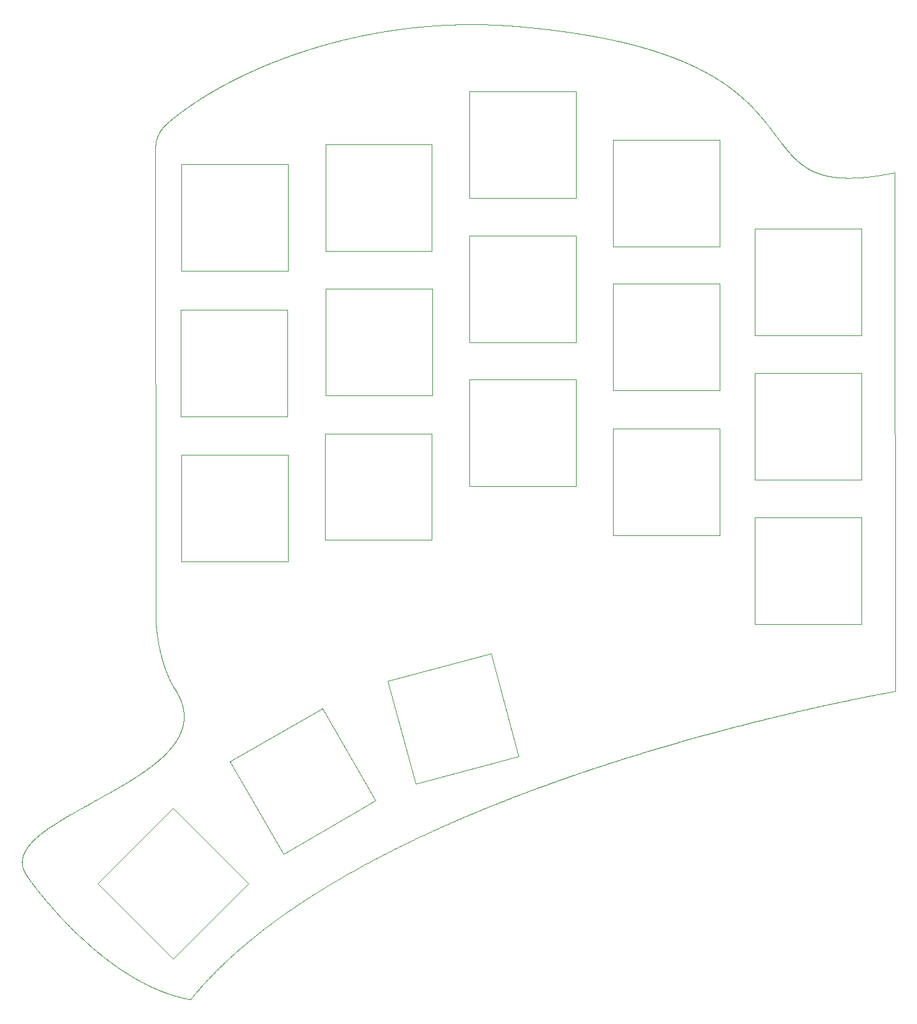
<source format=gbr>
%TF.GenerationSoftware,KiCad,Pcbnew,9.0.2-9.0.2-0~ubuntu24.04.1*%
%TF.CreationDate,2025-07-03T20:23:05-04:00*%
%TF.ProjectId,top,746f702e-6b69-4636-9164-5f7063625858,rev?*%
%TF.SameCoordinates,Original*%
%TF.FileFunction,Profile,NP*%
%FSLAX46Y46*%
G04 Gerber Fmt 4.6, Leading zero omitted, Abs format (unit mm)*
G04 Created by KiCad (PCBNEW 9.0.2-9.0.2-0~ubuntu24.04.1) date 2025-07-03 20:23:05*
%MOMM*%
%LPD*%
G01*
G04 APERTURE LIST*
%ADD10C,0.050000*%
%TA.AperFunction,Profile*%
%ADD11C,0.050000*%
%TD*%
G04 APERTURE END LIST*
D10*
X101880000Y-43730000D02*
X101917738Y-43697738D01*
X101955628Y-43665452D01*
X101993670Y-43633142D01*
X102031862Y-43600808D01*
X102070206Y-43568452D01*
X102108701Y-43536072D01*
X102147348Y-43503670D01*
X102186145Y-43471246D01*
X102225093Y-43438799D01*
X102264193Y-43406332D01*
X102303442Y-43373843D01*
X102342843Y-43341334D01*
X102382394Y-43308804D01*
X102422096Y-43276254D01*
X102461947Y-43243684D01*
X102501949Y-43211095D01*
X102542101Y-43178487D01*
X102582403Y-43145861D01*
X102622855Y-43113216D01*
X102663456Y-43080553D01*
X102704207Y-43047872D01*
X102745108Y-43015175D01*
X102786158Y-42982460D01*
X102827357Y-42949729D01*
X102868704Y-42916982D01*
X102910201Y-42884219D01*
X102951846Y-42851441D01*
X102993640Y-42818648D01*
X103035583Y-42785840D01*
X103077673Y-42753017D01*
X103119912Y-42720181D01*
X103162298Y-42687331D01*
X103204833Y-42654468D01*
X103247514Y-42621592D01*
X103290344Y-42588704D01*
X103333320Y-42555804D01*
X103376443Y-42522891D01*
X103419714Y-42489968D01*
X103463131Y-42457033D01*
X103506694Y-42424088D01*
X103550403Y-42391133D01*
X103594259Y-42358167D01*
X103638261Y-42325193D01*
X103682408Y-42292209D01*
X103726701Y-42259216D01*
X103771139Y-42226215D01*
X103815722Y-42193206D01*
X103860450Y-42160189D01*
X103905322Y-42127165D01*
X103950339Y-42094134D01*
X103995500Y-42061097D01*
X104040806Y-42028053D01*
X104086254Y-41995004D01*
X104131847Y-41961949D01*
X104177583Y-41928890D01*
X104223461Y-41895825D01*
X104269483Y-41862757D01*
X104315647Y-41829684D01*
X104361954Y-41796608D01*
X104408402Y-41763529D01*
X104454993Y-41730448D01*
X104501725Y-41697363D01*
X104548598Y-41664277D01*
X104595613Y-41631189D01*
X104642768Y-41598100D01*
X104690064Y-41565011D01*
X104737500Y-41531920D01*
X104785077Y-41498830D01*
X104832793Y-41465740D01*
X104880648Y-41432650D01*
X104928643Y-41399562D01*
X104976777Y-41366475D01*
X105025050Y-41333390D01*
X105073461Y-41300306D01*
X105122010Y-41267226D01*
X105170697Y-41234148D01*
X105219522Y-41201074D01*
X105268484Y-41168003D01*
X105317583Y-41134937D01*
X105366819Y-41101875D01*
X105416191Y-41068817D01*
X105465699Y-41035765D01*
X105515343Y-41002719D01*
X105565123Y-40969678D01*
X105615038Y-40936644D01*
X105665088Y-40903616D01*
X105715273Y-40870596D01*
X105765591Y-40837583D01*
X105816044Y-40804577D01*
X105866631Y-40771580D01*
X105917351Y-40738592D01*
X105968204Y-40705612D01*
X106019190Y-40672642D01*
X106044733Y-40656160D01*
X106070308Y-40639681D01*
X106095918Y-40623204D01*
X106121558Y-40606731D01*
X106147234Y-40590259D01*
X106172940Y-40573791D01*
X106198682Y-40557324D01*
X106224454Y-40540862D01*
X106250261Y-40524401D01*
X106276099Y-40507944D01*
X106301971Y-40491488D01*
X106327874Y-40475037D01*
X106353812Y-40458588D01*
X106379781Y-40442142D01*
X106405783Y-40425699D01*
X106431817Y-40409260D01*
X106457885Y-40392823D01*
X106483983Y-40376390D01*
X106510116Y-40359960D01*
X106536279Y-40343534D01*
X106562476Y-40327110D01*
X106588703Y-40310691D01*
X106614965Y-40294274D01*
X106641257Y-40277861D01*
X106667583Y-40261451D01*
X106693939Y-40245046D01*
X106720329Y-40228643D01*
X106746749Y-40212245D01*
X106773203Y-40195850D01*
X106799687Y-40179459D01*
X106826205Y-40163071D01*
X106852753Y-40146688D01*
X106879334Y-40130308D01*
X106905945Y-40113933D01*
X106932590Y-40097561D01*
X106959264Y-40081194D01*
X106985972Y-40064830D01*
X107012710Y-40048471D01*
X107039481Y-40032115D01*
X107066282Y-40015765D01*
X107093116Y-39999418D01*
X107119979Y-39983076D01*
X107146876Y-39966737D01*
X107173802Y-39950404D01*
X107200761Y-39934074D01*
X107227750Y-39917750D01*
X107254771Y-39901429D01*
X107281822Y-39885114D01*
X107308906Y-39868803D01*
X107336019Y-39852497D01*
X107363164Y-39836195D01*
X107390340Y-39819898D01*
X107417547Y-39803606D01*
X107444784Y-39787319D01*
X107472053Y-39771037D01*
X107499351Y-39754760D01*
X107526682Y-39738487D01*
X107554042Y-39722220D01*
X107581433Y-39705957D01*
X107608854Y-39689700D01*
X107636307Y-39673448D01*
X107663789Y-39657201D01*
X107691303Y-39640960D01*
X107718846Y-39624724D01*
X107746420Y-39608492D01*
X107774024Y-39592267D01*
X107801658Y-39576047D01*
X107829323Y-39559832D01*
X107857018Y-39543623D01*
X107884742Y-39527420D01*
X107912498Y-39511221D01*
X107940282Y-39495029D01*
X107968097Y-39478842D01*
X107995942Y-39462662D01*
X108023817Y-39446486D01*
X108051721Y-39430317D01*
X108079656Y-39414154D01*
X108107620Y-39397996D01*
X108135614Y-39381844D01*
X108163637Y-39365699D01*
X108191690Y-39349559D01*
X108219772Y-39333426D01*
X108247885Y-39317298D01*
X108276026Y-39301177D01*
X108304197Y-39285062D01*
X108332397Y-39268953D01*
X108360627Y-39252851D01*
X108388886Y-39236755D01*
X108417174Y-39220665D01*
X108445491Y-39204582D01*
X108473837Y-39188505D01*
X108502213Y-39172435D01*
X108530617Y-39156371D01*
X108559051Y-39140314D01*
X108587513Y-39124263D01*
X108616004Y-39108219D01*
X108644524Y-39092182D01*
X108673073Y-39076152D01*
X108701651Y-39060128D01*
X108730257Y-39044112D01*
X108758892Y-39028102D01*
X108787556Y-39012099D01*
X108816248Y-38996103D01*
X108844969Y-38980114D01*
X108873717Y-38964132D01*
X108902495Y-38948158D01*
X108931301Y-38932190D01*
X108960135Y-38916230D01*
X108988997Y-38900277D01*
X109017888Y-38884331D01*
X109046806Y-38868392D01*
X109075753Y-38852461D01*
X109104728Y-38836537D01*
X109133731Y-38820621D01*
X109162762Y-38804712D01*
X109191821Y-38788810D01*
X109220907Y-38772917D01*
X109250022Y-38757030D01*
X109279163Y-38741152D01*
X109308334Y-38725281D01*
X109337531Y-38709418D01*
X109366757Y-38693562D01*
X109396009Y-38677715D01*
X109425290Y-38661875D01*
X109454597Y-38646043D01*
X109483932Y-38630219D01*
X109513294Y-38614403D01*
X109542685Y-38598595D01*
X109572101Y-38582796D01*
X109601546Y-38567003D01*
X109631017Y-38551220D01*
X109660516Y-38535444D01*
X109690041Y-38519677D01*
X109719595Y-38503918D01*
X109749174Y-38488167D01*
X109778781Y-38472425D01*
X109808414Y-38456691D01*
X109838075Y-38440965D01*
X109867761Y-38425248D01*
X109897476Y-38409539D01*
X109927216Y-38393839D01*
X109956983Y-38378147D01*
X109986776Y-38362465D01*
X110016597Y-38346790D01*
X110046443Y-38331125D01*
X110076317Y-38315467D01*
X110106216Y-38299820D01*
X110136142Y-38284180D01*
X110166093Y-38268550D01*
X110196073Y-38252928D01*
X110226076Y-38237315D01*
X110256108Y-38221711D01*
X110286163Y-38206117D01*
X110316247Y-38190531D01*
X110346355Y-38174955D01*
X110376490Y-38159387D01*
X110406650Y-38143829D01*
X110436837Y-38128279D01*
X110467048Y-38112740D01*
X110497287Y-38097209D01*
X110527549Y-38081688D01*
X110557839Y-38066175D01*
X110588153Y-38050673D01*
X110618494Y-38035179D01*
X110648858Y-38019696D01*
X110679250Y-38004221D01*
X110709666Y-37988757D01*
X110740108Y-37973302D01*
X110770574Y-37957857D01*
X110801067Y-37942420D01*
X110831584Y-37926995D01*
X110862127Y-37911578D01*
X110892694Y-37896172D01*
X110923287Y-37880774D01*
X110953904Y-37865388D01*
X110984547Y-37850010D01*
X111015213Y-37834643D01*
X111045906Y-37819285D01*
X111076622Y-37803939D01*
X111107365Y-37788601D01*
X111138130Y-37773274D01*
X111168922Y-37757956D01*
X111199736Y-37742650D01*
X111230577Y-37727352D01*
X111261440Y-37712066D01*
X111292330Y-37696789D01*
X111323242Y-37681524D01*
X111354181Y-37666267D01*
X111385141Y-37651022D01*
X111416128Y-37635787D01*
X111447137Y-37620563D01*
X111478172Y-37605348D01*
X111509229Y-37590145D01*
X111540313Y-37574951D01*
X111571417Y-37559769D01*
X111602549Y-37544596D01*
X111633701Y-37529435D01*
X111664880Y-37514284D01*
X111696080Y-37499145D01*
X111727307Y-37484015D01*
X111758554Y-37468897D01*
X111789828Y-37453788D01*
X111821122Y-37438692D01*
X111852443Y-37423606D01*
X111883784Y-37408531D01*
X111915152Y-37393466D01*
X111946540Y-37378414D01*
X111977954Y-37363371D01*
X112009389Y-37348341D01*
X112040850Y-37333320D01*
X112072331Y-37318312D01*
X112103838Y-37303314D01*
X112135365Y-37288328D01*
X112166918Y-37273352D01*
X112198491Y-37258389D01*
X112230090Y-37243435D01*
X112261708Y-37228495D01*
X112293353Y-37213564D01*
X112325017Y-37198646D01*
X112356707Y-37183738D01*
X112388416Y-37168843D01*
X112420152Y-37153958D01*
X112451906Y-37139087D01*
X112483686Y-37124225D01*
X112515486Y-37109376D01*
X112547311Y-37094537D01*
X112579155Y-37079712D01*
X112611025Y-37064897D01*
X112642913Y-37050095D01*
X112674827Y-37035303D01*
X112706760Y-37020524D01*
X112738719Y-37005756D01*
X112770695Y-36991001D01*
X112802698Y-36976257D01*
X112834719Y-36961526D01*
X112866765Y-36946806D01*
X112898829Y-36932099D01*
X112930919Y-36917402D01*
X112963027Y-36902719D01*
X112995161Y-36888047D01*
X113027312Y-36873388D01*
X113059489Y-36858740D01*
X113091683Y-36844106D01*
X113123902Y-36829482D01*
X113156139Y-36814872D01*
X113188402Y-36800273D01*
X113220682Y-36785688D01*
X113252987Y-36771113D01*
X113285309Y-36756553D01*
X113317657Y-36742003D01*
X113350021Y-36727467D01*
X113382411Y-36712942D01*
X113414818Y-36698432D01*
X113447249Y-36683932D01*
X113479698Y-36669447D01*
X113512171Y-36654972D01*
X113544662Y-36640512D01*
X113577177Y-36626062D01*
X113609708Y-36611627D01*
X113642265Y-36597203D01*
X113674838Y-36582794D01*
X113707436Y-36568395D01*
X113740050Y-36554011D01*
X113772689Y-36539638D01*
X113805344Y-36525280D01*
X113838023Y-36510933D01*
X113870719Y-36496601D01*
X113903439Y-36482279D01*
X113936175Y-36467973D01*
X113968936Y-36453678D01*
X114001712Y-36439397D01*
X114034514Y-36425128D01*
X114067330Y-36410874D01*
X114100171Y-36396631D01*
X114133027Y-36382403D01*
X114165908Y-36368187D01*
X114198804Y-36353985D01*
X114231725Y-36339795D01*
X114264660Y-36325620D01*
X114297620Y-36311457D01*
X114330595Y-36297309D01*
X114363594Y-36283172D01*
X114396608Y-36269051D01*
X114429646Y-36254941D01*
X114462699Y-36240846D01*
X114495776Y-36226763D01*
X114528868Y-36212696D01*
X114561984Y-36198639D01*
X114595114Y-36184599D01*
X114628268Y-36170570D01*
X114661436Y-36156557D01*
X114694629Y-36142555D01*
X114727835Y-36128570D01*
X114761066Y-36114595D01*
X114794310Y-36100637D01*
X114827579Y-36086690D01*
X114860861Y-36072760D01*
X114894167Y-36058841D01*
X114927487Y-36044937D01*
X114960830Y-36031046D01*
X114994187Y-36017171D01*
X115027568Y-36003307D01*
X115060962Y-35989460D01*
X115094381Y-35975624D01*
X115127812Y-35961805D01*
X115161267Y-35947997D01*
X115194735Y-35934206D01*
X115228226Y-35920426D01*
X115261731Y-35906663D01*
X115295259Y-35892912D01*
X115328800Y-35879177D01*
X115362364Y-35865454D01*
X115395941Y-35851748D01*
X115429542Y-35838054D01*
X115463155Y-35824376D01*
X115496792Y-35810710D01*
X115530440Y-35797061D01*
X115564113Y-35783424D01*
X115597797Y-35769804D01*
X115631505Y-35756195D01*
X115665225Y-35742604D01*
X115698968Y-35729024D01*
X115732723Y-35715462D01*
X115766502Y-35701911D01*
X115800292Y-35688378D01*
X115834106Y-35674856D01*
X115867931Y-35661352D01*
X115901779Y-35647860D01*
X115935639Y-35634385D01*
X115969521Y-35620922D01*
X116003416Y-35607476D01*
X116037333Y-35594042D01*
X116071261Y-35580626D01*
X116105213Y-35567222D01*
X116139175Y-35553835D01*
X116173161Y-35540461D01*
X116207157Y-35527104D01*
X116241177Y-35513759D01*
X116275207Y-35500432D01*
X116309260Y-35487117D01*
X116343324Y-35473819D01*
X116377411Y-35460534D01*
X116411508Y-35447267D01*
X116445628Y-35434012D01*
X116479758Y-35420774D01*
X116513911Y-35407549D01*
X116548074Y-35394342D01*
X116582260Y-35381147D01*
X116616456Y-35367970D01*
X116650675Y-35354805D01*
X116684903Y-35341658D01*
X116719155Y-35328524D01*
X116753416Y-35315408D01*
X116787699Y-35302304D01*
X116821993Y-35289218D01*
X116856308Y-35276145D01*
X116890634Y-35263090D01*
X116924982Y-35250047D01*
X116959339Y-35237023D01*
X116993719Y-35224011D01*
X117028107Y-35211017D01*
X117062519Y-35198036D01*
X117096939Y-35185073D01*
X117131382Y-35172123D01*
X117165834Y-35159191D01*
X117200308Y-35146272D01*
X117234790Y-35133371D01*
X117269296Y-35120483D01*
X117303809Y-35107613D01*
X117338345Y-35094757D01*
X117372890Y-35081918D01*
X117407457Y-35069093D01*
X117442032Y-35056285D01*
X117476629Y-35043491D01*
X117511235Y-35030716D01*
X117545863Y-35017953D01*
X117580499Y-35005209D01*
X117615156Y-34992478D01*
X117649822Y-34979765D01*
X117684510Y-34967065D01*
X117719206Y-34954384D01*
X117753924Y-34941716D01*
X117788649Y-34929067D01*
X117823397Y-34916431D01*
X117858152Y-34903814D01*
X117892929Y-34891210D01*
X117927713Y-34878624D01*
X117962519Y-34866052D01*
X117997333Y-34853498D01*
X118032168Y-34840958D01*
X118067011Y-34828437D01*
X118101875Y-34815929D01*
X118136746Y-34803439D01*
X118171639Y-34790964D01*
X118206539Y-34778507D01*
X118241461Y-34766063D01*
X118276389Y-34753638D01*
X118311339Y-34741227D01*
X118346296Y-34728835D01*
X118381274Y-34716456D01*
X118416259Y-34704096D01*
X118451266Y-34691750D01*
X118486278Y-34679423D01*
X118521313Y-34667109D01*
X118556353Y-34654815D01*
X118591415Y-34642534D01*
X118626483Y-34630272D01*
X118661573Y-34618024D01*
X118696669Y-34605795D01*
X118731785Y-34593580D01*
X118766908Y-34581384D01*
X118802052Y-34569201D01*
X118837202Y-34557038D01*
X118872373Y-34544889D01*
X118907550Y-34532759D01*
X118942748Y-34520642D01*
X118977952Y-34508545D01*
X119013177Y-34496462D01*
X119048407Y-34484398D01*
X119083658Y-34472348D01*
X119118915Y-34460318D01*
X119154192Y-34448301D01*
X119189475Y-34436304D01*
X119224779Y-34424321D01*
X119260088Y-34412357D01*
X119295417Y-34400407D01*
X119330752Y-34388477D01*
X119366108Y-34376560D01*
X119401468Y-34364663D01*
X119436850Y-34352781D01*
X119472236Y-34340918D01*
X119507643Y-34329069D01*
X119543054Y-34317239D01*
X119578486Y-34305424D01*
X119613923Y-34293628D01*
X119649380Y-34281846D01*
X119684842Y-34270085D01*
X119720324Y-34258337D01*
X119755811Y-34246609D01*
X119791318Y-34234895D01*
X119826830Y-34223201D01*
X119862362Y-34211521D01*
X119897898Y-34199861D01*
X119933454Y-34188216D01*
X119969014Y-34176590D01*
X120004595Y-34164979D01*
X120040180Y-34153387D01*
X120075785Y-34141810D01*
X120111393Y-34130252D01*
X120147022Y-34118709D01*
X120182655Y-34107186D01*
X120218308Y-34095677D01*
X120253964Y-34084189D01*
X120289641Y-34072714D01*
X120325321Y-34061260D01*
X120361021Y-34049820D01*
X120396724Y-34038400D01*
X120432448Y-34026995D01*
X120468174Y-34015610D01*
X120503921Y-34004239D01*
X120539671Y-33992889D01*
X120575441Y-33981553D01*
X120611213Y-33970237D01*
X120647006Y-33958936D01*
X120682802Y-33947655D01*
X120718617Y-33936388D01*
X120754435Y-33925142D01*
X120790273Y-33913910D01*
X120826114Y-33902699D01*
X120861974Y-33891502D01*
X120897837Y-33880326D01*
X120933720Y-33869164D01*
X120969605Y-33858023D01*
X121005510Y-33846896D01*
X121041417Y-33835790D01*
X121077344Y-33824698D01*
X121113273Y-33813627D01*
X121149221Y-33802571D01*
X121185172Y-33791535D01*
X121221142Y-33780514D01*
X121257115Y-33769513D01*
X121293106Y-33758527D01*
X121329100Y-33747561D01*
X121365113Y-33736611D01*
X121401128Y-33725681D01*
X121437162Y-33714766D01*
X121473198Y-33703871D01*
X121509253Y-33692991D01*
X121545310Y-33682132D01*
X121581387Y-33671288D01*
X121617464Y-33660464D01*
X121653561Y-33649656D01*
X121689660Y-33638867D01*
X121725777Y-33628095D01*
X121761896Y-33617342D01*
X121798033Y-33606605D01*
X121834173Y-33595888D01*
X121870331Y-33585187D01*
X121906490Y-33574506D01*
X121942668Y-33563840D01*
X121978848Y-33553195D01*
X122015046Y-33542565D01*
X122051245Y-33531955D01*
X122087463Y-33521361D01*
X122123682Y-33510788D01*
X122159920Y-33500230D01*
X122196158Y-33489693D01*
X122232415Y-33479171D01*
X122268673Y-33468669D01*
X122304950Y-33458183D01*
X122341227Y-33447718D01*
X122377523Y-33437268D01*
X122413820Y-33426839D01*
X122450134Y-33416425D01*
X122486450Y-33406032D01*
X122522784Y-33395655D01*
X122559118Y-33385298D01*
X122595470Y-33374957D01*
X122631823Y-33364636D01*
X122668195Y-33354331D01*
X122704566Y-33344047D01*
X122740956Y-33333778D01*
X122777346Y-33323531D01*
X122813754Y-33313298D01*
X122850162Y-33303087D01*
X122886588Y-33292891D01*
X122923015Y-33282717D01*
X122959459Y-33272557D01*
X122995903Y-33262419D01*
X123032366Y-33252296D01*
X123068828Y-33242195D01*
X123105308Y-33232109D01*
X123141788Y-33222043D01*
X123178286Y-33211994D01*
X123214783Y-33201966D01*
X123251298Y-33191953D01*
X123287813Y-33181961D01*
X123324346Y-33171985D01*
X123360878Y-33162030D01*
X123397428Y-33152091D01*
X123433977Y-33142173D01*
X123470544Y-33132271D01*
X123507110Y-33122389D01*
X123543694Y-33112524D01*
X123580277Y-33102680D01*
X123616878Y-33092851D01*
X123653477Y-33083044D01*
X123690095Y-33073252D01*
X123726711Y-33063482D01*
X123763345Y-33053727D01*
X123799978Y-33043994D01*
X123836628Y-33034276D01*
X123873277Y-33024580D01*
X123909944Y-33014899D01*
X123946609Y-33005240D01*
X123983292Y-32995597D01*
X124019973Y-32985975D01*
X124056672Y-32976369D01*
X124093369Y-32966784D01*
X124130083Y-32957215D01*
X124166796Y-32947667D01*
X124203527Y-32938136D01*
X124240255Y-32928625D01*
X124277001Y-32919131D01*
X124313745Y-32909658D01*
X124350506Y-32900201D01*
X124387266Y-32890766D01*
X124424043Y-32881346D01*
X124460817Y-32871948D01*
X124497609Y-32862566D01*
X124534399Y-32853205D01*
X124571206Y-32843860D01*
X124608010Y-32834537D01*
X124644832Y-32825230D01*
X124681652Y-32815944D01*
X124718488Y-32806675D01*
X124755323Y-32797426D01*
X124792174Y-32788195D01*
X124829023Y-32778984D01*
X124865888Y-32769790D01*
X124902752Y-32760616D01*
X124939632Y-32751460D01*
X124976510Y-32742324D01*
X125013404Y-32733206D01*
X125050296Y-32724108D01*
X125087204Y-32715027D01*
X125124110Y-32705967D01*
X125161033Y-32696923D01*
X125197953Y-32687901D01*
X125234889Y-32678896D01*
X125271823Y-32669911D01*
X125308773Y-32660944D01*
X125345721Y-32651997D01*
X125382684Y-32643067D01*
X125419645Y-32634159D01*
X125456623Y-32625267D01*
X125493597Y-32616396D01*
X125530588Y-32607542D01*
X125567575Y-32598709D01*
X125604579Y-32589893D01*
X125641580Y-32581099D01*
X125678597Y-32572321D01*
X125715611Y-32563564D01*
X125752641Y-32554824D01*
X125789668Y-32546106D01*
X125826711Y-32537404D01*
X125863751Y-32528723D01*
X125900806Y-32520060D01*
X125937859Y-32511417D01*
X125974927Y-32502792D01*
X126011992Y-32494187D01*
X126049073Y-32485600D01*
X126086150Y-32477034D01*
X126123244Y-32468485D01*
X126160333Y-32459957D01*
X126197439Y-32451446D01*
X126234541Y-32442957D01*
X126271658Y-32434484D01*
X126308772Y-32426033D01*
X126345902Y-32417598D01*
X126383028Y-32409185D01*
X126420170Y-32400789D01*
X126457307Y-32392415D01*
X126494461Y-32384057D01*
X126531610Y-32375721D01*
X126568775Y-32367402D01*
X126605937Y-32359104D01*
X126643113Y-32350823D01*
X126680286Y-32342564D01*
X126717474Y-32334322D01*
X126754658Y-32326101D01*
X126791857Y-32317897D01*
X126829052Y-32309714D01*
X126866263Y-32301549D01*
X126903469Y-32293405D01*
X126940691Y-32285279D01*
X126977909Y-32277173D01*
X127015141Y-32269085D01*
X127052370Y-32261018D01*
X127089613Y-32252969D01*
X127126852Y-32244941D01*
X127164106Y-32236930D01*
X127201356Y-32228940D01*
X127238621Y-32220968D01*
X127275881Y-32213017D01*
X127313157Y-32205083D01*
X127350428Y-32197171D01*
X127387713Y-32189276D01*
X127424995Y-32181403D01*
X127462291Y-32173547D01*
X127499582Y-32165712D01*
X127536888Y-32157895D01*
X127574190Y-32150099D01*
X127611506Y-32142320D01*
X127648817Y-32134563D01*
X127686144Y-32126823D01*
X127723465Y-32119105D01*
X127760801Y-32111404D01*
X127798132Y-32103724D01*
X127835478Y-32096062D01*
X127872819Y-32088422D01*
X127910174Y-32080798D01*
X127947525Y-32073197D01*
X127984890Y-32065612D01*
X128022250Y-32058050D01*
X128059624Y-32050504D01*
X128096993Y-32042980D01*
X128134377Y-32035474D01*
X128171755Y-32027989D01*
X128209148Y-32020522D01*
X128246535Y-32013076D01*
X128283937Y-32005647D01*
X128321334Y-31998240D01*
X128358745Y-31990851D01*
X128396150Y-31983483D01*
X128433570Y-31976133D01*
X128470984Y-31968804D01*
X128508413Y-31961493D01*
X128545835Y-31954203D01*
X128583273Y-31946931D01*
X128620704Y-31939680D01*
X128658150Y-31932447D01*
X128695590Y-31925236D01*
X128733044Y-31918042D01*
X128770492Y-31910869D01*
X128807955Y-31903715D01*
X128845411Y-31896581D01*
X128882882Y-31889466D01*
X128920347Y-31882372D01*
X128957826Y-31875295D01*
X128995299Y-31868240D01*
X129032786Y-31861203D01*
X129070266Y-31854188D01*
X129107761Y-31847190D01*
X129145250Y-31840213D01*
X129182752Y-31833255D01*
X129220249Y-31826318D01*
X129257759Y-31819398D01*
X129295263Y-31812500D01*
X129332781Y-31805620D01*
X129370293Y-31798762D01*
X129407818Y-31791921D01*
X129445337Y-31785102D01*
X129482870Y-31778300D01*
X129520397Y-31771520D01*
X129557937Y-31764758D01*
X129595470Y-31758018D01*
X129633018Y-31751295D01*
X129670559Y-31744594D01*
X129708113Y-31737910D01*
X129745661Y-31731249D01*
X129783223Y-31724605D01*
X129820777Y-31717982D01*
X129858346Y-31711378D01*
X129895908Y-31704795D01*
X129933483Y-31698230D01*
X129971051Y-31691686D01*
X130008633Y-31685161D01*
X130046209Y-31678657D01*
X130083797Y-31672171D01*
X130121379Y-31665706D01*
X130158974Y-31659259D01*
X130196562Y-31652834D01*
X130234164Y-31646427D01*
X130271758Y-31640042D01*
X130309366Y-31633674D01*
X130346967Y-31627328D01*
X130384581Y-31621000D01*
X130422188Y-31614693D01*
X130459808Y-31608405D01*
X130497422Y-31602138D01*
X130535048Y-31595889D01*
X130572667Y-31589662D01*
X130610299Y-31583452D01*
X130647924Y-31577264D01*
X130685562Y-31571095D01*
X130723193Y-31564947D01*
X130760837Y-31558816D01*
X130798474Y-31552708D01*
X130836123Y-31546617D01*
X130873765Y-31540548D01*
X130911421Y-31534498D01*
X130949068Y-31528468D01*
X130986729Y-31522457D01*
X131024382Y-31516467D01*
X131062048Y-31510496D01*
X131099706Y-31504546D01*
X131137378Y-31498614D01*
X131175042Y-31492704D01*
X131212718Y-31486811D01*
X131250387Y-31480941D01*
X131288069Y-31475088D01*
X131325743Y-31469258D01*
X131363429Y-31463445D01*
X131401108Y-31457654D01*
X131438800Y-31451881D01*
X131476484Y-31446129D01*
X131514180Y-31440396D01*
X131551869Y-31434684D01*
X131589570Y-31428991D01*
X131627264Y-31423319D01*
X131664970Y-31417665D01*
X131702668Y-31412033D01*
X131740378Y-31406419D01*
X131778081Y-31400827D01*
X131815796Y-31395253D01*
X131853503Y-31389700D01*
X131891222Y-31384166D01*
X131928934Y-31378653D01*
X131966658Y-31373158D01*
X132004373Y-31367685D01*
X132042101Y-31362231D01*
X132079821Y-31356798D01*
X132117553Y-31351383D01*
X132155277Y-31345989D01*
X132193014Y-31340615D01*
X132230742Y-31335261D01*
X132268482Y-31329926D01*
X132306214Y-31324612D01*
X132343958Y-31319317D01*
X132381694Y-31314043D01*
X132419442Y-31308788D01*
X132457181Y-31303554D01*
X132494933Y-31298339D01*
X132532676Y-31293145D01*
X132570432Y-31287969D01*
X132608179Y-31282815D01*
X132645938Y-31277679D01*
X132683688Y-31272565D01*
X132721450Y-31267470D01*
X132759204Y-31262395D01*
X132796970Y-31257340D01*
X132834727Y-31252305D01*
X132872496Y-31247289D01*
X132910257Y-31242295D01*
X132948029Y-31237319D01*
X132985793Y-31232365D01*
X133023569Y-31227429D01*
X133061335Y-31222514D01*
X133099114Y-31217618D01*
X133136884Y-31212744D01*
X133174665Y-31207888D01*
X133212438Y-31203053D01*
X133250223Y-31198237D01*
X133287998Y-31193442D01*
X133325786Y-31188666D01*
X133363564Y-31183912D01*
X133401354Y-31179176D01*
X133439135Y-31174461D01*
X133476928Y-31169765D01*
X133514712Y-31165090D01*
X133552507Y-31160434D01*
X133590294Y-31155800D01*
X133628092Y-31151184D01*
X133665880Y-31146589D01*
X133703681Y-31142013D01*
X133741472Y-31137458D01*
X133779275Y-31132922D01*
X133817068Y-31128408D01*
X133854873Y-31123912D01*
X133892669Y-31119437D01*
X133930476Y-31114981D01*
X133968274Y-31110547D01*
X134006084Y-31106131D01*
X134043884Y-31101737D01*
X134081695Y-31097361D01*
X134119497Y-31093006D01*
X134157311Y-31088671D01*
X134195115Y-31084356D01*
X134232930Y-31080061D01*
X134270736Y-31075786D01*
X134308553Y-31071531D01*
X134346361Y-31067297D01*
X134384179Y-31063081D01*
X134421989Y-31058887D01*
X134459809Y-31054712D01*
X134497621Y-31050558D01*
X134535443Y-31046422D01*
X134573255Y-31042308D01*
X134611079Y-31038213D01*
X134648893Y-31034139D01*
X134686718Y-31030084D01*
X134724534Y-31026050D01*
X134762361Y-31022035D01*
X134800177Y-31018041D01*
X134838005Y-31014067D01*
X134875824Y-31010113D01*
X134913653Y-31006178D01*
X134951472Y-31002265D01*
X134989302Y-30998370D01*
X135027123Y-30994497D01*
X135064954Y-30990642D01*
X135102776Y-30986809D01*
X135140608Y-30982994D01*
X135178431Y-30979201D01*
X135216264Y-30975427D01*
X135254088Y-30971674D01*
X135291922Y-30967940D01*
X135329747Y-30964227D01*
X135367582Y-30960533D01*
X135405407Y-30956860D01*
X135443243Y-30953206D01*
X135481069Y-30949574D01*
X135518905Y-30945960D01*
X135556732Y-30942367D01*
X135594569Y-30938794D01*
X135632396Y-30935241D01*
X135670234Y-30931708D01*
X135708062Y-30928196D01*
X135745900Y-30924703D01*
X135783728Y-30921230D01*
X135821566Y-30917777D01*
X135859395Y-30914345D01*
X135897234Y-30910933D01*
X135935063Y-30907541D01*
X135972902Y-30904168D01*
X136010731Y-30900816D01*
X136048570Y-30897484D01*
X136086399Y-30894172D01*
X136124239Y-30890880D01*
X136162068Y-30887608D01*
X136199908Y-30884356D01*
X136237737Y-30881125D01*
X136275577Y-30877913D01*
X136313406Y-30874722D01*
X136351246Y-30871550D01*
X136389075Y-30868399D01*
X136426914Y-30865267D01*
X136464744Y-30862157D01*
X136502583Y-30859065D01*
X136540412Y-30855995D01*
X136578251Y-30852943D01*
X136616079Y-30849913D01*
X136653918Y-30846902D01*
X136691746Y-30843912D01*
X136729584Y-30840941D01*
X136767412Y-30837991D01*
X136805250Y-30835060D01*
X136843078Y-30832150D01*
X136880915Y-30829259D01*
X136918742Y-30826390D01*
X136956578Y-30823539D01*
X136994405Y-30820710D01*
X137032241Y-30817899D01*
X137070066Y-30815110D01*
X137107902Y-30812340D01*
X137145727Y-30809591D01*
X137183561Y-30806861D01*
X137221385Y-30804152D01*
X137259219Y-30801462D01*
X137297042Y-30798794D01*
X137334875Y-30796144D01*
X137372698Y-30793515D01*
X137410530Y-30790906D01*
X137448351Y-30788318D01*
X137486182Y-30785749D01*
X137524002Y-30783200D01*
X137561832Y-30780671D01*
X137599652Y-30778163D01*
X137637481Y-30775675D01*
X137675299Y-30773207D01*
X137713126Y-30770758D01*
X137750943Y-30768330D01*
X137788770Y-30765922D01*
X137826585Y-30763535D01*
X137864410Y-30761166D01*
X137902224Y-30758819D01*
X137940048Y-30756491D01*
X137977861Y-30754184D01*
X138015683Y-30751896D01*
X138053495Y-30749629D01*
X138091316Y-30747381D01*
X138129126Y-30745155D01*
X138166945Y-30742947D01*
X138204753Y-30740760D01*
X138242571Y-30738593D01*
X138280378Y-30736447D01*
X138318194Y-30734320D01*
X138355999Y-30732213D01*
X138393813Y-30730127D01*
X138431617Y-30728060D01*
X138469429Y-30726014D01*
X138507231Y-30723988D01*
X138545042Y-30721981D01*
X138582841Y-30719995D01*
X138620650Y-30718029D01*
X138658448Y-30716083D01*
X138696255Y-30714157D01*
X138734051Y-30712252D01*
X138771856Y-30710366D01*
X138809650Y-30708501D01*
X138847452Y-30706655D01*
X138885244Y-30704830D01*
X138923045Y-30703024D01*
X138960835Y-30701239D01*
X138998633Y-30699474D01*
X139036421Y-30697729D01*
X139074217Y-30696004D01*
X139112002Y-30694299D01*
X139149797Y-30692614D01*
X139187580Y-30690949D01*
X139225371Y-30689305D01*
X139263152Y-30687680D01*
X139300942Y-30686075D01*
X139338720Y-30684491D01*
X139376507Y-30682927D01*
X139414283Y-30681383D01*
X139452067Y-30679858D01*
X139489840Y-30678354D01*
X139527623Y-30676870D01*
X139565393Y-30675406D01*
X139603173Y-30673962D01*
X139640941Y-30672539D01*
X139678718Y-30671135D01*
X139716483Y-30669751D01*
X139754257Y-30668387D01*
X139792020Y-30667044D01*
X139829791Y-30665720D01*
X139867551Y-30664417D01*
X139905320Y-30663134D01*
X139943077Y-30661871D01*
X139980843Y-30660627D01*
X140018597Y-30659404D01*
X140056360Y-30658201D01*
X140094112Y-30657018D01*
X140131872Y-30655855D01*
X140169620Y-30654713D01*
X140207377Y-30653590D01*
X140245122Y-30652487D01*
X140282876Y-30651404D01*
X140320619Y-30650342D01*
X140358369Y-30649299D01*
X140396109Y-30648277D01*
X140433856Y-30647274D01*
X140471592Y-30646292D01*
X140509337Y-30645330D01*
X140547070Y-30644388D01*
X140584811Y-30643465D01*
X140622541Y-30642563D01*
X140660279Y-30641681D01*
X140698005Y-30640819D01*
X140735739Y-30639977D01*
X140773462Y-30639156D01*
X140811194Y-30638354D01*
X140848913Y-30637572D01*
X140886641Y-30636810D01*
X140924357Y-30636069D01*
X140962081Y-30635347D01*
X140999794Y-30634645D01*
X141037515Y-30633964D01*
X141075224Y-30633302D01*
X141112941Y-30632661D01*
X141150646Y-30632039D01*
X141188360Y-30631438D01*
X141226062Y-30630857D01*
X141263772Y-30630295D01*
X141301470Y-30629754D01*
X141339176Y-30629233D01*
X141376870Y-30628732D01*
X141414573Y-30628251D01*
X141452263Y-30627789D01*
X141489962Y-30627348D01*
X141527649Y-30626927D01*
X141565343Y-30626526D01*
X141603026Y-30626145D01*
X141640717Y-30625784D01*
X141678396Y-30625444D01*
X141716083Y-30625123D01*
X141753758Y-30624822D01*
X141791441Y-30624541D01*
X141829112Y-30624280D01*
X141866791Y-30624039D01*
X141904458Y-30623819D01*
X141942132Y-30623618D01*
X141979795Y-30623437D01*
X142017466Y-30623277D01*
X142055125Y-30623136D01*
X142092791Y-30623015D01*
X142130446Y-30622915D01*
X142168108Y-30622834D01*
X142205758Y-30622773D01*
X142243416Y-30622733D01*
X142281062Y-30622712D01*
X142318716Y-30622712D01*
X142356358Y-30622731D01*
X142394007Y-30622771D01*
X142431645Y-30622830D01*
X142469290Y-30622909D01*
X142506923Y-30623009D01*
X142544563Y-30623128D01*
X142582192Y-30623268D01*
X142619828Y-30623427D01*
X142657452Y-30623607D01*
X142695084Y-30623806D01*
X142732703Y-30624026D01*
X142770330Y-30624265D01*
X142807945Y-30624525D01*
X142845568Y-30624804D01*
X142883178Y-30625104D01*
X142920796Y-30625423D01*
X142958401Y-30625763D01*
X142996015Y-30626122D01*
X143033616Y-30626501D01*
X143071224Y-30626901D01*
X143108820Y-30627320D01*
X143146424Y-30627760D01*
X143184015Y-30628219D01*
X143221614Y-30628698D01*
X143259201Y-30629198D01*
X143296795Y-30629717D01*
X143334377Y-30630256D01*
X143371966Y-30630815D01*
X143409543Y-30631395D01*
X143447127Y-30631994D01*
X143484699Y-30632613D01*
X143522278Y-30633252D01*
X143559846Y-30633911D01*
X143597420Y-30634590D01*
X143634982Y-30635289D01*
X143672551Y-30636009D01*
X143710108Y-30636747D01*
X143747672Y-30637507D01*
X143785224Y-30638285D01*
X143822783Y-30639084D01*
X143860330Y-30639903D01*
X143897884Y-30640742D01*
X143935425Y-30641601D01*
X143972974Y-30642479D01*
X144010511Y-30643378D01*
X144048054Y-30644297D01*
X144085585Y-30645235D01*
X144123123Y-30646194D01*
X144160649Y-30647172D01*
X144198182Y-30648171D01*
X144235703Y-30649189D01*
X144273230Y-30650227D01*
X144310746Y-30651285D01*
X144348268Y-30652364D01*
X144385778Y-30653462D01*
X144423294Y-30654580D01*
X144460799Y-30655718D01*
X144498310Y-30656876D01*
X144535809Y-30658054D01*
X144573315Y-30659252D01*
X144610808Y-30660469D01*
X144648309Y-30661707D01*
X144685797Y-30662964D01*
X144723291Y-30664242D01*
X144760774Y-30665539D01*
X144798263Y-30666857D01*
X144835740Y-30668194D01*
X144873223Y-30669551D01*
X144910694Y-30670928D01*
X144948172Y-30672326D01*
X144985638Y-30673742D01*
X145023110Y-30675180D01*
X145060569Y-30676636D01*
X145098036Y-30678113D01*
X145135490Y-30679610D01*
X145172950Y-30681126D01*
X145210399Y-30682663D01*
X145247853Y-30684219D01*
X145285296Y-30685795D01*
X145322745Y-30687391D01*
X145360181Y-30689007D01*
X145397624Y-30690644D01*
X145435055Y-30692299D01*
X145472492Y-30693975D01*
X145509917Y-30695671D01*
X145547348Y-30697386D01*
X145584767Y-30699122D01*
X145622192Y-30700877D01*
X145659605Y-30702652D01*
X145697024Y-30704448D01*
X145734431Y-30706262D01*
X145771844Y-30708098D01*
X145809245Y-30709952D01*
X145846652Y-30711827D01*
X145884047Y-30713721D01*
X145921448Y-30715636D01*
X145958836Y-30717570D01*
X145996231Y-30719525D01*
X146033614Y-30721498D01*
X146071002Y-30723493D01*
X146108379Y-30725506D01*
X146145761Y-30727540D01*
X146183131Y-30729593D01*
X146220507Y-30731667D01*
X146257871Y-30733760D01*
X146295241Y-30735873D01*
X146332598Y-30738006D01*
X146369962Y-30740159D01*
X146407313Y-30742332D01*
X146444671Y-30744525D01*
X146482015Y-30746737D01*
X146519366Y-30748969D01*
X146556705Y-30751221D01*
X146594049Y-30753494D01*
X146631382Y-30755785D01*
X146668720Y-30758097D01*
X146706045Y-30760429D01*
X146743377Y-30762780D01*
X146780696Y-30765151D01*
X146818021Y-30767543D01*
X146855334Y-30769953D01*
X146892653Y-30772384D01*
X146929959Y-30774835D01*
X146967271Y-30777305D01*
X147004571Y-30779795D01*
X147041876Y-30782306D01*
X147079169Y-30784836D01*
X147116468Y-30787386D01*
X147153754Y-30789955D01*
X147191047Y-30792545D01*
X147228326Y-30795154D01*
X147265612Y-30797783D01*
X147302885Y-30800432D01*
X147340164Y-30803101D01*
X147377430Y-30805789D01*
X147414703Y-30808498D01*
X147451962Y-30811226D01*
X147489228Y-30813974D01*
X147526481Y-30816742D01*
X147563739Y-30819530D01*
X147570000Y-30820000D01*
D11*
X161030000Y-84250000D02*
X175150000Y-84250000D01*
X175150000Y-98360000D01*
X161030000Y-98360000D01*
X161030000Y-84250000D01*
X142010000Y-77680000D02*
X156130000Y-77680000D01*
X156130000Y-91810000D01*
X142010000Y-91810000D01*
X142010000Y-77680000D01*
X122950000Y-65650000D02*
X137090000Y-65650000D01*
X137090000Y-79790000D01*
X122950000Y-79790000D01*
X122950000Y-65650000D01*
D10*
X101800000Y-43820000D02*
X101800000Y-43820000D01*
D11*
X122870000Y-84850000D02*
X137010000Y-84850000D01*
X137010000Y-98980000D01*
X122870000Y-98980000D01*
X122870000Y-84850000D01*
X103740000Y-68450000D02*
X117870000Y-68450000D01*
X117870000Y-82580000D01*
X103740000Y-82580000D01*
X103740000Y-68450000D01*
D10*
X101800000Y-43820000D02*
X101785165Y-43833476D01*
X101770406Y-43846991D01*
X101755722Y-43860545D01*
X101741113Y-43874139D01*
X101726580Y-43887771D01*
X101712122Y-43901442D01*
X101697739Y-43915152D01*
X101683431Y-43928900D01*
X101669198Y-43942688D01*
X101655039Y-43956513D01*
X101640956Y-43970378D01*
X101626947Y-43984281D01*
X101613013Y-43998222D01*
X101599153Y-44012202D01*
X101585367Y-44026220D01*
X101571656Y-44040276D01*
X101558019Y-44054371D01*
X101544456Y-44068503D01*
X101530968Y-44082674D01*
X101517553Y-44096882D01*
X101504212Y-44111129D01*
X101490945Y-44125413D01*
X101477752Y-44139735D01*
X101464633Y-44154094D01*
X101451588Y-44168492D01*
X101438616Y-44182926D01*
X101425718Y-44197398D01*
X101412893Y-44211908D01*
X101400142Y-44226455D01*
X101387464Y-44241039D01*
X101374859Y-44255660D01*
X101362328Y-44270319D01*
X101349871Y-44285014D01*
X101337486Y-44299747D01*
X101325175Y-44314516D01*
X101312937Y-44329322D01*
X101300772Y-44344164D01*
X101288680Y-44359044D01*
X101276662Y-44373959D01*
X101264716Y-44388911D01*
X101252844Y-44403900D01*
X101241044Y-44418925D01*
X101229318Y-44433986D01*
X101217665Y-44449082D01*
X101206084Y-44464215D01*
X101194577Y-44479384D01*
X101183142Y-44494588D01*
X101171781Y-44509828D01*
X101160493Y-44525104D01*
X101149277Y-44540415D01*
X101138135Y-44555762D01*
X101127065Y-44571143D01*
X101116069Y-44586560D01*
X101105145Y-44602011D01*
X101094295Y-44617498D01*
X101083517Y-44633019D01*
X101072813Y-44648575D01*
X101062182Y-44664165D01*
X101051623Y-44679790D01*
X101041138Y-44695449D01*
X101030726Y-44711141D01*
X101020388Y-44726868D01*
X101010122Y-44742629D01*
X100999930Y-44758423D01*
X100989811Y-44774250D01*
X100979765Y-44790111D01*
X100969793Y-44806005D01*
X100959894Y-44821932D01*
X100950069Y-44837891D01*
X100940317Y-44853883D01*
X100930639Y-44869908D01*
X100921034Y-44885965D01*
X100911504Y-44902053D01*
X100902047Y-44918174D01*
X100892663Y-44934326D01*
X100883354Y-44950510D01*
X100874119Y-44966724D01*
X100864958Y-44982970D01*
X100855871Y-44999246D01*
X100846858Y-45015553D01*
X100837920Y-45031890D01*
X100829056Y-45048257D01*
X100820267Y-45064654D01*
X100811552Y-45081080D01*
X100802912Y-45097535D01*
X100794347Y-45114019D01*
X100785857Y-45130531D01*
X100777442Y-45147072D01*
X100769102Y-45163641D01*
X100760837Y-45180237D01*
X100752648Y-45196861D01*
X100744534Y-45213511D01*
X100736496Y-45230188D01*
X100728533Y-45246891D01*
X100720647Y-45263620D01*
X100712836Y-45280375D01*
X100705102Y-45297154D01*
X100697444Y-45313958D01*
X100689863Y-45330786D01*
X100682358Y-45347638D01*
X100674930Y-45364513D01*
X100667579Y-45381410D01*
X100660306Y-45398330D01*
X100653109Y-45415272D01*
X100645990Y-45432235D01*
X100638948Y-45449219D01*
X100631985Y-45466223D01*
X100625099Y-45483246D01*
X100618291Y-45500288D01*
X100611562Y-45517349D01*
X100604912Y-45534427D01*
X100598340Y-45551522D01*
X100591847Y-45568634D01*
X100585433Y-45585761D01*
X100579098Y-45602903D01*
X100572843Y-45620059D01*
X100566668Y-45637228D01*
X100560573Y-45654410D01*
X100554558Y-45671603D01*
X100548624Y-45688807D01*
X100542770Y-45706021D01*
X100536997Y-45723244D01*
X100531306Y-45740474D01*
X100525695Y-45757712D01*
X100520167Y-45774955D01*
X100514720Y-45792203D01*
X100509356Y-45809454D01*
X100504074Y-45826708D01*
X100498874Y-45843962D01*
X100493758Y-45861217D01*
X100488725Y-45878470D01*
X100483776Y-45895720D01*
X100478910Y-45912965D01*
X100474128Y-45930205D01*
X100469431Y-45947437D01*
X100464819Y-45964659D01*
X100460291Y-45981871D01*
X100455849Y-45999070D01*
X100451492Y-46016255D01*
X100447222Y-46033422D01*
X100443038Y-46050571D01*
X100438940Y-46067700D01*
X100434929Y-46084805D01*
X100431006Y-46101884D01*
X100427170Y-46118936D01*
X100423423Y-46135957D01*
X100419763Y-46152945D01*
X100416192Y-46169896D01*
X100412711Y-46186808D01*
X100409319Y-46203677D01*
X100406016Y-46220500D01*
X100402804Y-46237274D01*
X100399683Y-46253994D01*
X100396652Y-46270657D01*
X100393713Y-46287258D01*
X100390866Y-46303793D01*
X100388110Y-46320256D01*
X100385448Y-46336643D01*
X100382878Y-46352949D01*
X100380402Y-46369166D01*
X100378020Y-46385289D01*
X100375732Y-46401311D01*
X100373539Y-46417225D01*
X100371441Y-46433022D01*
X100369438Y-46448694D01*
X100367532Y-46464231D01*
X100365722Y-46479624D01*
X100364009Y-46494860D01*
X100362393Y-46509928D01*
X100360875Y-46524813D01*
X100359455Y-46539500D01*
X100358134Y-46553973D01*
X100356912Y-46568211D01*
X100355789Y-46582192D01*
X100354766Y-46595891D01*
X100353842Y-46609279D01*
X100353019Y-46622321D01*
X100352296Y-46634975D01*
X100351674Y-46647190D01*
X100351151Y-46658903D01*
X100350728Y-46670032D01*
X100350403Y-46680467D01*
X100350174Y-46690050D01*
X100350039Y-46698533D01*
X100349988Y-46705467D01*
X100350000Y-46710000D01*
D11*
X103820000Y-87650000D02*
X117950000Y-87650000D01*
X117950000Y-101810000D01*
X103820000Y-101810000D01*
X103820000Y-87650000D01*
D10*
X83390000Y-143620000D02*
X83383949Y-143611855D01*
X83377925Y-143603713D01*
X83371933Y-143595582D01*
X83365968Y-143587453D01*
X83360037Y-143579335D01*
X83354131Y-143571219D01*
X83348259Y-143563115D01*
X83342412Y-143555012D01*
X83336599Y-143546921D01*
X83330811Y-143538832D01*
X83325056Y-143530754D01*
X83319327Y-143522678D01*
X83313630Y-143514612D01*
X83307960Y-143506549D01*
X83302321Y-143498497D01*
X83296708Y-143490447D01*
X83291127Y-143482408D01*
X83285572Y-143474370D01*
X83280048Y-143466344D01*
X83274551Y-143458319D01*
X83269084Y-143450305D01*
X83263644Y-143442293D01*
X83258234Y-143434292D01*
X83252851Y-143426293D01*
X83247498Y-143418304D01*
X83242171Y-143410317D01*
X83236874Y-143402340D01*
X83231603Y-143394366D01*
X83226363Y-143386402D01*
X83221148Y-143378440D01*
X83215964Y-143370488D01*
X83210805Y-143362538D01*
X83205676Y-143354598D01*
X83200572Y-143346660D01*
X83195499Y-143338732D01*
X83190450Y-143330806D01*
X83185432Y-143322890D01*
X83180438Y-143314976D01*
X83175475Y-143307072D01*
X83170536Y-143299170D01*
X83165627Y-143291278D01*
X83160743Y-143283387D01*
X83155888Y-143275507D01*
X83151058Y-143267628D01*
X83146257Y-143259759D01*
X83141481Y-143251892D01*
X83136734Y-143244034D01*
X83132012Y-143236178D01*
X83127318Y-143228332D01*
X83122649Y-143220487D01*
X83118009Y-143212652D01*
X83113393Y-143204819D01*
X83108806Y-143196995D01*
X83104243Y-143189173D01*
X83099709Y-143181360D01*
X83095199Y-143173549D01*
X83090717Y-143165747D01*
X83086259Y-143157947D01*
X83081830Y-143150156D01*
X83077424Y-143142367D01*
X83073047Y-143134586D01*
X83068694Y-143126808D01*
X83064368Y-143119038D01*
X83060066Y-143111271D01*
X83055792Y-143103512D01*
X83051542Y-143095754D01*
X83047320Y-143088006D01*
X83043121Y-143080259D01*
X83038949Y-143072521D01*
X83034802Y-143064785D01*
X83030681Y-143057057D01*
X83026584Y-143049330D01*
X83022514Y-143041613D01*
X83018468Y-143033897D01*
X83014449Y-143026189D01*
X83010453Y-143018483D01*
X83006484Y-143010785D01*
X83002538Y-143003089D01*
X82998619Y-142995401D01*
X82994723Y-142987715D01*
X82990854Y-142980037D01*
X82987008Y-142972361D01*
X82983188Y-142964692D01*
X82979392Y-142957026D01*
X82975622Y-142949367D01*
X82971875Y-142941709D01*
X82968153Y-142934060D01*
X82964455Y-142926412D01*
X82960783Y-142918772D01*
X82957134Y-142911134D01*
X82953511Y-142903503D01*
X82949910Y-142895873D01*
X82946335Y-142888252D01*
X82942784Y-142880632D01*
X82939257Y-142873019D01*
X82935754Y-142865408D01*
X82932275Y-142857804D01*
X82928820Y-142850202D01*
X82925389Y-142842606D01*
X82921982Y-142835013D01*
X82918599Y-142827427D01*
X82915239Y-142819842D01*
X82911904Y-142812264D01*
X82908592Y-142804688D01*
X82905304Y-142797119D01*
X82902039Y-142789551D01*
X82898799Y-142781990D01*
X82895581Y-142774431D01*
X82892387Y-142766878D01*
X82889216Y-142759328D01*
X82886070Y-142751783D01*
X82882946Y-142744240D01*
X82879846Y-142736704D01*
X82876768Y-142729169D01*
X82873715Y-142721640D01*
X82870683Y-142714114D01*
X82867676Y-142706593D01*
X82864691Y-142699074D01*
X82861730Y-142691561D01*
X82858791Y-142684049D01*
X82855876Y-142676544D01*
X82852983Y-142669040D01*
X82850114Y-142661542D01*
X82847267Y-142654046D01*
X82844443Y-142646556D01*
X82841641Y-142639067D01*
X82838863Y-142631583D01*
X82836106Y-142624102D01*
X82833373Y-142616626D01*
X82830662Y-142609151D01*
X82827974Y-142601682D01*
X82825308Y-142594215D01*
X82822665Y-142586753D01*
X82820044Y-142579292D01*
X82817446Y-142571837D01*
X82814870Y-142564383D01*
X82812316Y-142556934D01*
X82809784Y-142549487D01*
X82807275Y-142542045D01*
X82804788Y-142534605D01*
X82802323Y-142527169D01*
X82799880Y-142519735D01*
X82797460Y-142512306D01*
X82795061Y-142504878D01*
X82792685Y-142497455D01*
X82790330Y-142490034D01*
X82787997Y-142482617D01*
X82785686Y-142475201D01*
X82783397Y-142467790D01*
X82781130Y-142460381D01*
X82778885Y-142452976D01*
X82776661Y-142445573D01*
X82774460Y-142438173D01*
X82772280Y-142430776D01*
X82770121Y-142423382D01*
X82767985Y-142415990D01*
X82765870Y-142408602D01*
X82763776Y-142401215D01*
X82761704Y-142393832D01*
X82759654Y-142386451D01*
X82757625Y-142379074D01*
X82755617Y-142371698D01*
X82753631Y-142364326D01*
X82751666Y-142356955D01*
X82749723Y-142349588D01*
X82747801Y-142342222D01*
X82745900Y-142334860D01*
X82744021Y-142327499D01*
X82742163Y-142320141D01*
X82740326Y-142312785D01*
X82738510Y-142305432D01*
X82736715Y-142298081D01*
X82734942Y-142290733D01*
X82733189Y-142283386D01*
X82731458Y-142276042D01*
X82729748Y-142268700D01*
X82728059Y-142261360D01*
X82726390Y-142254022D01*
X82724743Y-142246687D01*
X82723117Y-142239353D01*
X82721512Y-142232022D01*
X82719927Y-142224692D01*
X82718364Y-142217365D01*
X82716821Y-142210039D01*
X82715299Y-142202715D01*
X82713798Y-142195394D01*
X82712318Y-142188074D01*
X82710858Y-142180755D01*
X82709420Y-142173439D01*
X82708002Y-142166124D01*
X82706604Y-142158811D01*
X82705228Y-142151500D01*
X82703872Y-142144191D01*
X82702536Y-142136883D01*
X82701222Y-142129576D01*
X82699928Y-142122272D01*
X82698654Y-142114968D01*
X82697401Y-142107667D01*
X82696168Y-142100366D01*
X82694957Y-142093068D01*
X82693765Y-142085770D01*
X82692594Y-142078474D01*
X82691444Y-142071179D01*
X82690314Y-142063886D01*
X82689204Y-142056594D01*
X82688115Y-142049303D01*
X82687046Y-142042013D01*
X82685997Y-142034725D01*
X82684969Y-142027438D01*
X82683962Y-142020152D01*
X82682974Y-142012866D01*
X82682007Y-142005583D01*
X82681060Y-141998299D01*
X82680134Y-141991018D01*
X82679228Y-141983736D01*
X82678342Y-141976457D01*
X82677476Y-141969177D01*
X82676631Y-141961899D01*
X82675805Y-141954621D01*
X82675000Y-141947345D01*
X82674215Y-141940069D01*
X82673451Y-141932794D01*
X82671982Y-141918246D01*
X82670594Y-141903700D01*
X82669286Y-141889156D01*
X82668059Y-141874615D01*
X82666912Y-141860076D01*
X82665846Y-141845538D01*
X82664860Y-141831001D01*
X82663954Y-141816465D01*
X82663128Y-141801930D01*
X82662382Y-141787395D01*
X82661716Y-141772861D01*
X82661131Y-141758327D01*
X82660625Y-141743792D01*
X82660200Y-141729257D01*
X82659854Y-141714721D01*
X82659588Y-141700183D01*
X82659402Y-141685645D01*
X82659297Y-141671105D01*
X82659271Y-141656563D01*
X82659325Y-141642019D01*
X82659459Y-141627472D01*
X82659673Y-141612923D01*
X82659967Y-141598370D01*
X82660341Y-141583815D01*
X82660795Y-141569256D01*
X82661330Y-141554693D01*
X82661944Y-141540127D01*
X82662639Y-141525556D01*
X82663414Y-141510980D01*
X82664269Y-141496400D01*
X82665205Y-141481814D01*
X82666221Y-141467224D01*
X82667318Y-141452627D01*
X82668495Y-141438025D01*
X82669753Y-141423417D01*
X82671092Y-141408802D01*
X82672512Y-141394181D01*
X82674013Y-141379552D01*
X82675594Y-141364917D01*
X82677258Y-141350274D01*
X82679002Y-141335623D01*
X82680828Y-141320964D01*
X82682736Y-141306297D01*
X82684725Y-141291621D01*
X82686797Y-141276937D01*
X82688950Y-141262243D01*
X82691186Y-141247540D01*
X82693504Y-141232828D01*
X82695904Y-141218105D01*
X82698387Y-141203373D01*
X82700953Y-141188630D01*
X82703602Y-141173876D01*
X82706335Y-141159111D01*
X82709150Y-141144335D01*
X82712050Y-141129548D01*
X82715033Y-141114749D01*
X82718100Y-141099938D01*
X82721251Y-141085114D01*
X82724487Y-141070278D01*
X82727807Y-141055429D01*
X82731213Y-141040568D01*
X82734703Y-141025692D01*
X82738279Y-141010803D01*
X82741940Y-140995901D01*
X82745687Y-140980984D01*
X82749521Y-140966052D01*
X82753440Y-140951106D01*
X82757447Y-140936145D01*
X82761540Y-140921169D01*
X82765720Y-140906177D01*
X82769988Y-140891169D01*
X82774343Y-140876146D01*
X82778787Y-140861106D01*
X82783318Y-140846050D01*
X82787939Y-140830976D01*
X82792648Y-140815886D01*
X82797446Y-140800778D01*
X82802334Y-140785653D01*
X82807312Y-140770510D01*
X82812380Y-140755349D01*
X82817538Y-140740169D01*
X82822788Y-140724970D01*
X82828128Y-140709753D01*
X82833560Y-140694516D01*
X82839084Y-140679260D01*
X82844700Y-140663984D01*
X82850409Y-140648689D01*
X82856210Y-140633372D01*
X82862105Y-140618036D01*
X82868094Y-140602678D01*
X82874176Y-140587300D01*
X82880353Y-140571900D01*
X82886625Y-140556478D01*
X82892993Y-140541035D01*
X82899456Y-140525569D01*
X82906014Y-140510082D01*
X82912670Y-140494571D01*
X82919422Y-140479037D01*
X82926272Y-140463481D01*
X82933219Y-140447900D01*
X82940265Y-140432297D01*
X82947409Y-140416669D01*
X82954652Y-140401016D01*
X82961995Y-140385340D01*
X82969437Y-140369638D01*
X82976980Y-140353912D01*
X82984624Y-140338160D01*
X82992369Y-140322382D01*
X83000216Y-140306579D01*
X83008166Y-140290749D01*
X83016218Y-140274893D01*
X83024373Y-140259011D01*
X83032632Y-140243101D01*
X83040996Y-140227164D01*
X83049464Y-140211200D01*
X83058037Y-140195208D01*
X83066717Y-140179188D01*
X83075502Y-140163139D01*
X83084395Y-140147063D01*
X83093394Y-140130957D01*
X83102502Y-140114822D01*
X83111718Y-140098658D01*
X83121043Y-140082464D01*
X83130478Y-140066240D01*
X83140023Y-140049986D01*
X83149678Y-140033701D01*
X83159445Y-140017386D01*
X83169323Y-140001039D01*
X83179314Y-139984662D01*
X83189418Y-139968252D01*
X83199635Y-139951811D01*
X83209967Y-139935338D01*
X83220413Y-139918832D01*
X83230975Y-139902294D01*
X83241653Y-139885722D01*
X83252447Y-139869118D01*
X83263359Y-139852479D01*
X83274388Y-139835807D01*
X83285536Y-139819101D01*
X83296803Y-139802360D01*
X83308190Y-139785585D01*
X83319697Y-139768775D01*
X83331326Y-139751929D01*
X83343076Y-139735048D01*
X83354949Y-139718130D01*
X83366944Y-139701177D01*
X83379064Y-139684187D01*
X83391308Y-139667161D01*
X83403677Y-139650097D01*
X83416172Y-139632996D01*
X83428794Y-139615858D01*
X83441543Y-139598681D01*
X83454420Y-139581466D01*
X83467426Y-139564213D01*
X83480561Y-139546921D01*
X83493826Y-139529589D01*
X83507223Y-139512218D01*
X83520751Y-139494807D01*
X83534411Y-139477356D01*
X83548205Y-139459865D01*
X83562133Y-139442333D01*
X83576196Y-139424760D01*
X83590394Y-139407145D01*
X83604729Y-139389489D01*
X83619201Y-139371790D01*
X83633811Y-139354050D01*
X83648559Y-139336266D01*
X83663447Y-139318440D01*
X83678476Y-139300570D01*
X83693646Y-139282656D01*
X83708958Y-139264698D01*
X83724413Y-139246696D01*
X83740012Y-139228649D01*
X83755756Y-139210557D01*
X83771645Y-139192420D01*
X83787681Y-139174236D01*
X83803864Y-139156007D01*
X83820196Y-139137731D01*
X83836676Y-139119408D01*
X83853307Y-139101038D01*
X83870089Y-139082620D01*
X83887023Y-139064155D01*
X83904109Y-139045640D01*
X83921350Y-139027077D01*
X83938745Y-139008465D01*
X83956296Y-138989804D01*
X83974004Y-138971092D01*
X83991869Y-138952330D01*
X84009893Y-138933518D01*
X84028078Y-138914654D01*
X84046422Y-138895739D01*
X84064929Y-138876772D01*
X84083598Y-138857752D01*
X84102432Y-138838680D01*
X84121430Y-138819554D01*
X84140595Y-138800375D01*
X84159926Y-138781142D01*
X84179426Y-138761854D01*
X84199095Y-138742511D01*
X84218934Y-138723113D01*
X84238945Y-138703659D01*
X84259129Y-138684148D01*
X84279486Y-138664581D01*
X84300019Y-138644957D01*
X84320727Y-138625274D01*
X84341613Y-138605534D01*
X84362678Y-138585735D01*
X84383922Y-138565876D01*
X84405348Y-138545958D01*
X84426955Y-138525980D01*
X84448746Y-138505940D01*
X84470722Y-138485840D01*
X84492884Y-138465678D01*
X84515234Y-138445453D01*
X84537772Y-138425165D01*
X84560500Y-138404814D01*
X84583420Y-138384399D01*
X84606532Y-138363920D01*
X84629838Y-138343375D01*
X84653340Y-138322764D01*
X84677039Y-138302088D01*
X84700936Y-138281344D01*
X84725033Y-138260532D01*
X84749332Y-138239653D01*
X84773833Y-138218704D01*
X84798539Y-138197686D01*
X84823450Y-138176598D01*
X84848569Y-138155439D01*
X84873896Y-138134209D01*
X84899435Y-138112907D01*
X84925185Y-138091531D01*
X84951149Y-138070083D01*
X84977329Y-138048559D01*
X85003726Y-138026961D01*
X85030342Y-138005287D01*
X85057178Y-137983537D01*
X85084237Y-137961709D01*
X85111520Y-137939803D01*
X85139028Y-137917818D01*
X85166765Y-137895754D01*
X85194731Y-137873609D01*
X85222929Y-137851382D01*
X85251361Y-137829074D01*
X85280028Y-137806682D01*
X85308932Y-137784206D01*
X85338076Y-137761645D01*
X85367461Y-137738998D01*
X85397090Y-137716265D01*
X85426965Y-137693443D01*
X85457088Y-137670533D01*
X85487460Y-137647533D01*
X85518086Y-137624443D01*
X85548966Y-137601260D01*
X85580102Y-137577984D01*
X85611499Y-137554615D01*
X85643157Y-137531150D01*
X85675079Y-137507588D01*
X85707268Y-137483930D01*
X85739726Y-137460172D01*
X85772456Y-137436315D01*
X85805461Y-137412356D01*
X85838742Y-137388295D01*
X85872304Y-137364130D01*
X85906149Y-137339860D01*
X85940279Y-137315483D01*
X85974698Y-137290999D01*
X86009409Y-137266405D01*
X86044414Y-137241700D01*
X86079717Y-137216883D01*
X86115322Y-137191952D01*
X86151230Y-137166905D01*
X86187446Y-137141741D01*
X86223974Y-137116458D01*
X86260816Y-137091055D01*
X86297976Y-137065529D01*
X86335458Y-137039880D01*
X86373266Y-137014104D01*
X86411403Y-136988200D01*
X86449874Y-136962166D01*
X86488682Y-136936000D01*
X86527833Y-136909700D01*
X86567329Y-136883264D01*
X86607176Y-136856689D01*
X86647378Y-136829973D01*
X86687940Y-136803115D01*
X86728867Y-136776110D01*
X86770163Y-136748958D01*
X86811833Y-136721655D01*
X86853883Y-136694198D01*
X86896319Y-136666586D01*
X86939145Y-136638814D01*
X86982368Y-136610881D01*
X87025993Y-136582782D01*
X87070027Y-136554515D01*
X87114475Y-136526077D01*
X87159346Y-136497464D01*
X87204644Y-136468673D01*
X87250377Y-136439700D01*
X87296553Y-136410540D01*
X87343179Y-136381192D01*
X87390263Y-136351649D01*
X87437813Y-136321908D01*
X87485837Y-136291965D01*
X87534344Y-136261814D01*
X87583343Y-136231452D01*
X87632844Y-136200873D01*
X87682856Y-136170071D01*
X87733390Y-136139042D01*
X87784457Y-136107780D01*
X87836067Y-136076278D01*
X87888232Y-136044531D01*
X87940966Y-136012532D01*
X87994279Y-135980273D01*
X88048187Y-135947749D01*
X88102703Y-135914950D01*
X88157842Y-135881870D01*
X88213620Y-135848500D01*
X88270054Y-135814831D01*
X88327159Y-135780853D01*
X88384956Y-135746557D01*
X88443464Y-135711931D01*
X88502702Y-135676966D01*
X88562694Y-135641649D01*
X88623462Y-135605967D01*
X88685032Y-135569907D01*
X88747429Y-135533454D01*
X88810682Y-135496594D01*
X88874821Y-135459309D01*
X88939879Y-135421583D01*
X89005891Y-135383395D01*
X89072895Y-135344726D01*
X89140931Y-135305552D01*
X89210044Y-135265850D01*
X89280283Y-135225594D01*
X89351699Y-135184754D01*
X89424351Y-135143299D01*
X89498301Y-135101195D01*
X89573621Y-135058402D01*
X89650388Y-135014879D01*
X89728689Y-134970577D01*
X89808620Y-134925444D01*
X89890291Y-134879420D01*
X89973827Y-134832436D01*
X90059369Y-134784414D01*
X90147081Y-134735265D01*
X90237154Y-134684883D01*
X90329811Y-134633147D01*
X90425318Y-134579910D01*
X90523997Y-134524995D01*
X90626241Y-134468186D01*
X90732543Y-134409212D01*
X90843534Y-134347727D01*
X90960046Y-134283273D01*
X91083215Y-134215224D01*
X91214676Y-134142683D01*
X91356934Y-134064272D01*
X91514219Y-133977665D01*
X91694849Y-133878288D01*
X91920641Y-133754143D01*
X92023205Y-133697763D01*
X92193509Y-133604145D01*
X92364085Y-133510351D01*
X92534894Y-133416376D01*
X92620373Y-133369318D01*
X92705897Y-133322214D01*
X92791458Y-133275062D01*
X92877054Y-133227860D01*
X92962679Y-133180610D01*
X93048328Y-133133310D01*
X93133996Y-133085959D01*
X93219679Y-133038557D01*
X93305372Y-132991103D01*
X93391069Y-132943597D01*
X93476766Y-132896037D01*
X93562458Y-132848424D01*
X93648140Y-132800756D01*
X93733808Y-132753033D01*
X93819456Y-132705254D01*
X93905080Y-132657418D01*
X93990674Y-132609526D01*
X94076234Y-132561576D01*
X94161756Y-132513567D01*
X94247233Y-132465499D01*
X94332662Y-132417371D01*
X94375357Y-132393285D01*
X94418037Y-132369183D01*
X94460703Y-132345066D01*
X94503354Y-132320934D01*
X94545989Y-132296786D01*
X94588608Y-132272623D01*
X94631209Y-132248444D01*
X94673793Y-132224250D01*
X94716359Y-132200040D01*
X94758905Y-132175814D01*
X94801433Y-132151572D01*
X94843940Y-132127314D01*
X94886427Y-132103040D01*
X94928892Y-132078749D01*
X94971335Y-132054443D01*
X95013756Y-132030120D01*
X95056154Y-132005781D01*
X95098528Y-131981425D01*
X95140878Y-131957052D01*
X95183203Y-131932663D01*
X95225502Y-131908258D01*
X95267775Y-131883835D01*
X95310021Y-131859396D01*
X95352240Y-131834939D01*
X95394431Y-131810465D01*
X95436594Y-131785975D01*
X95478727Y-131761467D01*
X95520831Y-131736941D01*
X95562904Y-131712399D01*
X95604946Y-131687839D01*
X95646957Y-131663261D01*
X95688935Y-131638665D01*
X95730880Y-131614052D01*
X95772792Y-131589421D01*
X95814670Y-131564772D01*
X95856514Y-131540106D01*
X95898322Y-131515421D01*
X95940094Y-131490718D01*
X95981830Y-131465996D01*
X96023528Y-131441257D01*
X96065189Y-131416499D01*
X96106812Y-131391722D01*
X96148396Y-131366927D01*
X96189940Y-131342114D01*
X96231444Y-131317281D01*
X96272908Y-131292430D01*
X96314330Y-131267560D01*
X96355710Y-131242671D01*
X96397048Y-131217763D01*
X96438342Y-131192836D01*
X96479593Y-131167890D01*
X96520799Y-131142924D01*
X96561961Y-131117939D01*
X96603077Y-131092934D01*
X96644146Y-131067910D01*
X96685169Y-131042867D01*
X96726144Y-131017803D01*
X96767072Y-130992720D01*
X96807951Y-130967617D01*
X96848780Y-130942494D01*
X96889560Y-130917351D01*
X96930289Y-130892188D01*
X96970967Y-130867005D01*
X97011594Y-130841801D01*
X97052168Y-130816577D01*
X97092690Y-130791333D01*
X97133158Y-130766068D01*
X97173572Y-130740782D01*
X97213931Y-130715476D01*
X97254235Y-130690149D01*
X97294483Y-130664801D01*
X97334674Y-130639432D01*
X97374809Y-130614043D01*
X97414885Y-130588632D01*
X97454904Y-130563200D01*
X97494863Y-130537746D01*
X97534763Y-130512271D01*
X97574603Y-130486775D01*
X97614381Y-130461258D01*
X97654099Y-130435718D01*
X97693754Y-130410158D01*
X97733347Y-130384575D01*
X97772877Y-130358970D01*
X97812343Y-130333344D01*
X97851745Y-130307696D01*
X97891081Y-130282025D01*
X97930352Y-130256332D01*
X97969557Y-130230617D01*
X98008694Y-130204880D01*
X98047765Y-130179120D01*
X98086767Y-130153338D01*
X98125701Y-130127534D01*
X98164565Y-130101706D01*
X98203360Y-130075856D01*
X98242084Y-130049983D01*
X98280737Y-130024087D01*
X98319318Y-129998168D01*
X98357827Y-129972226D01*
X98396263Y-129946261D01*
X98434625Y-129920273D01*
X98472914Y-129894261D01*
X98511127Y-129868226D01*
X98549266Y-129842168D01*
X98587328Y-129816086D01*
X98625314Y-129789980D01*
X98663222Y-129763850D01*
X98701053Y-129737697D01*
X98738806Y-129711520D01*
X98776479Y-129685319D01*
X98814073Y-129659094D01*
X98851587Y-129632844D01*
X98889019Y-129606571D01*
X98926371Y-129580273D01*
X98963640Y-129553951D01*
X99000827Y-129527604D01*
X99037931Y-129501233D01*
X99074950Y-129474837D01*
X99111885Y-129448416D01*
X99148736Y-129421971D01*
X99185500Y-129395500D01*
X99222178Y-129369005D01*
X99258770Y-129342485D01*
X99295274Y-129315939D01*
X99331689Y-129289369D01*
X99368016Y-129262773D01*
X99404254Y-129236152D01*
X99440402Y-129209505D01*
X99476459Y-129182833D01*
X99512425Y-129156135D01*
X99548300Y-129129411D01*
X99584082Y-129102662D01*
X99619771Y-129075886D01*
X99655366Y-129049085D01*
X99690868Y-129022258D01*
X99726274Y-128995405D01*
X99761586Y-128968525D01*
X99796801Y-128941620D01*
X99831919Y-128914687D01*
X99849442Y-128901211D01*
X99866941Y-128887729D01*
X99884415Y-128874240D01*
X99901864Y-128860744D01*
X99919289Y-128847241D01*
X99936689Y-128833732D01*
X99954065Y-128820216D01*
X99971416Y-128806694D01*
X99988741Y-128793164D01*
X100006042Y-128779628D01*
X100023318Y-128766086D01*
X100040568Y-128752536D01*
X100057794Y-128738980D01*
X100074994Y-128725418D01*
X100092168Y-128711848D01*
X100109318Y-128698272D01*
X100126441Y-128684688D01*
X100143539Y-128671099D01*
X100160612Y-128657502D01*
X100177659Y-128643898D01*
X100194679Y-128630288D01*
X100211674Y-128616671D01*
X100228643Y-128603047D01*
X100245586Y-128589416D01*
X100262503Y-128575778D01*
X100279394Y-128562134D01*
X100296258Y-128548482D01*
X100313096Y-128534824D01*
X100329908Y-128521159D01*
X100346693Y-128507487D01*
X100363451Y-128493808D01*
X100380183Y-128480122D01*
X100396888Y-128466429D01*
X100413567Y-128452729D01*
X100430218Y-128439022D01*
X100446843Y-128425308D01*
X100463440Y-128411588D01*
X100480010Y-128397860D01*
X100496554Y-128384125D01*
X100513069Y-128370383D01*
X100529558Y-128356635D01*
X100546019Y-128342879D01*
X100562453Y-128329116D01*
X100578859Y-128315346D01*
X100595237Y-128301569D01*
X100611588Y-128287785D01*
X100627911Y-128273994D01*
X100644206Y-128260196D01*
X100660473Y-128246390D01*
X100676712Y-128232578D01*
X100692923Y-128218758D01*
X100709106Y-128204932D01*
X100725260Y-128191098D01*
X100741386Y-128177257D01*
X100757484Y-128163409D01*
X100773553Y-128149554D01*
X100789594Y-128135691D01*
X100805606Y-128121821D01*
X100821590Y-128107944D01*
X100837544Y-128094060D01*
X100853470Y-128080169D01*
X100869367Y-128066270D01*
X100885235Y-128052365D01*
X100901074Y-128038451D01*
X100916883Y-128024531D01*
X100932664Y-128010604D01*
X100948415Y-127996669D01*
X100964136Y-127982726D01*
X100979829Y-127968777D01*
X100995491Y-127954820D01*
X101011124Y-127940856D01*
X101026728Y-127926884D01*
X101042301Y-127912906D01*
X101057845Y-127898919D01*
X101073359Y-127884926D01*
X101088842Y-127870925D01*
X101104296Y-127856916D01*
X101119720Y-127842901D01*
X101135113Y-127828878D01*
X101150476Y-127814847D01*
X101165809Y-127800809D01*
X101181111Y-127786764D01*
X101196383Y-127772711D01*
X101211624Y-127758650D01*
X101226834Y-127744582D01*
X101242014Y-127730507D01*
X101257163Y-127716424D01*
X101272281Y-127702334D01*
X101287368Y-127688236D01*
X101302424Y-127674131D01*
X101317448Y-127660018D01*
X101332442Y-127645898D01*
X101347404Y-127631770D01*
X101362335Y-127617634D01*
X101377234Y-127603491D01*
X101392102Y-127589340D01*
X101406939Y-127575182D01*
X101421743Y-127561016D01*
X101436516Y-127546842D01*
X101451257Y-127532661D01*
X101465967Y-127518473D01*
X101480644Y-127504276D01*
X101495289Y-127490072D01*
X101509902Y-127475860D01*
X101524483Y-127461641D01*
X101539032Y-127447414D01*
X101553548Y-127433179D01*
X101568032Y-127418936D01*
X101582483Y-127404686D01*
X101596902Y-127390428D01*
X101611288Y-127376162D01*
X101625641Y-127361889D01*
X101639962Y-127347608D01*
X101654249Y-127333319D01*
X101668504Y-127319022D01*
X101682726Y-127304718D01*
X101696914Y-127290405D01*
X101711070Y-127276085D01*
X101725192Y-127261757D01*
X101739281Y-127247421D01*
X101753336Y-127233078D01*
X101767358Y-127218726D01*
X101781346Y-127204367D01*
X101795301Y-127189999D01*
X101809222Y-127175624D01*
X101823109Y-127161241D01*
X101836962Y-127146850D01*
X101850782Y-127132451D01*
X101864567Y-127118045D01*
X101878318Y-127103630D01*
X101892035Y-127089207D01*
X101905718Y-127074777D01*
X101919367Y-127060338D01*
X101932981Y-127045892D01*
X101946560Y-127031437D01*
X101960105Y-127016975D01*
X101973616Y-127002504D01*
X101987092Y-126988026D01*
X102000533Y-126973539D01*
X102013939Y-126959044D01*
X102027310Y-126944542D01*
X102040646Y-126930031D01*
X102053947Y-126915512D01*
X102067213Y-126900985D01*
X102080444Y-126886451D01*
X102093639Y-126871907D01*
X102106799Y-126857356D01*
X102119923Y-126842797D01*
X102133012Y-126828230D01*
X102146066Y-126813654D01*
X102159083Y-126799070D01*
X102172065Y-126784479D01*
X102185011Y-126769879D01*
X102197922Y-126755270D01*
X102210796Y-126740654D01*
X102223634Y-126726029D01*
X102236436Y-126711397D01*
X102249201Y-126696756D01*
X102261931Y-126682106D01*
X102274624Y-126667449D01*
X102287280Y-126652783D01*
X102299900Y-126638109D01*
X102312484Y-126623427D01*
X102325031Y-126608736D01*
X102337541Y-126594038D01*
X102350014Y-126579330D01*
X102362450Y-126564615D01*
X102374849Y-126549891D01*
X102387212Y-126535159D01*
X102399537Y-126520418D01*
X102411825Y-126505670D01*
X102424075Y-126490912D01*
X102436288Y-126476147D01*
X102448464Y-126461373D01*
X102460603Y-126446591D01*
X102472703Y-126431800D01*
X102484766Y-126417001D01*
X102496792Y-126402193D01*
X102508779Y-126387377D01*
X102520729Y-126372553D01*
X102532640Y-126357720D01*
X102544514Y-126342878D01*
X102556349Y-126328028D01*
X102568147Y-126313170D01*
X102579906Y-126298303D01*
X102591626Y-126283428D01*
X102603308Y-126268544D01*
X102614952Y-126253651D01*
X102626557Y-126238750D01*
X102638124Y-126223841D01*
X102649652Y-126208923D01*
X102661141Y-126193996D01*
X102672591Y-126179061D01*
X102684002Y-126164117D01*
X102695374Y-126149165D01*
X102706707Y-126134204D01*
X102718001Y-126119234D01*
X102729255Y-126104256D01*
X102740470Y-126089269D01*
X102751646Y-126074273D01*
X102762782Y-126059269D01*
X102773879Y-126044256D01*
X102784936Y-126029234D01*
X102795954Y-126014204D01*
X102806931Y-125999165D01*
X102817869Y-125984117D01*
X102828767Y-125969061D01*
X102839624Y-125953996D01*
X102850442Y-125938922D01*
X102861220Y-125923839D01*
X102871957Y-125908748D01*
X102882654Y-125893648D01*
X102893310Y-125878539D01*
X102903926Y-125863421D01*
X102914502Y-125848294D01*
X102925037Y-125833159D01*
X102935531Y-125818015D01*
X102945984Y-125802861D01*
X102956397Y-125787699D01*
X102966769Y-125772529D01*
X102977099Y-125757349D01*
X102987389Y-125742161D01*
X102997637Y-125726963D01*
X103007844Y-125711757D01*
X103018010Y-125696542D01*
X103028134Y-125681317D01*
X103038217Y-125666084D01*
X103048259Y-125650842D01*
X103058259Y-125635591D01*
X103068217Y-125620331D01*
X103078133Y-125605062D01*
X103088008Y-125589785D01*
X103097840Y-125574498D01*
X103107631Y-125559202D01*
X103117380Y-125543897D01*
X103127086Y-125528583D01*
X103136750Y-125513260D01*
X103146372Y-125497928D01*
X103155952Y-125482587D01*
X103165489Y-125467237D01*
X103174983Y-125451878D01*
X103184435Y-125436510D01*
X103193844Y-125421132D01*
X103203211Y-125405746D01*
X103212535Y-125390350D01*
X103221815Y-125374945D01*
X103231053Y-125359532D01*
X103240248Y-125344109D01*
X103249399Y-125328676D01*
X103258508Y-125313235D01*
X103267573Y-125297785D01*
X103276595Y-125282325D01*
X103285573Y-125266856D01*
X103294508Y-125251378D01*
X103303399Y-125235891D01*
X103312247Y-125220394D01*
X103321051Y-125204889D01*
X103329811Y-125189374D01*
X103338527Y-125173849D01*
X103347199Y-125158316D01*
X103355827Y-125142773D01*
X103364411Y-125127221D01*
X103372951Y-125111660D01*
X103381446Y-125096089D01*
X103389897Y-125080509D01*
X103398304Y-125064919D01*
X103406667Y-125049321D01*
X103414984Y-125033713D01*
X103423257Y-125018095D01*
X103431486Y-125002469D01*
X103439669Y-124986832D01*
X103447808Y-124971187D01*
X103455901Y-124955532D01*
X103463950Y-124939868D01*
X103471954Y-124924194D01*
X103479912Y-124908511D01*
X103487825Y-124892818D01*
X103495693Y-124877116D01*
X103503515Y-124861404D01*
X103511292Y-124845683D01*
X103519023Y-124829953D01*
X103526709Y-124814213D01*
X103534349Y-124798463D01*
X103541943Y-124782704D01*
X103549491Y-124766935D01*
X103556994Y-124751157D01*
X103564450Y-124735370D01*
X103571860Y-124719572D01*
X103579224Y-124703766D01*
X103586542Y-124687949D01*
X103593814Y-124672123D01*
X103601039Y-124656288D01*
X103608218Y-124640443D01*
X103615350Y-124624588D01*
X103622435Y-124608724D01*
X103629474Y-124592850D01*
X103636466Y-124576966D01*
X103643411Y-124561073D01*
X103650309Y-124545170D01*
X103657161Y-124529257D01*
X103663965Y-124513335D01*
X103670722Y-124497402D01*
X103677431Y-124481461D01*
X103684094Y-124465509D01*
X103690709Y-124449548D01*
X103697277Y-124433577D01*
X103703797Y-124417596D01*
X103710269Y-124401606D01*
X103716694Y-124385605D01*
X103723071Y-124369595D01*
X103729400Y-124353576D01*
X103735681Y-124337546D01*
X103741914Y-124321507D01*
X103748100Y-124305457D01*
X103754237Y-124289398D01*
X103760326Y-124273329D01*
X103766366Y-124257250D01*
X103772358Y-124241162D01*
X103778302Y-124225063D01*
X103784197Y-124208955D01*
X103790044Y-124192837D01*
X103795842Y-124176708D01*
X103801591Y-124160570D01*
X103807291Y-124144422D01*
X103812943Y-124128264D01*
X103818545Y-124112096D01*
X103824099Y-124095918D01*
X103829603Y-124079730D01*
X103835058Y-124063533D01*
X103840464Y-124047325D01*
X103845820Y-124031107D01*
X103851127Y-124014879D01*
X103856385Y-123998641D01*
X103861593Y-123982393D01*
X103866751Y-123966135D01*
X103871859Y-123949867D01*
X103876918Y-123933589D01*
X103881927Y-123917301D01*
X103886886Y-123901003D01*
X103891794Y-123884695D01*
X103896653Y-123868376D01*
X103901462Y-123852048D01*
X103906220Y-123835709D01*
X103910928Y-123819361D01*
X103915585Y-123803002D01*
X103920192Y-123786633D01*
X103924749Y-123770254D01*
X103929254Y-123753864D01*
X103933709Y-123737465D01*
X103938113Y-123721055D01*
X103942467Y-123704635D01*
X103946769Y-123688205D01*
X103951021Y-123671765D01*
X103955221Y-123655314D01*
X103959370Y-123638853D01*
X103963468Y-123622382D01*
X103967514Y-123605901D01*
X103971509Y-123589409D01*
X103975453Y-123572907D01*
X103979345Y-123556395D01*
X103983185Y-123539872D01*
X103986974Y-123523340D01*
X103990711Y-123506796D01*
X103994396Y-123490243D01*
X103998029Y-123473679D01*
X104001610Y-123457105D01*
X104005139Y-123440520D01*
X104008616Y-123423925D01*
X104012041Y-123407320D01*
X104015413Y-123390704D01*
X104018733Y-123374078D01*
X104022000Y-123357442D01*
X104025215Y-123340795D01*
X104028377Y-123324137D01*
X104031487Y-123307469D01*
X104034544Y-123290791D01*
X104037547Y-123274102D01*
X104040498Y-123257403D01*
X104043396Y-123240693D01*
X104046241Y-123223973D01*
X104049033Y-123207242D01*
X104051772Y-123190501D01*
X104054457Y-123173749D01*
X104057089Y-123156986D01*
X104059667Y-123140213D01*
X104062192Y-123123430D01*
X104064663Y-123106636D01*
X104067081Y-123089831D01*
X104069444Y-123073016D01*
X104071754Y-123056190D01*
X104074010Y-123039354D01*
X104076212Y-123022507D01*
X104078360Y-123005649D01*
X104080454Y-122988781D01*
X104082494Y-122971902D01*
X104084479Y-122955012D01*
X104086410Y-122938112D01*
X104088287Y-122921200D01*
X104090109Y-122904279D01*
X104091876Y-122887346D01*
X104093589Y-122870403D01*
X104095247Y-122853449D01*
X104096850Y-122836485D01*
X104098398Y-122819509D01*
X104099891Y-122802523D01*
X104101330Y-122785526D01*
X104102713Y-122768519D01*
X104104041Y-122751500D01*
X104105313Y-122734471D01*
X104106531Y-122717431D01*
X104107692Y-122700380D01*
X104108799Y-122683318D01*
X104109849Y-122666246D01*
X104110845Y-122649162D01*
X104111784Y-122632068D01*
X104112667Y-122614963D01*
X104113495Y-122597847D01*
X104114267Y-122580720D01*
X104114982Y-122563582D01*
X104115642Y-122546433D01*
X104116245Y-122529274D01*
X104116792Y-122512103D01*
X104117283Y-122494922D01*
X104117717Y-122477729D01*
X104118095Y-122460526D01*
X104118416Y-122443311D01*
X104118681Y-122426086D01*
X104118889Y-122408850D01*
X104119040Y-122391602D01*
X104119134Y-122374344D01*
X104119171Y-122357075D01*
X104119152Y-122339794D01*
X104119075Y-122322503D01*
X104118941Y-122305200D01*
X104118749Y-122287886D01*
X104118501Y-122270562D01*
X104118195Y-122253226D01*
X104117831Y-122235879D01*
X104117410Y-122218521D01*
X104116931Y-122201152D01*
X104116395Y-122183772D01*
X104115801Y-122166380D01*
X104115149Y-122148978D01*
X104114439Y-122131564D01*
X104113671Y-122114140D01*
X104112845Y-122096704D01*
X104111960Y-122079256D01*
X104111018Y-122061798D01*
X104110017Y-122044328D01*
X104108958Y-122026848D01*
X104107840Y-122009355D01*
X104106664Y-121991852D01*
X104105429Y-121974338D01*
X104104135Y-121956812D01*
X104102783Y-121939275D01*
X104101372Y-121921726D01*
X104099902Y-121904167D01*
X104098373Y-121886596D01*
X104096785Y-121869014D01*
X104095137Y-121851420D01*
X104093431Y-121833815D01*
X104091665Y-121816199D01*
X104089840Y-121798571D01*
X104087955Y-121780932D01*
X104086011Y-121763282D01*
X104084007Y-121745620D01*
X104081943Y-121727947D01*
X104079820Y-121710263D01*
X104077637Y-121692567D01*
X104075394Y-121674859D01*
X104073091Y-121657141D01*
X104070728Y-121639410D01*
X104068305Y-121621669D01*
X104065821Y-121603915D01*
X104063277Y-121586151D01*
X104060673Y-121568375D01*
X104058009Y-121550587D01*
X104055284Y-121532788D01*
X104052498Y-121514977D01*
X104049652Y-121497155D01*
X104046745Y-121479321D01*
X104043777Y-121461476D01*
X104040748Y-121443619D01*
X104037658Y-121425751D01*
X104034508Y-121407871D01*
X104031296Y-121389980D01*
X104028023Y-121372076D01*
X104024688Y-121354162D01*
X104021292Y-121336235D01*
X104017835Y-121318297D01*
X104014316Y-121300348D01*
X104010736Y-121282386D01*
X104007094Y-121264413D01*
X104003391Y-121246429D01*
X103999625Y-121228432D01*
X103995798Y-121210424D01*
X103991908Y-121192405D01*
X103987957Y-121174373D01*
X103983944Y-121156330D01*
X103979868Y-121138275D01*
X103975730Y-121120209D01*
X103971530Y-121102130D01*
X103967267Y-121084040D01*
X103962942Y-121065938D01*
X103958554Y-121047825D01*
X103954104Y-121029699D01*
X103949591Y-121011562D01*
X103945015Y-120993413D01*
X103940376Y-120975252D01*
X103935674Y-120957079D01*
X103930909Y-120938895D01*
X103926082Y-120920698D01*
X103921191Y-120902490D01*
X103916236Y-120884270D01*
X103911219Y-120866038D01*
X103906138Y-120847794D01*
X103900993Y-120829538D01*
X103895785Y-120811270D01*
X103890513Y-120792990D01*
X103885178Y-120774699D01*
X103879779Y-120756395D01*
X103874316Y-120738079D01*
X103868789Y-120719752D01*
X103863198Y-120701412D01*
X103857543Y-120683061D01*
X103851824Y-120664697D01*
X103846040Y-120646322D01*
X103840192Y-120627934D01*
X103834280Y-120609535D01*
X103828304Y-120591123D01*
X103822262Y-120572699D01*
X103816157Y-120554264D01*
X103809986Y-120535816D01*
X103803751Y-120517356D01*
X103797451Y-120498884D01*
X103791086Y-120480400D01*
X103784656Y-120461904D01*
X103778161Y-120443395D01*
X103771600Y-120424875D01*
X103764975Y-120406342D01*
X103758284Y-120387798D01*
X103751528Y-120369241D01*
X103744706Y-120350672D01*
X103737819Y-120332091D01*
X103730866Y-120313497D01*
X103723848Y-120294891D01*
X103716764Y-120276274D01*
X103709614Y-120257643D01*
X103702398Y-120239001D01*
X103695116Y-120220347D01*
X103687768Y-120201680D01*
X103680354Y-120183001D01*
X103672874Y-120164309D01*
X103665327Y-120145606D01*
X103657714Y-120126890D01*
X103650035Y-120108161D01*
X103642289Y-120089421D01*
X103634476Y-120070668D01*
X103626597Y-120051903D01*
X103618651Y-120033125D01*
X103610638Y-120014335D01*
X103602559Y-119995533D01*
X103594412Y-119976718D01*
X103586198Y-119957891D01*
X103577917Y-119939052D01*
X103569569Y-119920200D01*
X103561154Y-119901335D01*
X103552672Y-119882459D01*
X103544121Y-119863569D01*
X103535504Y-119844668D01*
X103526819Y-119825754D01*
X103518066Y-119806827D01*
X103509245Y-119787888D01*
X103500357Y-119768937D01*
X103491401Y-119749972D01*
X103482377Y-119730996D01*
X103473285Y-119712007D01*
X103464124Y-119693005D01*
X103454896Y-119673991D01*
X103445599Y-119654964D01*
X103436234Y-119635925D01*
X103426800Y-119616873D01*
X103417298Y-119597809D01*
X103407728Y-119578732D01*
X103398088Y-119559642D01*
X103388381Y-119540540D01*
X103378604Y-119521425D01*
X103368758Y-119502297D01*
X103358844Y-119483157D01*
X103348860Y-119464004D01*
X103338807Y-119444839D01*
X103328686Y-119425661D01*
X103318494Y-119406470D01*
X103308234Y-119387266D01*
X103297904Y-119368050D01*
X103287505Y-119348821D01*
X103277036Y-119329580D01*
X103266498Y-119310325D01*
X103255889Y-119291058D01*
X103245211Y-119271778D01*
X103234464Y-119252485D01*
X103223646Y-119233180D01*
X103212758Y-119213861D01*
X103201800Y-119194530D01*
X103190772Y-119175187D01*
X103179674Y-119155830D01*
X103168505Y-119136460D01*
X103157266Y-119117078D01*
X103145957Y-119097683D01*
X103134577Y-119078275D01*
X103123126Y-119058854D01*
X103111605Y-119039420D01*
X103100013Y-119019973D01*
X103088350Y-119000513D01*
X103076616Y-118981041D01*
X103064812Y-118961555D01*
X103052936Y-118942057D01*
X103040989Y-118922545D01*
X103028970Y-118903021D01*
X103016881Y-118883484D01*
X103004720Y-118863934D01*
X102992488Y-118844370D01*
X102980184Y-118824794D01*
X102967808Y-118805205D01*
X102955361Y-118785603D01*
X102942842Y-118765987D01*
X102930251Y-118746359D01*
X102917589Y-118726718D01*
X102904854Y-118707063D01*
X102892047Y-118687396D01*
X102879168Y-118667715D01*
X102866217Y-118648022D01*
X102853194Y-118628315D01*
X102840098Y-118608595D01*
X102826930Y-118588862D01*
X102813689Y-118569116D01*
X102800376Y-118549357D01*
X102786990Y-118529584D01*
X102773531Y-118509799D01*
X102760000Y-118490000D01*
X102760000Y-118490000D02*
X102744196Y-118462718D01*
X102728426Y-118435335D01*
X102712689Y-118407851D01*
X102696987Y-118380264D01*
X102681318Y-118352576D01*
X102665684Y-118324786D01*
X102650083Y-118296894D01*
X102634517Y-118268899D01*
X102618985Y-118240802D01*
X102603488Y-118212602D01*
X102588026Y-118184299D01*
X102572598Y-118155893D01*
X102557205Y-118127384D01*
X102541847Y-118098772D01*
X102526525Y-118070056D01*
X102511237Y-118041237D01*
X102495985Y-118012314D01*
X102480769Y-117983287D01*
X102465588Y-117954156D01*
X102450443Y-117924921D01*
X102435334Y-117895581D01*
X102420261Y-117866137D01*
X102405224Y-117836588D01*
X102390223Y-117806935D01*
X102375259Y-117777176D01*
X102360332Y-117747313D01*
X102345441Y-117717344D01*
X102330587Y-117687270D01*
X102315770Y-117657091D01*
X102300990Y-117626806D01*
X102286248Y-117596415D01*
X102271543Y-117565918D01*
X102256876Y-117535316D01*
X102242246Y-117504607D01*
X102227654Y-117473792D01*
X102213101Y-117442871D01*
X102198585Y-117411844D01*
X102184108Y-117380710D01*
X102169669Y-117349469D01*
X102155269Y-117318121D01*
X102140908Y-117286667D01*
X102126586Y-117255106D01*
X102112303Y-117223437D01*
X102098059Y-117191662D01*
X102083855Y-117159779D01*
X102069690Y-117127789D01*
X102055565Y-117095691D01*
X102041480Y-117063486D01*
X102027435Y-117031173D01*
X102013431Y-116998753D01*
X101999467Y-116966224D01*
X101985543Y-116933588D01*
X101971660Y-116900844D01*
X101957819Y-116867992D01*
X101944018Y-116835032D01*
X101930259Y-116801964D01*
X101916541Y-116768788D01*
X101902865Y-116735504D01*
X101889231Y-116702111D01*
X101875638Y-116668610D01*
X101862088Y-116635000D01*
X101848581Y-116601283D01*
X101835116Y-116567457D01*
X101821694Y-116533522D01*
X101808314Y-116499479D01*
X101794978Y-116465327D01*
X101781686Y-116431067D01*
X101768436Y-116396698D01*
X101755231Y-116362221D01*
X101742069Y-116327636D01*
X101728952Y-116292941D01*
X101715879Y-116258138D01*
X101702850Y-116223227D01*
X101689867Y-116188207D01*
X101676928Y-116153079D01*
X101664034Y-116117842D01*
X101651186Y-116082497D01*
X101638383Y-116047044D01*
X101625626Y-116011482D01*
X101612915Y-115975811D01*
X101600250Y-115940033D01*
X101587631Y-115904146D01*
X101575059Y-115868152D01*
X101562534Y-115832049D01*
X101550056Y-115795838D01*
X101537626Y-115759520D01*
X101525242Y-115723093D01*
X101512907Y-115686559D01*
X101500619Y-115649918D01*
X101488380Y-115613169D01*
X101476189Y-115576312D01*
X101464046Y-115539349D01*
X101451952Y-115502278D01*
X101439908Y-115465101D01*
X101427913Y-115427816D01*
X101415967Y-115390425D01*
X101404071Y-115352928D01*
X101392225Y-115315325D01*
X101380430Y-115277615D01*
X101368684Y-115239800D01*
X101356990Y-115201878D01*
X101345347Y-115163852D01*
X101333755Y-115125720D01*
X101322214Y-115087483D01*
X101310725Y-115049142D01*
X101299288Y-115010696D01*
X101287903Y-114972146D01*
X101276571Y-114933491D01*
X101265292Y-114894734D01*
X101254065Y-114855873D01*
X101242892Y-114816908D01*
X101231773Y-114777842D01*
X101220707Y-114738672D01*
X101209695Y-114699401D01*
X101198738Y-114660028D01*
X101187835Y-114620554D01*
X101176988Y-114580979D01*
X101166195Y-114541304D01*
X101155458Y-114501528D01*
X101144776Y-114461653D01*
X101134151Y-114421678D01*
X101123582Y-114381605D01*
X101113069Y-114341434D01*
X101102613Y-114301165D01*
X101092215Y-114260799D01*
X101081873Y-114220335D01*
X101071590Y-114179776D01*
X101061365Y-114139122D01*
X101051198Y-114098372D01*
X101041089Y-114057528D01*
X101031040Y-114016590D01*
X101021049Y-113975559D01*
X101011119Y-113934435D01*
X101001248Y-113893220D01*
X100991437Y-113851913D01*
X100981687Y-113810517D01*
X100971997Y-113769030D01*
X100962369Y-113727455D01*
X100952802Y-113685792D01*
X100943297Y-113644042D01*
X100933854Y-113602205D01*
X100924473Y-113560283D01*
X100915155Y-113518277D01*
X100905900Y-113476187D01*
X100896709Y-113434014D01*
X100887581Y-113391759D01*
X100878518Y-113349424D01*
X100869519Y-113307010D01*
X100860584Y-113264517D01*
X100851715Y-113221946D01*
X100842911Y-113179300D01*
X100834174Y-113136578D01*
X100825502Y-113093783D01*
X100816897Y-113050916D01*
X100808359Y-113007977D01*
X100799888Y-112964968D01*
X100791485Y-112921891D01*
X100783150Y-112878748D01*
X100774884Y-112835539D01*
X100766686Y-112792265D01*
X100758558Y-112748930D01*
X100750499Y-112705534D01*
X100742510Y-112662079D01*
X100734592Y-112618567D01*
X100726744Y-112575000D01*
X100718968Y-112531379D01*
X100711263Y-112487706D01*
X100703630Y-112443984D01*
X100696070Y-112400214D01*
X100688582Y-112356399D01*
X100681168Y-112312541D01*
X100673828Y-112268642D01*
X100666562Y-112224704D01*
X100659370Y-112180730D01*
X100652254Y-112136723D01*
X100645213Y-112092684D01*
X100638248Y-112048618D01*
X100631359Y-112004526D01*
X100624548Y-111960411D01*
X100617813Y-111916277D01*
X100611157Y-111872126D01*
X100604579Y-111827962D01*
X100598080Y-111783788D01*
X100591660Y-111739608D01*
X100585320Y-111695425D01*
X100579060Y-111651243D01*
X100572881Y-111607066D01*
X100566784Y-111562898D01*
X100560768Y-111518743D01*
X100554835Y-111474606D01*
X100548985Y-111430491D01*
X100543219Y-111386402D01*
X100537536Y-111342346D01*
X100531939Y-111298327D01*
X100526426Y-111254350D01*
X100521000Y-111210421D01*
X100515660Y-111166546D01*
X100510407Y-111122732D01*
X100505242Y-111078984D01*
X100500165Y-111035309D01*
X100495177Y-110991715D01*
X100490279Y-110948209D01*
X100485472Y-110904799D01*
X100480755Y-110861493D01*
X100476130Y-110818300D01*
X100471598Y-110775228D01*
X100467159Y-110732288D01*
X100462814Y-110689490D01*
X100458564Y-110646844D01*
X100454409Y-110604362D01*
X100450351Y-110562056D01*
X100446390Y-110519939D01*
X100442527Y-110478024D01*
X100438763Y-110436327D01*
X100435099Y-110394863D01*
X100431536Y-110353648D01*
X100428075Y-110312701D01*
X100424717Y-110272042D01*
X100421463Y-110231690D01*
X100418314Y-110191669D01*
X100415272Y-110152004D01*
X100412337Y-110112722D01*
X100409512Y-110073851D01*
X100406796Y-110035424D01*
X100404193Y-109997478D01*
X100401703Y-109960053D01*
X100399328Y-109923192D01*
X100397071Y-109886948D01*
X100394932Y-109851376D01*
X100392915Y-109816543D01*
X100391021Y-109782526D01*
X100389254Y-109749414D01*
X100387617Y-109717317D01*
X100386113Y-109686365D01*
X100384747Y-109656724D01*
X100383525Y-109628608D01*
X100382454Y-109602307D01*
X100381543Y-109578236D01*
X100380807Y-109557056D01*
X100380274Y-109539992D01*
X100380000Y-109530000D01*
D11*
X161000000Y-45940000D02*
X175130000Y-45940000D01*
X175130000Y-60070000D01*
X161000000Y-60070000D01*
X161000000Y-45940000D01*
X100350000Y-46710000D02*
X100380000Y-109530000D01*
X112675767Y-144507071D02*
X102691419Y-154491419D01*
X92700000Y-144500000D01*
X102684348Y-134515652D01*
X112675767Y-144507071D01*
X129533279Y-133506939D02*
X117305000Y-140566939D01*
X110240000Y-128330000D01*
X122468279Y-121270000D01*
X129533279Y-133506939D01*
D10*
X101800000Y-43820000D02*
X101880000Y-43730000D01*
D11*
X161040000Y-64980000D02*
X175170000Y-64980000D01*
X175170000Y-79120000D01*
X161040000Y-79120000D01*
X161040000Y-64980000D01*
D10*
X104980000Y-159860000D02*
X105017607Y-159813648D01*
X105055321Y-159767290D01*
X105093144Y-159720925D01*
X105131075Y-159674555D01*
X105169114Y-159628178D01*
X105207262Y-159581795D01*
X105245518Y-159535406D01*
X105283883Y-159489011D01*
X105322358Y-159442610D01*
X105360941Y-159396202D01*
X105399633Y-159349788D01*
X105438435Y-159303368D01*
X105477346Y-159256942D01*
X105516367Y-159210509D01*
X105555498Y-159164070D01*
X105594739Y-159117625D01*
X105634089Y-159071173D01*
X105673550Y-159024715D01*
X105713121Y-158978250D01*
X105752803Y-158931780D01*
X105792596Y-158885303D01*
X105832499Y-158838819D01*
X105872513Y-158792329D01*
X105912638Y-158745833D01*
X105952874Y-158699330D01*
X105993222Y-158652820D01*
X106033681Y-158606305D01*
X106074252Y-158559782D01*
X106114935Y-158513253D01*
X106155730Y-158466718D01*
X106196637Y-158420176D01*
X106237656Y-158373628D01*
X106278787Y-158327073D01*
X106320031Y-158280511D01*
X106361388Y-158233943D01*
X106402857Y-158187369D01*
X106444439Y-158140787D01*
X106486135Y-158094200D01*
X106527944Y-158047605D01*
X106569866Y-158001004D01*
X106611902Y-157954396D01*
X106654051Y-157907782D01*
X106696315Y-157861161D01*
X106738692Y-157814533D01*
X106781183Y-157767899D01*
X106823789Y-157721257D01*
X106866510Y-157674610D01*
X106909345Y-157627955D01*
X106952294Y-157581294D01*
X106995359Y-157534626D01*
X107038538Y-157487951D01*
X107081833Y-157441270D01*
X107125244Y-157394581D01*
X107168769Y-157347886D01*
X107212411Y-157301185D01*
X107256168Y-157254476D01*
X107300041Y-157207761D01*
X107344030Y-157161038D01*
X107388136Y-157114309D01*
X107432358Y-157067574D01*
X107476696Y-157020831D01*
X107521152Y-156974082D01*
X107565724Y-156927325D01*
X107610413Y-156880562D01*
X107655219Y-156833792D01*
X107700143Y-156787015D01*
X107745184Y-156740232D01*
X107790343Y-156693441D01*
X107835620Y-156646643D01*
X107881015Y-156599839D01*
X107926527Y-156553028D01*
X107972158Y-156506210D01*
X108017908Y-156459385D01*
X108063776Y-156412553D01*
X108109763Y-156365714D01*
X108155868Y-156318868D01*
X108202093Y-156272015D01*
X108248437Y-156225156D01*
X108294900Y-156178289D01*
X108341483Y-156131416D01*
X108388185Y-156084535D01*
X108435007Y-156037648D01*
X108481949Y-155990754D01*
X108529012Y-155943852D01*
X108576194Y-155896944D01*
X108623497Y-155850029D01*
X108670921Y-155803107D01*
X108718465Y-155756178D01*
X108766131Y-155709242D01*
X108813917Y-155662299D01*
X108861825Y-155615349D01*
X108909854Y-155568392D01*
X108958004Y-155521428D01*
X109006277Y-155474457D01*
X109054671Y-155427479D01*
X109103187Y-155380494D01*
X109151825Y-155333502D01*
X109200586Y-155286503D01*
X109249469Y-155239497D01*
X109298475Y-155192484D01*
X109347604Y-155145464D01*
X109396856Y-155098438D01*
X109446230Y-155051404D01*
X109495728Y-155004363D01*
X109545350Y-154957315D01*
X109595095Y-154910260D01*
X109644964Y-154863199D01*
X109694957Y-154816130D01*
X109745074Y-154769054D01*
X109795316Y-154721971D01*
X109845681Y-154674882D01*
X109896172Y-154627785D01*
X109946787Y-154580681D01*
X109997527Y-154533571D01*
X110048392Y-154486453D01*
X110099382Y-154439328D01*
X110150498Y-154392197D01*
X110201739Y-154345058D01*
X110253106Y-154297913D01*
X110304599Y-154250760D01*
X110356218Y-154203601D01*
X110407963Y-154156434D01*
X110459835Y-154109261D01*
X110511833Y-154062080D01*
X110563957Y-154014893D01*
X110616209Y-153967699D01*
X110668588Y-153920497D01*
X110721093Y-153873289D01*
X110773727Y-153826074D01*
X110826487Y-153778852D01*
X110879376Y-153731623D01*
X110932392Y-153684387D01*
X110985536Y-153637144D01*
X111038808Y-153589894D01*
X111092209Y-153542638D01*
X111145738Y-153495374D01*
X111199396Y-153448104D01*
X111253183Y-153400826D01*
X111307099Y-153353542D01*
X111361143Y-153306251D01*
X111415318Y-153258953D01*
X111469621Y-153211648D01*
X111524055Y-153164336D01*
X111578618Y-153117017D01*
X111633311Y-153069692D01*
X111688134Y-153022359D01*
X111743088Y-152975020D01*
X111798172Y-152927674D01*
X111853387Y-152880321D01*
X111908732Y-152832961D01*
X111964209Y-152785595D01*
X112019817Y-152738221D01*
X112075556Y-152690841D01*
X112131426Y-152643454D01*
X112187428Y-152596061D01*
X112243562Y-152548660D01*
X112299828Y-152501253D01*
X112356226Y-152453839D01*
X112412757Y-152406418D01*
X112469420Y-152358991D01*
X112526215Y-152311557D01*
X112583144Y-152264116D01*
X112640205Y-152216668D01*
X112697399Y-152169214D01*
X112754727Y-152121753D01*
X112812189Y-152074285D01*
X112869784Y-152026811D01*
X112927512Y-151979330D01*
X112985375Y-151931842D01*
X113043372Y-151884348D01*
X113101503Y-151836847D01*
X113159769Y-151789339D01*
X113218170Y-151741825D01*
X113276705Y-151694304D01*
X113335375Y-151646777D01*
X113394181Y-151599243D01*
X113453122Y-151551703D01*
X113512198Y-151504156D01*
X113571410Y-151456602D01*
X113630758Y-151409042D01*
X113690242Y-151361476D01*
X113749862Y-151313903D01*
X113809618Y-151266323D01*
X113869511Y-151218737D01*
X113929541Y-151171145D01*
X113989707Y-151123546D01*
X114050011Y-151075941D01*
X114110451Y-151028329D01*
X114171029Y-150980711D01*
X114231745Y-150933086D01*
X114292598Y-150885456D01*
X114353590Y-150837818D01*
X114414719Y-150790175D01*
X114475986Y-150742525D01*
X114537392Y-150694869D01*
X114598937Y-150647206D01*
X114660620Y-150599538D01*
X114722442Y-150551863D01*
X114784403Y-150504181D01*
X114846503Y-150456494D01*
X114908743Y-150408800D01*
X114971123Y-150361100D01*
X115033642Y-150313394D01*
X115096301Y-150265682D01*
X115159100Y-150217964D01*
X115222039Y-150170239D01*
X115285119Y-150122509D01*
X115348340Y-150074772D01*
X115411701Y-150027029D01*
X115475203Y-149979281D01*
X115538846Y-149931526D01*
X115602631Y-149883765D01*
X115666557Y-149835998D01*
X115730624Y-149788225D01*
X115794834Y-149740446D01*
X115859185Y-149692661D01*
X115923679Y-149644871D01*
X115988315Y-149597074D01*
X116053093Y-149549272D01*
X116118014Y-149501463D01*
X116183078Y-149453649D01*
X116248285Y-149405829D01*
X116313635Y-149358003D01*
X116379128Y-149310171D01*
X116444765Y-149262334D01*
X116510545Y-149214491D01*
X116576470Y-149166642D01*
X116642538Y-149118787D01*
X116708751Y-149070927D01*
X116775108Y-149023061D01*
X116841609Y-148975190D01*
X116908255Y-148927312D01*
X116975046Y-148879430D01*
X117041982Y-148831541D01*
X117109064Y-148783647D01*
X117176290Y-148735748D01*
X117243663Y-148687843D01*
X117311181Y-148639932D01*
X117378844Y-148592016D01*
X117446654Y-148544095D01*
X117514611Y-148496168D01*
X117582713Y-148448236D01*
X117650962Y-148400298D01*
X117719358Y-148352356D01*
X117787901Y-148304407D01*
X117856591Y-148256454D01*
X117925429Y-148208495D01*
X117994413Y-148160531D01*
X118063546Y-148112562D01*
X118132826Y-148064587D01*
X118202254Y-148016608D01*
X118271830Y-147968623D01*
X118341554Y-147920633D01*
X118411427Y-147872638D01*
X118481449Y-147824638D01*
X118551619Y-147776633D01*
X118621939Y-147728623D01*
X118692407Y-147680608D01*
X118763025Y-147632587D01*
X118833792Y-147584562D01*
X118904709Y-147536533D01*
X118975776Y-147488498D01*
X119046993Y-147440458D01*
X119118360Y-147392414D01*
X119189877Y-147344364D01*
X119261545Y-147296310D01*
X119333364Y-147248251D01*
X119405333Y-147200188D01*
X119477454Y-147152120D01*
X119549725Y-147104047D01*
X119622148Y-147055969D01*
X119694723Y-147007887D01*
X119767449Y-146959801D01*
X119840327Y-146911709D01*
X119913357Y-146863614D01*
X119986539Y-146815513D01*
X120059874Y-146767409D01*
X120133361Y-146719300D01*
X120207001Y-146671186D01*
X120280794Y-146623068D01*
X120354740Y-146574946D01*
X120428839Y-146526820D01*
X120503092Y-146478689D01*
X120577498Y-146430554D01*
X120652058Y-146382415D01*
X120726772Y-146334272D01*
X120801640Y-146286124D01*
X120876662Y-146237973D01*
X120951838Y-146189817D01*
X121027169Y-146141657D01*
X121102655Y-146093494D01*
X121178296Y-146045326D01*
X121254092Y-145997154D01*
X121330043Y-145948979D01*
X121406149Y-145900799D01*
X121482411Y-145852616D01*
X121558829Y-145804429D01*
X121635403Y-145756238D01*
X121712133Y-145708044D01*
X121789019Y-145659846D01*
X121866061Y-145611644D01*
X121943260Y-145563438D01*
X122020616Y-145515229D01*
X122098129Y-145467016D01*
X122175799Y-145418800D01*
X122253626Y-145370580D01*
X122331611Y-145322357D01*
X122409753Y-145274130D01*
X122488053Y-145225900D01*
X122566511Y-145177667D01*
X122645127Y-145129430D01*
X122723901Y-145081190D01*
X122802834Y-145032947D01*
X122881925Y-144984700D01*
X122961175Y-144936451D01*
X123040584Y-144888198D01*
X123120152Y-144839942D01*
X123199879Y-144791683D01*
X123279766Y-144743422D01*
X123359812Y-144695157D01*
X123440018Y-144646889D01*
X123520384Y-144598618D01*
X123600910Y-144550345D01*
X123681596Y-144502069D01*
X123762442Y-144453789D01*
X123843449Y-144405508D01*
X123924617Y-144357223D01*
X124005946Y-144308936D01*
X124087436Y-144260646D01*
X124169087Y-144212354D01*
X124250899Y-144164059D01*
X124332873Y-144115761D01*
X124415009Y-144067462D01*
X124497306Y-144019159D01*
X124579766Y-143970855D01*
X124662388Y-143922548D01*
X124745172Y-143874238D01*
X124828118Y-143825927D01*
X124911227Y-143777613D01*
X124994499Y-143729297D01*
X125077934Y-143680980D01*
X125161533Y-143632660D01*
X125245294Y-143584337D01*
X125329219Y-143536013D01*
X125413308Y-143487687D01*
X125497560Y-143439360D01*
X125581976Y-143391030D01*
X125666557Y-143342698D01*
X125751302Y-143294365D01*
X125836211Y-143246030D01*
X125921284Y-143197693D01*
X126006523Y-143149355D01*
X126091926Y-143101015D01*
X126177495Y-143052674D01*
X126263228Y-143004331D01*
X126349127Y-142955987D01*
X126435192Y-142907641D01*
X126521422Y-142859294D01*
X126607818Y-142810945D01*
X126694380Y-142762596D01*
X126781108Y-142714245D01*
X126868003Y-142665893D01*
X126955064Y-142617540D01*
X127042291Y-142569186D01*
X127129685Y-142520830D01*
X127217247Y-142472474D01*
X127304975Y-142424117D01*
X127392870Y-142375759D01*
X127480933Y-142327400D01*
X127569164Y-142279041D01*
X127657562Y-142230681D01*
X127746128Y-142182320D01*
X127834862Y-142133958D01*
X127923764Y-142085596D01*
X128012835Y-142037234D01*
X128102073Y-141988870D01*
X128191481Y-141940507D01*
X128281057Y-141892143D01*
X128370802Y-141843779D01*
X128460716Y-141795414D01*
X128550800Y-141747050D01*
X128641052Y-141698685D01*
X128731474Y-141650320D01*
X128822066Y-141601955D01*
X128912828Y-141553590D01*
X129003759Y-141505225D01*
X129094861Y-141456860D01*
X129186133Y-141408496D01*
X129277575Y-141360131D01*
X129369188Y-141311767D01*
X129460971Y-141263403D01*
X129552925Y-141215040D01*
X129645050Y-141166677D01*
X129737347Y-141118315D01*
X129829814Y-141069953D01*
X129922453Y-141021591D01*
X130015263Y-140973231D01*
X130108245Y-140924871D01*
X130201399Y-140876511D01*
X130294725Y-140828153D01*
X130388223Y-140779795D01*
X130481893Y-140731439D01*
X130575736Y-140683083D01*
X130669751Y-140634729D01*
X130763939Y-140586376D01*
X130858299Y-140538023D01*
X130952833Y-140489672D01*
X131047539Y-140441323D01*
X131142419Y-140392974D01*
X131237472Y-140344627D01*
X131332698Y-140296282D01*
X131428099Y-140247938D01*
X131523673Y-140199596D01*
X131619420Y-140151255D01*
X131715342Y-140102916D01*
X131811438Y-140054579D01*
X131907709Y-140006244D01*
X132004153Y-139957910D01*
X132100773Y-139909579D01*
X132197567Y-139861249D01*
X132294536Y-139812922D01*
X132391679Y-139764597D01*
X132488998Y-139716274D01*
X132586492Y-139667953D01*
X132684162Y-139619634D01*
X132782007Y-139571318D01*
X132880027Y-139523005D01*
X132978223Y-139474694D01*
X133076595Y-139426385D01*
X133175144Y-139378080D01*
X133273868Y-139329776D01*
X133372768Y-139281476D01*
X133471845Y-139233179D01*
X133571098Y-139184884D01*
X133670528Y-139136593D01*
X133770135Y-139088304D01*
X133869918Y-139040019D01*
X133969879Y-138991737D01*
X134070016Y-138943458D01*
X134170331Y-138895182D01*
X134270823Y-138846910D01*
X134371493Y-138798641D01*
X134472340Y-138750376D01*
X134573365Y-138702115D01*
X134674568Y-138653857D01*
X134775948Y-138605602D01*
X134877507Y-138557352D01*
X134979244Y-138509105D01*
X135081159Y-138460863D01*
X135183252Y-138412624D01*
X135285524Y-138364390D01*
X135387975Y-138316160D01*
X135490604Y-138267933D01*
X135593413Y-138219712D01*
X135696400Y-138171494D01*
X135799566Y-138123281D01*
X135902911Y-138075073D01*
X136006436Y-138026869D01*
X136110140Y-137978670D01*
X136214024Y-137930475D01*
X136318087Y-137882286D01*
X136422330Y-137834101D01*
X136526752Y-137785921D01*
X136631355Y-137737747D01*
X136736138Y-137689577D01*
X136841100Y-137641413D01*
X136946243Y-137593253D01*
X137051567Y-137545100D01*
X137157070Y-137496951D01*
X137262755Y-137448808D01*
X137368619Y-137400671D01*
X137474665Y-137352539D01*
X137580891Y-137304414D01*
X137687299Y-137256294D01*
X137793887Y-137208179D01*
X137900656Y-137160071D01*
X138007607Y-137111969D01*
X138114739Y-137063873D01*
X138222052Y-137015783D01*
X138329547Y-136967699D01*
X138437223Y-136919622D01*
X138545081Y-136871552D01*
X138653121Y-136823487D01*
X138761342Y-136775430D01*
X138869746Y-136727379D01*
X138978331Y-136679335D01*
X139087098Y-136631298D01*
X139196048Y-136583267D01*
X139305180Y-136535244D01*
X139414494Y-136487228D01*
X139523991Y-136439219D01*
X139633670Y-136391217D01*
X139743531Y-136343223D01*
X139853575Y-136295236D01*
X139963802Y-136247257D01*
X140074212Y-136199286D01*
X140184805Y-136151322D01*
X140295580Y-136103366D01*
X140406538Y-136055417D01*
X140517680Y-136007477D01*
X140629005Y-135959545D01*
X140740513Y-135911621D01*
X140852204Y-135863705D01*
X140964078Y-135815798D01*
X141076136Y-135767899D01*
X141188378Y-135720008D01*
X141300803Y-135672127D01*
X141413411Y-135624253D01*
X141526203Y-135576389D01*
X141639179Y-135528534D01*
X141752339Y-135480687D01*
X141865682Y-135432850D01*
X141979210Y-135385021D01*
X142092921Y-135337202D01*
X142206816Y-135289393D01*
X142320896Y-135241593D01*
X142435159Y-135193802D01*
X142549607Y-135146021D01*
X142664238Y-135098250D01*
X142779054Y-135050488D01*
X142894055Y-135002737D01*
X143009239Y-134954995D01*
X143124608Y-134907264D01*
X143240162Y-134859542D01*
X143355900Y-134811832D01*
X143471822Y-134764131D01*
X143587929Y-134716441D01*
X143704220Y-134668762D01*
X143820696Y-134621093D01*
X143937357Y-134573435D01*
X144054202Y-134525789D01*
X144171232Y-134478153D01*
X144288447Y-134430528D01*
X144405846Y-134382914D01*
X144523430Y-134335312D01*
X144641199Y-134287722D01*
X144759153Y-134240142D01*
X144877292Y-134192575D01*
X144995615Y-134145019D01*
X145114124Y-134097475D01*
X145232817Y-134049943D01*
X145351695Y-134002423D01*
X145470758Y-133954915D01*
X145590006Y-133907419D01*
X145709439Y-133859936D01*
X145829057Y-133812466D01*
X145948860Y-133765007D01*
X146068848Y-133717562D01*
X146189021Y-133670130D01*
X146309379Y-133622710D01*
X146429921Y-133575303D01*
X146550649Y-133527910D01*
X146671562Y-133480530D01*
X146792659Y-133433163D01*
X146913942Y-133385810D01*
X147035409Y-133338470D01*
X147157062Y-133291144D01*
X147278899Y-133243832D01*
X147400921Y-133196534D01*
X147523128Y-133149250D01*
X147645520Y-133101980D01*
X147768097Y-133054724D01*
X147890859Y-133007483D01*
X148013805Y-132960256D01*
X148136936Y-132913044D01*
X148260252Y-132865847D01*
X148383753Y-132818664D01*
X148507438Y-132771497D01*
X148631308Y-132724345D01*
X148755363Y-132677208D01*
X148879602Y-132630086D01*
X149004026Y-132582980D01*
X149128634Y-132535889D01*
X149253426Y-132488814D01*
X149378403Y-132441756D01*
X149503565Y-132394713D01*
X149628910Y-132347686D01*
X149754440Y-132300675D01*
X149880154Y-132253681D01*
X150006052Y-132206703D01*
X150132134Y-132159742D01*
X150258401Y-132112798D01*
X150384851Y-132065871D01*
X150511485Y-132018960D01*
X150638303Y-131972067D01*
X150765304Y-131925191D01*
X150892489Y-131878332D01*
X151019858Y-131831491D01*
X151147410Y-131784668D01*
X151275146Y-131737862D01*
X151403065Y-131691075D01*
X151531167Y-131644305D01*
X151659452Y-131597554D01*
X151787921Y-131550821D01*
X151916572Y-131504107D01*
X152045406Y-131457411D01*
X152174423Y-131410734D01*
X152303623Y-131364076D01*
X152433005Y-131317436D01*
X152562570Y-131270817D01*
X152692317Y-131224216D01*
X152822246Y-131177635D01*
X152952357Y-131131073D01*
X153082650Y-131084532D01*
X153213125Y-131038010D01*
X153343782Y-130991508D01*
X153474621Y-130945026D01*
X153605640Y-130898565D01*
X153736841Y-130852124D01*
X153868224Y-130805704D01*
X153999787Y-130759305D01*
X154131532Y-130712927D01*
X154263457Y-130666569D01*
X154395562Y-130620233D01*
X154527848Y-130573919D01*
X154660315Y-130527625D01*
X154792961Y-130481354D01*
X154925788Y-130435104D01*
X155058794Y-130388877D01*
X155191980Y-130342672D01*
X155325345Y-130296489D01*
X155458890Y-130250328D01*
X155592613Y-130204190D01*
X155726516Y-130158075D01*
X155860597Y-130111983D01*
X155994857Y-130065914D01*
X156129295Y-130019868D01*
X156263911Y-129973846D01*
X156398705Y-129927847D01*
X156533677Y-129881872D01*
X156668827Y-129835922D01*
X156804153Y-129789995D01*
X156939657Y-129744092D01*
X157075338Y-129698214D01*
X157211195Y-129652361D01*
X157347228Y-129606532D01*
X157483438Y-129560729D01*
X157619824Y-129514950D01*
X157756385Y-129469197D01*
X157893122Y-129423469D01*
X158030034Y-129377767D01*
X158167120Y-129332091D01*
X158304382Y-129286441D01*
X158441818Y-129240817D01*
X158579428Y-129195220D01*
X158717211Y-129149649D01*
X158855169Y-129104105D01*
X158993299Y-129058587D01*
X159131603Y-129013097D01*
X159270079Y-128967635D01*
X159408728Y-128922199D01*
X159547548Y-128876792D01*
X159686541Y-128831412D01*
X159825705Y-128786060D01*
X159965040Y-128740737D01*
X160104546Y-128695442D01*
X160244222Y-128650175D01*
X160384069Y-128604938D01*
X160524086Y-128559729D01*
X160664272Y-128514550D01*
X160804627Y-128469400D01*
X160945150Y-128424280D01*
X161085843Y-128379190D01*
X161226703Y-128334129D01*
X161367731Y-128289099D01*
X161508927Y-128244099D01*
X161650289Y-128199130D01*
X161791818Y-128154192D01*
X161933513Y-128109285D01*
X162075373Y-128064409D01*
X162217399Y-128019565D01*
X162359590Y-127974752D01*
X162501946Y-127929972D01*
X162644465Y-127885223D01*
X162787148Y-127840507D01*
X162929995Y-127795823D01*
X163073004Y-127751172D01*
X163216175Y-127706554D01*
X163359509Y-127661969D01*
X163503003Y-127617418D01*
X163646659Y-127572901D01*
X163790475Y-127528417D01*
X163934451Y-127483968D01*
X164078587Y-127439552D01*
X164222881Y-127395172D01*
X164367334Y-127350826D01*
X164511945Y-127306515D01*
X164656713Y-127262240D01*
X164801638Y-127218000D01*
X164946720Y-127173796D01*
X165091957Y-127129628D01*
X165237350Y-127085497D01*
X165382897Y-127041401D01*
X165528598Y-126997343D01*
X165674453Y-126953322D01*
X165820461Y-126909337D01*
X165966622Y-126865391D01*
X166112934Y-126821482D01*
X166259397Y-126777611D01*
X166406011Y-126733778D01*
X166552774Y-126689984D01*
X166699687Y-126646229D01*
X166846749Y-126602513D01*
X166993959Y-126558836D01*
X167141315Y-126515199D01*
X167288819Y-126471601D01*
X167436468Y-126428044D01*
X167584263Y-126384527D01*
X167732202Y-126341051D01*
X167880286Y-126297616D01*
X168028512Y-126254222D01*
X168176880Y-126210869D01*
X168325391Y-126167559D01*
X168474042Y-126124290D01*
X168622833Y-126081064D01*
X168771764Y-126037881D01*
X168920833Y-125994740D01*
X169070040Y-125951643D01*
X169219384Y-125908589D01*
X169368864Y-125865579D01*
X169518479Y-125822613D01*
X169668229Y-125779692D01*
X169818112Y-125736816D01*
X169968128Y-125693984D01*
X170118276Y-125651198D01*
X170268555Y-125608458D01*
X170418964Y-125565764D01*
X170569502Y-125523116D01*
X170720168Y-125480515D01*
X170870962Y-125437960D01*
X171021882Y-125395453D01*
X171172927Y-125352994D01*
X171324096Y-125310583D01*
X171475389Y-125268220D01*
X171626804Y-125225905D01*
X171778340Y-125183640D01*
X171929997Y-125141424D01*
X172081773Y-125099258D01*
X172233666Y-125057142D01*
X172385677Y-125015076D01*
X172537804Y-124973061D01*
X172690046Y-124931097D01*
X172842401Y-124889184D01*
X172994869Y-124847323D01*
X173147448Y-124805515D01*
X173300137Y-124763759D01*
X173452935Y-124722056D01*
X173605840Y-124680406D01*
X173758853Y-124638811D01*
X173911970Y-124597269D01*
X174065191Y-124555782D01*
X174218515Y-124514349D01*
X174371941Y-124472972D01*
X174525466Y-124431651D01*
X174679090Y-124390386D01*
X174832811Y-124349177D01*
X174986628Y-124308025D01*
X175140539Y-124266931D01*
X175294543Y-124225894D01*
X175448639Y-124184916D01*
X175602825Y-124143996D01*
X175757099Y-124103135D01*
X175911461Y-124062334D01*
X176065908Y-124021592D01*
X176220438Y-123980911D01*
X176375051Y-123940291D01*
X176529745Y-123899733D01*
X176684518Y-123859236D01*
X176839368Y-123818801D01*
X176994294Y-123778429D01*
X177149293Y-123738120D01*
X177304365Y-123697875D01*
X177459508Y-123657694D01*
X177614718Y-123617577D01*
X177769996Y-123577526D01*
X177925338Y-123537540D01*
X178080744Y-123497621D01*
X178236210Y-123457768D01*
X178391736Y-123417983D01*
X178547319Y-123378265D01*
X178702957Y-123338615D01*
X178858648Y-123299034D01*
X179014390Y-123259523D01*
X179170181Y-123220081D01*
X179326018Y-123180710D01*
X179481900Y-123141410D01*
X179637825Y-123102181D01*
X179793789Y-123063025D01*
X179949791Y-123023941D01*
X180105829Y-122984931D01*
X180261900Y-122945995D01*
X180418001Y-122907133D01*
X180574131Y-122868346D01*
X180730286Y-122829635D01*
X180886464Y-122791001D01*
X181042663Y-122752444D01*
X181198880Y-122713964D01*
X181355112Y-122675562D01*
X181511357Y-122637240D01*
X181667612Y-122598997D01*
X181823873Y-122560835D01*
X181980139Y-122522754D01*
X182136406Y-122484754D01*
X182292671Y-122446837D01*
X182448931Y-122409003D01*
X182605183Y-122371253D01*
X182761425Y-122333588D01*
X182917652Y-122296008D01*
X183073862Y-122258515D01*
X183230051Y-122221108D01*
X183386216Y-122183789D01*
X183542353Y-122146558D01*
X183698460Y-122109417D01*
X183854531Y-122072366D01*
X184010565Y-122035406D01*
X184166557Y-121998537D01*
X184322502Y-121961762D01*
X184478399Y-121925080D01*
X184634242Y-121888492D01*
X184790027Y-121852000D01*
X184945751Y-121815604D01*
X185101409Y-121779305D01*
X185256998Y-121743104D01*
X185412512Y-121707002D01*
X185567947Y-121671000D01*
X185723299Y-121635099D01*
X185878563Y-121599301D01*
X186033735Y-121563605D01*
X186188809Y-121528013D01*
X186343781Y-121492527D01*
X186498646Y-121457147D01*
X186653398Y-121421874D01*
X186808033Y-121386710D01*
X186962545Y-121351655D01*
X187116928Y-121316711D01*
X187271178Y-121281879D01*
X187425287Y-121247160D01*
X187579251Y-121212555D01*
X187733064Y-121178066D01*
X187886718Y-121143694D01*
X188040209Y-121109440D01*
X188193529Y-121075306D01*
X188346673Y-121041293D01*
X188499632Y-121007402D01*
X188652401Y-120973634D01*
X188804972Y-120939992D01*
X188957338Y-120906477D01*
X189109492Y-120873089D01*
X189261425Y-120839832D01*
X189413131Y-120806705D01*
X189564600Y-120773712D01*
X189715826Y-120740853D01*
X189866798Y-120708130D01*
X190017509Y-120675545D01*
X190167950Y-120643100D01*
X190318111Y-120610797D01*
X190467984Y-120578637D01*
X190617557Y-120546622D01*
X190766821Y-120514755D01*
X190915767Y-120483037D01*
X191064382Y-120451471D01*
X191212657Y-120420058D01*
X191360579Y-120388801D01*
X191508138Y-120357702D01*
X191655321Y-120326763D01*
X191802116Y-120295987D01*
X191948509Y-120265375D01*
X192094489Y-120234932D01*
X192240040Y-120204659D01*
X192385149Y-120174559D01*
X192529801Y-120144635D01*
X192673981Y-120114889D01*
X192817672Y-120085325D01*
X192960860Y-120055945D01*
X193103526Y-120026754D01*
X193245653Y-119997753D01*
X193387222Y-119968947D01*
X193528215Y-119940339D01*
X193668612Y-119911933D01*
X193808392Y-119883733D01*
X193947532Y-119855742D01*
X194086012Y-119827965D01*
X194223806Y-119800405D01*
X194360891Y-119773069D01*
X194497240Y-119745959D01*
X194632827Y-119719082D01*
X194767622Y-119692442D01*
X194901596Y-119666045D01*
X195034718Y-119639896D01*
X195166953Y-119614001D01*
X195298268Y-119588367D01*
X195428624Y-119563000D01*
X195557983Y-119537908D01*
X195686302Y-119513097D01*
X195813538Y-119488576D01*
X195939642Y-119464353D01*
X196064564Y-119440437D01*
X196188249Y-119416838D01*
X196310640Y-119393565D01*
X196431672Y-119370630D01*
X196551279Y-119348045D01*
X196669387Y-119325823D01*
X196785914Y-119303977D01*
X196900772Y-119282523D01*
X197013865Y-119261478D01*
X197125086Y-119240861D01*
X197234315Y-119220691D01*
X197341418Y-119200993D01*
X197446245Y-119181791D01*
X197548624Y-119163116D01*
X197648356Y-119145002D01*
X197745210Y-119127488D01*
X197838913Y-119110620D01*
X197929134Y-119094456D01*
X198015467Y-119079064D01*
X198097393Y-119064532D01*
X198174232Y-119050977D01*
X198245034Y-119038558D01*
X198308374Y-119027516D01*
X198361834Y-119018261D01*
X198400240Y-119011664D01*
X198410000Y-119010000D01*
D11*
X198320000Y-50270000D02*
X198410000Y-119010000D01*
D10*
X83390000Y-143620000D02*
X83390000Y-143620000D01*
X147570000Y-30820000D02*
X147623715Y-30824359D01*
X147677371Y-30828733D01*
X147730958Y-30833121D01*
X147784487Y-30837525D01*
X147837948Y-30841943D01*
X147891350Y-30846376D01*
X147944684Y-30850824D01*
X147997959Y-30855287D01*
X148051167Y-30859764D01*
X148104316Y-30864257D01*
X148157398Y-30868763D01*
X148210421Y-30873285D01*
X148263377Y-30877821D01*
X148316274Y-30882373D01*
X148369104Y-30886938D01*
X148421875Y-30891519D01*
X148474580Y-30896114D01*
X148527226Y-30900723D01*
X148579806Y-30905347D01*
X148632327Y-30909986D01*
X148684781Y-30914640D01*
X148737177Y-30919308D01*
X148789507Y-30923990D01*
X148841779Y-30928687D01*
X148893984Y-30933398D01*
X148946131Y-30938124D01*
X148998212Y-30942864D01*
X149050235Y-30947619D01*
X149102192Y-30952388D01*
X149154091Y-30957171D01*
X149205924Y-30961969D01*
X149257699Y-30966782D01*
X149309408Y-30971608D01*
X149361060Y-30976449D01*
X149412646Y-30981304D01*
X149464175Y-30986174D01*
X149515638Y-30991057D01*
X149567044Y-30995955D01*
X149618384Y-31000867D01*
X149669667Y-31005794D01*
X149720884Y-31010734D01*
X149772045Y-31015689D01*
X149823140Y-31020658D01*
X149874178Y-31025641D01*
X149925151Y-31030638D01*
X149976067Y-31035650D01*
X150026918Y-31040675D01*
X150077712Y-31045715D01*
X150128442Y-31050768D01*
X150179114Y-31055836D01*
X150229722Y-31060917D01*
X150280273Y-31066013D01*
X150330760Y-31071123D01*
X150381190Y-31076246D01*
X150431556Y-31081384D01*
X150481865Y-31086535D01*
X150532110Y-31091700D01*
X150582298Y-31096880D01*
X150632423Y-31102073D01*
X150682491Y-31107280D01*
X150732495Y-31112501D01*
X150782443Y-31117736D01*
X150832327Y-31122984D01*
X150882155Y-31128246D01*
X150931919Y-31133522D01*
X150981627Y-31138812D01*
X151031272Y-31144116D01*
X151080860Y-31149433D01*
X151130385Y-31154764D01*
X151179855Y-31160109D01*
X151229261Y-31165467D01*
X151278611Y-31170839D01*
X151327898Y-31176224D01*
X151377130Y-31181624D01*
X151426298Y-31187037D01*
X151475411Y-31192463D01*
X151524461Y-31197903D01*
X151573456Y-31203357D01*
X151622388Y-31208824D01*
X151671264Y-31214305D01*
X151720078Y-31219799D01*
X151768836Y-31225307D01*
X151817532Y-31230827D01*
X151866173Y-31236362D01*
X151914752Y-31241910D01*
X151963275Y-31247472D01*
X152011737Y-31253046D01*
X152060143Y-31258635D01*
X152108487Y-31264236D01*
X152156776Y-31269851D01*
X152205003Y-31275479D01*
X152253176Y-31281121D01*
X152301287Y-31286776D01*
X152349343Y-31292444D01*
X152397337Y-31298125D01*
X152445277Y-31303820D01*
X152493155Y-31309528D01*
X152540978Y-31315249D01*
X152588741Y-31320984D01*
X152636448Y-31326731D01*
X152684095Y-31332492D01*
X152731687Y-31338266D01*
X152779218Y-31344053D01*
X152826695Y-31349853D01*
X152874111Y-31355666D01*
X152921472Y-31361492D01*
X152968773Y-31367332D01*
X153016020Y-31373184D01*
X153063206Y-31379050D01*
X153110338Y-31384928D01*
X153157409Y-31390819D01*
X153204427Y-31396724D01*
X153251384Y-31402641D01*
X153298287Y-31408572D01*
X153345130Y-31414515D01*
X153391919Y-31420472D01*
X153438648Y-31426441D01*
X153485324Y-31432423D01*
X153531939Y-31438418D01*
X153578501Y-31444426D01*
X153625003Y-31450446D01*
X153671452Y-31456480D01*
X153717840Y-31462526D01*
X153764176Y-31468585D01*
X153810451Y-31474657D01*
X153856674Y-31480741D01*
X153902837Y-31486839D01*
X153948947Y-31492949D01*
X153994997Y-31499071D01*
X154040995Y-31505207D01*
X154086933Y-31511355D01*
X154132818Y-31517516D01*
X154178644Y-31523689D01*
X154224417Y-31529876D01*
X154270132Y-31536074D01*
X154315793Y-31542286D01*
X154361396Y-31548509D01*
X154406945Y-31554746D01*
X154452437Y-31560995D01*
X154497875Y-31567257D01*
X154543255Y-31573531D01*
X154588583Y-31579817D01*
X154633852Y-31586116D01*
X154679068Y-31592428D01*
X154724226Y-31598752D01*
X154769332Y-31605088D01*
X154814380Y-31611437D01*
X154859376Y-31617799D01*
X154904313Y-31624172D01*
X154949198Y-31630558D01*
X154994026Y-31636957D01*
X155038801Y-31643368D01*
X155083519Y-31649790D01*
X155128184Y-31656226D01*
X155172792Y-31662674D01*
X155217348Y-31669134D01*
X155261846Y-31675606D01*
X155306293Y-31682091D01*
X155350682Y-31688587D01*
X155395020Y-31695097D01*
X155439300Y-31701618D01*
X155483529Y-31708151D01*
X155527700Y-31714697D01*
X155571820Y-31721255D01*
X155615884Y-31727824D01*
X155659895Y-31734407D01*
X155703850Y-31741001D01*
X155747753Y-31747607D01*
X155791600Y-31754225D01*
X155835395Y-31760856D01*
X155879134Y-31767498D01*
X155922822Y-31774153D01*
X155966453Y-31780819D01*
X156010033Y-31787498D01*
X156053557Y-31794188D01*
X156097029Y-31800891D01*
X156140446Y-31807605D01*
X156183811Y-31814332D01*
X156227121Y-31821070D01*
X156270380Y-31827821D01*
X156313583Y-31834583D01*
X156356735Y-31841357D01*
X156399831Y-31848143D01*
X156442876Y-31854941D01*
X156485866Y-31861750D01*
X156528806Y-31868572D01*
X156571690Y-31875405D01*
X156614523Y-31882250D01*
X156657301Y-31889107D01*
X156700028Y-31895976D01*
X156742701Y-31902856D01*
X156785322Y-31909749D01*
X156827889Y-31916652D01*
X156870406Y-31923568D01*
X156912867Y-31930495D01*
X156955279Y-31937435D01*
X156997635Y-31944385D01*
X157039942Y-31951348D01*
X157082194Y-31958321D01*
X157124395Y-31965307D01*
X157166543Y-31972304D01*
X157208640Y-31979313D01*
X157250683Y-31986334D01*
X157292676Y-31993366D01*
X157334614Y-32000409D01*
X157376503Y-32007464D01*
X157418338Y-32014531D01*
X157460123Y-32021609D01*
X157501854Y-32028698D01*
X157543536Y-32035800D01*
X157585163Y-32042912D01*
X157626741Y-32050036D01*
X157668266Y-32057171D01*
X157709740Y-32064318D01*
X157751162Y-32071476D01*
X157792534Y-32078646D01*
X157833852Y-32085827D01*
X157875121Y-32093020D01*
X157916337Y-32100223D01*
X157957503Y-32107438D01*
X157998617Y-32114665D01*
X158039681Y-32121902D01*
X158080692Y-32129151D01*
X158121654Y-32136412D01*
X158162563Y-32143683D01*
X158203423Y-32150966D01*
X158244231Y-32158260D01*
X158284989Y-32165565D01*
X158325695Y-32172882D01*
X158366352Y-32180210D01*
X158406956Y-32187548D01*
X158447512Y-32194898D01*
X158488016Y-32202259D01*
X158528470Y-32209632D01*
X158568873Y-32217015D01*
X158609226Y-32224410D01*
X158649528Y-32231815D01*
X158689781Y-32239232D01*
X158729983Y-32246660D01*
X158770136Y-32254099D01*
X158810236Y-32261549D01*
X158850289Y-32269010D01*
X158890290Y-32276482D01*
X158930243Y-32283965D01*
X158970144Y-32291459D01*
X159009997Y-32298964D01*
X159049798Y-32306480D01*
X159089551Y-32314007D01*
X159129253Y-32321544D01*
X159168907Y-32329093D01*
X159208510Y-32336653D01*
X159248065Y-32344223D01*
X159287569Y-32351804D01*
X159327024Y-32359397D01*
X159366429Y-32367000D01*
X159405787Y-32374614D01*
X159445093Y-32382239D01*
X159484352Y-32389874D01*
X159523560Y-32397521D01*
X159562720Y-32405178D01*
X159601830Y-32412846D01*
X159640892Y-32420525D01*
X159679904Y-32428214D01*
X159718869Y-32435914D01*
X159757783Y-32443625D01*
X159796650Y-32451347D01*
X159835467Y-32459079D01*
X159874236Y-32466823D01*
X159912955Y-32474576D01*
X159951627Y-32482341D01*
X159990250Y-32490115D01*
X160028825Y-32497901D01*
X160067350Y-32505697D01*
X160105828Y-32513504D01*
X160144257Y-32521322D01*
X160182639Y-32529150D01*
X160220971Y-32536988D01*
X160259256Y-32544838D01*
X160297492Y-32552697D01*
X160335681Y-32560568D01*
X160373821Y-32568448D01*
X160411914Y-32576340D01*
X160449959Y-32584241D01*
X160487956Y-32592154D01*
X160525904Y-32600076D01*
X160563806Y-32608009D01*
X160601659Y-32615953D01*
X160639466Y-32623907D01*
X160677223Y-32631871D01*
X160714935Y-32639846D01*
X160752597Y-32647831D01*
X160790214Y-32655827D01*
X160827782Y-32663833D01*
X160865303Y-32671849D01*
X160902777Y-32679876D01*
X160940204Y-32687913D01*
X160977583Y-32695960D01*
X161014915Y-32704018D01*
X161052200Y-32712086D01*
X161089439Y-32720164D01*
X161126630Y-32728252D01*
X161163775Y-32736351D01*
X161200872Y-32744460D01*
X161237923Y-32752579D01*
X161274926Y-32760708D01*
X161311884Y-32768848D01*
X161348794Y-32776998D01*
X161385658Y-32785158D01*
X161422475Y-32793328D01*
X161459246Y-32801508D01*
X161495970Y-32809698D01*
X161532649Y-32817899D01*
X161569280Y-32826110D01*
X161605866Y-32834331D01*
X161642405Y-32842561D01*
X161678898Y-32850802D01*
X161715344Y-32859053D01*
X161751745Y-32867314D01*
X161788100Y-32875585D01*
X161824409Y-32883867D01*
X161860671Y-32892158D01*
X161896888Y-32900459D01*
X161933059Y-32908770D01*
X161969184Y-32917092D01*
X162005264Y-32925423D01*
X162041298Y-32933764D01*
X162077286Y-32942115D01*
X162113228Y-32950476D01*
X162149125Y-32958847D01*
X162184977Y-32967228D01*
X162220783Y-32975619D01*
X162256544Y-32984019D01*
X162292259Y-32992430D01*
X162327929Y-33000850D01*
X162363554Y-33009281D01*
X162399134Y-33017721D01*
X162434669Y-33026171D01*
X162470158Y-33034631D01*
X162505603Y-33043100D01*
X162541002Y-33051580D01*
X162576357Y-33060069D01*
X162611667Y-33068568D01*
X162646932Y-33077077D01*
X162682152Y-33085595D01*
X162717327Y-33094124D01*
X162752458Y-33102662D01*
X162787544Y-33111210D01*
X162822586Y-33119767D01*
X162857583Y-33128334D01*
X162892536Y-33136911D01*
X162927444Y-33145498D01*
X162962308Y-33154094D01*
X162997127Y-33162700D01*
X163031903Y-33171316D01*
X163066634Y-33179941D01*
X163101321Y-33188576D01*
X163135964Y-33197220D01*
X163170562Y-33205874D01*
X163205117Y-33214538D01*
X163239628Y-33223211D01*
X163274095Y-33231894D01*
X163308518Y-33240586D01*
X163342897Y-33249288D01*
X163377232Y-33258000D01*
X163411524Y-33266721D01*
X163445772Y-33275451D01*
X163479977Y-33284191D01*
X163514138Y-33292941D01*
X163548255Y-33301700D01*
X163582329Y-33310468D01*
X163616359Y-33319246D01*
X163650347Y-33328034D01*
X163684291Y-33336831D01*
X163718191Y-33345637D01*
X163752049Y-33354453D01*
X163785863Y-33363278D01*
X163819634Y-33372113D01*
X163853362Y-33380957D01*
X163887047Y-33389810D01*
X163920689Y-33398673D01*
X163954288Y-33407545D01*
X163987845Y-33416426D01*
X164021358Y-33425317D01*
X164054829Y-33434217D01*
X164088257Y-33443127D01*
X164121642Y-33452046D01*
X164154985Y-33460974D01*
X164188285Y-33469911D01*
X164221543Y-33478858D01*
X164254758Y-33487814D01*
X164287931Y-33496779D01*
X164321062Y-33505753D01*
X164354150Y-33514737D01*
X164387196Y-33523730D01*
X164420199Y-33532732D01*
X164453161Y-33541744D01*
X164486080Y-33550764D01*
X164518957Y-33559794D01*
X164551793Y-33568833D01*
X164584586Y-33577881D01*
X164617338Y-33586939D01*
X164650047Y-33596005D01*
X164682715Y-33605081D01*
X164715341Y-33614166D01*
X164747925Y-33623260D01*
X164780467Y-33632363D01*
X164812969Y-33641475D01*
X164845428Y-33650596D01*
X164877846Y-33659726D01*
X164910222Y-33668866D01*
X164942557Y-33678014D01*
X164974850Y-33687172D01*
X165007103Y-33696339D01*
X165039313Y-33705514D01*
X165071483Y-33714699D01*
X165103612Y-33723893D01*
X165135699Y-33733096D01*
X165167745Y-33742307D01*
X165199751Y-33751528D01*
X165231715Y-33760758D01*
X165263639Y-33769997D01*
X165295521Y-33779244D01*
X165327363Y-33788501D01*
X165359163Y-33797767D01*
X165390924Y-33807041D01*
X165422642Y-33816325D01*
X165454322Y-33825617D01*
X165485959Y-33834919D01*
X165517557Y-33844229D01*
X165549114Y-33853548D01*
X165580631Y-33862876D01*
X165612107Y-33872213D01*
X165643543Y-33881559D01*
X165674938Y-33890914D01*
X165706294Y-33900278D01*
X165737609Y-33909650D01*
X165768884Y-33919031D01*
X165800119Y-33928421D01*
X165831314Y-33937820D01*
X165862468Y-33947228D01*
X165893583Y-33956645D01*
X165924658Y-33966070D01*
X165955693Y-33975504D01*
X165986688Y-33984947D01*
X166017644Y-33994399D01*
X166048559Y-34003860D01*
X166079436Y-34013329D01*
X166110271Y-34022807D01*
X166141069Y-34032294D01*
X166171825Y-34041789D01*
X166202544Y-34051294D01*
X166233222Y-34060806D01*
X166263861Y-34070328D01*
X166294460Y-34079858D01*
X166325021Y-34089398D01*
X166355542Y-34098945D01*
X166386024Y-34108502D01*
X166416466Y-34118067D01*
X166446871Y-34127641D01*
X166477234Y-34137223D01*
X166507561Y-34146814D01*
X166537847Y-34156414D01*
X166568095Y-34166023D01*
X166598303Y-34175639D01*
X166628474Y-34185265D01*
X166658605Y-34194899D01*
X166688698Y-34204542D01*
X166718751Y-34214193D01*
X166748767Y-34223854D01*
X166778743Y-34233522D01*
X166808682Y-34243199D01*
X166838581Y-34252885D01*
X166868443Y-34262580D01*
X166898265Y-34272282D01*
X166928051Y-34281994D01*
X166957796Y-34291714D01*
X166987505Y-34301442D01*
X167017174Y-34311179D01*
X167046806Y-34320925D01*
X167076399Y-34330679D01*
X167105956Y-34340441D01*
X167135472Y-34350212D01*
X167164953Y-34359992D01*
X167194394Y-34369780D01*
X167223798Y-34379577D01*
X167253164Y-34389381D01*
X167282493Y-34399195D01*
X167311782Y-34409016D01*
X167341036Y-34418847D01*
X167370250Y-34428686D01*
X167399429Y-34438533D01*
X167428568Y-34448388D01*
X167457672Y-34458253D01*
X167486736Y-34468125D01*
X167515765Y-34478006D01*
X167544755Y-34487895D01*
X167573709Y-34497793D01*
X167602624Y-34507699D01*
X167631504Y-34517614D01*
X167660344Y-34527536D01*
X167689150Y-34537468D01*
X167717916Y-34547407D01*
X167746648Y-34557355D01*
X167775340Y-34567311D01*
X167803998Y-34577276D01*
X167832617Y-34587249D01*
X167861201Y-34597230D01*
X167889746Y-34607220D01*
X167918256Y-34617218D01*
X167946728Y-34627224D01*
X167975165Y-34637239D01*
X168003563Y-34647261D01*
X168031927Y-34657293D01*
X168060253Y-34667332D01*
X168088544Y-34677380D01*
X168116796Y-34687436D01*
X168145015Y-34697501D01*
X168173195Y-34707573D01*
X168201341Y-34717654D01*
X168229448Y-34727743D01*
X168257521Y-34737841D01*
X168285557Y-34747946D01*
X168313558Y-34758060D01*
X168341521Y-34768182D01*
X168369450Y-34778312D01*
X168397341Y-34788451D01*
X168425199Y-34798598D01*
X168453018Y-34808752D01*
X168480804Y-34818916D01*
X168508552Y-34829087D01*
X168536266Y-34839267D01*
X168563943Y-34849454D01*
X168591586Y-34859651D01*
X168619191Y-34869855D01*
X168646763Y-34880068D01*
X168674297Y-34890288D01*
X168701799Y-34900517D01*
X168729262Y-34910753D01*
X168756693Y-34920999D01*
X168784086Y-34931251D01*
X168811446Y-34941513D01*
X168838768Y-34951782D01*
X168866058Y-34962061D01*
X168893310Y-34972346D01*
X168920530Y-34982640D01*
X168947712Y-34992942D01*
X168974862Y-35003252D01*
X169001974Y-35013570D01*
X169029054Y-35023897D01*
X169056096Y-35034231D01*
X169083107Y-35044574D01*
X169110079Y-35054925D01*
X169137021Y-35065284D01*
X169163924Y-35075650D01*
X169190796Y-35086026D01*
X169217630Y-35096408D01*
X169244433Y-35106800D01*
X169271199Y-35117199D01*
X169297933Y-35127607D01*
X169324629Y-35138022D01*
X169351295Y-35148446D01*
X169377923Y-35158877D01*
X169404520Y-35169317D01*
X169431080Y-35179764D01*
X169457608Y-35190220D01*
X169484100Y-35200684D01*
X169510560Y-35211156D01*
X169536984Y-35221635D01*
X169563376Y-35232124D01*
X169589732Y-35242619D01*
X169616057Y-35253124D01*
X169642345Y-35263635D01*
X169668602Y-35274156D01*
X169694822Y-35284683D01*
X169721012Y-35295220D01*
X169747165Y-35305763D01*
X169773288Y-35316316D01*
X169799374Y-35326875D01*
X169825430Y-35337444D01*
X169851449Y-35348019D01*
X169877438Y-35358604D01*
X169903390Y-35369196D01*
X169929313Y-35379796D01*
X169955198Y-35390404D01*
X169981054Y-35401021D01*
X170006874Y-35411644D01*
X170032663Y-35422277D01*
X170058416Y-35432916D01*
X170084140Y-35443565D01*
X170109827Y-35454220D01*
X170135485Y-35464885D01*
X170161106Y-35475556D01*
X170186698Y-35486236D01*
X170212253Y-35496924D01*
X170237780Y-35507620D01*
X170263270Y-35518323D01*
X170288731Y-35529036D01*
X170314156Y-35539755D01*
X170339551Y-35550483D01*
X170364911Y-35561218D01*
X170390242Y-35571962D01*
X170415537Y-35582713D01*
X170440803Y-35593473D01*
X170466033Y-35604240D01*
X170491234Y-35615016D01*
X170516400Y-35625798D01*
X170541537Y-35636590D01*
X170566638Y-35647389D01*
X170591710Y-35658197D01*
X170616747Y-35669011D01*
X170641756Y-35679835D01*
X170666729Y-35690665D01*
X170691673Y-35701504D01*
X170716582Y-35712350D01*
X170741463Y-35723206D01*
X170766309Y-35734068D01*
X170791126Y-35744939D01*
X170815908Y-35755817D01*
X170840662Y-35766704D01*
X170865380Y-35777597D01*
X170890071Y-35788501D01*
X170914727Y-35799410D01*
X170939355Y-35810329D01*
X170963947Y-35821254D01*
X170988512Y-35832189D01*
X171013042Y-35843130D01*
X171037544Y-35854080D01*
X171062011Y-35865037D01*
X171086451Y-35876004D01*
X171110856Y-35886976D01*
X171135234Y-35897959D01*
X171159576Y-35908947D01*
X171183892Y-35919945D01*
X171208172Y-35930950D01*
X171232426Y-35941964D01*
X171256645Y-35952984D01*
X171280837Y-35964014D01*
X171304993Y-35975050D01*
X171329124Y-35986095D01*
X171353219Y-35997147D01*
X171377288Y-36008209D01*
X171401322Y-36019276D01*
X171425330Y-36030354D01*
X171449303Y-36041437D01*
X171473250Y-36052530D01*
X171497162Y-36063629D01*
X171521048Y-36074739D01*
X171544899Y-36085854D01*
X171568725Y-36096979D01*
X171592515Y-36108109D01*
X171616280Y-36119250D01*
X171640010Y-36130397D01*
X171663715Y-36141554D01*
X171687385Y-36152716D01*
X171711029Y-36163889D01*
X171734639Y-36175067D01*
X171758224Y-36186255D01*
X171781773Y-36197450D01*
X171805298Y-36208654D01*
X171828789Y-36219864D01*
X171852254Y-36231084D01*
X171875685Y-36242310D01*
X171899090Y-36253546D01*
X171922462Y-36264788D01*
X171945808Y-36276040D01*
X171969121Y-36287297D01*
X171992408Y-36298565D01*
X172015661Y-36309839D01*
X172038890Y-36321122D01*
X172062085Y-36332412D01*
X172085255Y-36343711D01*
X172108390Y-36355017D01*
X172131502Y-36366332D01*
X172154579Y-36377653D01*
X172177633Y-36388985D01*
X172200652Y-36400322D01*
X172223647Y-36411669D01*
X172246608Y-36423022D01*
X172269545Y-36434386D01*
X172292448Y-36445755D01*
X172315327Y-36457134D01*
X172338173Y-36468519D01*
X172360995Y-36479914D01*
X172383782Y-36491315D01*
X172406547Y-36502726D01*
X172429277Y-36514143D01*
X172451984Y-36525570D01*
X172474657Y-36537003D01*
X172497308Y-36548446D01*
X172519924Y-36559895D01*
X172542517Y-36571354D01*
X172565076Y-36582819D01*
X172587613Y-36594294D01*
X172610115Y-36605775D01*
X172632595Y-36617266D01*
X172655042Y-36628763D01*
X172677465Y-36640271D01*
X172699855Y-36651783D01*
X172722223Y-36663307D01*
X172744556Y-36674836D01*
X172766868Y-36686375D01*
X172789146Y-36697920D01*
X172811402Y-36709476D01*
X172833624Y-36721037D01*
X172855824Y-36732609D01*
X172877990Y-36744186D01*
X172900135Y-36755774D01*
X172922246Y-36767367D01*
X172944335Y-36778972D01*
X172966391Y-36790581D01*
X172988425Y-36802201D01*
X173010426Y-36813827D01*
X173054352Y-36837105D01*
X173098168Y-36860416D01*
X173141875Y-36883759D01*
X173185473Y-36907135D01*
X173228963Y-36930543D01*
X173272345Y-36953984D01*
X173315619Y-36977458D01*
X173358786Y-37000964D01*
X173401846Y-37024503D01*
X173444800Y-37048075D01*
X173487647Y-37071680D01*
X173530389Y-37095318D01*
X173573025Y-37118988D01*
X173615556Y-37142692D01*
X173657982Y-37166429D01*
X173700304Y-37190199D01*
X173742523Y-37214002D01*
X173784637Y-37237838D01*
X173826648Y-37261708D01*
X173868556Y-37285611D01*
X173910362Y-37309548D01*
X173952065Y-37333518D01*
X173993667Y-37357522D01*
X174035167Y-37381559D01*
X174076566Y-37405630D01*
X174117865Y-37429736D01*
X174159063Y-37453875D01*
X174200161Y-37478048D01*
X174241159Y-37502255D01*
X174282058Y-37526496D01*
X174322858Y-37550771D01*
X174363560Y-37575081D01*
X174404163Y-37599425D01*
X174444669Y-37623804D01*
X174485077Y-37648218D01*
X174525388Y-37672666D01*
X174565603Y-37697148D01*
X174605721Y-37721666D01*
X174645743Y-37746219D01*
X174685670Y-37770807D01*
X174725502Y-37795429D01*
X174765238Y-37820088D01*
X174804880Y-37844781D01*
X174844428Y-37869510D01*
X174883883Y-37894275D01*
X174923244Y-37919076D01*
X174962512Y-37943912D01*
X175001687Y-37968784D01*
X175040771Y-37993693D01*
X175079762Y-38018637D01*
X175118662Y-38043618D01*
X175157471Y-38068635D01*
X175196189Y-38093689D01*
X175234817Y-38118780D01*
X175273355Y-38143907D01*
X175311803Y-38169072D01*
X175350163Y-38194273D01*
X175388433Y-38219512D01*
X175426615Y-38244788D01*
X175464709Y-38270102D01*
X175502716Y-38295453D01*
X175540635Y-38320842D01*
X175578467Y-38346270D01*
X175616213Y-38371735D01*
X175653873Y-38397239D01*
X175691448Y-38422781D01*
X175728937Y-38448361D01*
X175766341Y-38473981D01*
X175803660Y-38499639D01*
X175840896Y-38525337D01*
X175878048Y-38551074D01*
X175915116Y-38576850D01*
X175952102Y-38602666D01*
X175989005Y-38628522D01*
X176025827Y-38654418D01*
X176062566Y-38680354D01*
X176099225Y-38706331D01*
X176135802Y-38732348D01*
X176172299Y-38758406D01*
X176208716Y-38784505D01*
X176245054Y-38810645D01*
X176281312Y-38836826D01*
X176317491Y-38863050D01*
X176353593Y-38889315D01*
X176389616Y-38915622D01*
X176425562Y-38941971D01*
X176461430Y-38968364D01*
X176497222Y-38994798D01*
X176532938Y-39021276D01*
X176568578Y-39047797D01*
X176604143Y-39074362D01*
X176639633Y-39100970D01*
X176675049Y-39127622D01*
X176710390Y-39154319D01*
X176745658Y-39181060D01*
X176780852Y-39207846D01*
X176815974Y-39234677D01*
X176851024Y-39261553D01*
X176886002Y-39288475D01*
X176920909Y-39315442D01*
X176955745Y-39342456D01*
X176990510Y-39369517D01*
X177025206Y-39396624D01*
X177059832Y-39423778D01*
X177094389Y-39450980D01*
X177128878Y-39478229D01*
X177163298Y-39505526D01*
X177197651Y-39532872D01*
X177231937Y-39560267D01*
X177266157Y-39587710D01*
X177300310Y-39615203D01*
X177334398Y-39642745D01*
X177368421Y-39670338D01*
X177402379Y-39697981D01*
X177436273Y-39725675D01*
X177470103Y-39753420D01*
X177503871Y-39781217D01*
X177537576Y-39809066D01*
X177571219Y-39836967D01*
X177604801Y-39864920D01*
X177638321Y-39892927D01*
X177671782Y-39920988D01*
X177705182Y-39949103D01*
X177738523Y-39977272D01*
X177771806Y-40005496D01*
X177805030Y-40033775D01*
X177838197Y-40062111D01*
X177871307Y-40090502D01*
X177904360Y-40118951D01*
X177937358Y-40147456D01*
X177970300Y-40176020D01*
X178003188Y-40204642D01*
X178036021Y-40233322D01*
X178068801Y-40262062D01*
X178101529Y-40290862D01*
X178134204Y-40319722D01*
X178166827Y-40348643D01*
X178199400Y-40377626D01*
X178231922Y-40406671D01*
X178264395Y-40435779D01*
X178296819Y-40464950D01*
X178329195Y-40494185D01*
X178361523Y-40523484D01*
X178393804Y-40552849D01*
X178426039Y-40582280D01*
X178458228Y-40611777D01*
X178490373Y-40641342D01*
X178522474Y-40670974D01*
X178554531Y-40700675D01*
X178586546Y-40730446D01*
X178618520Y-40760287D01*
X178650452Y-40790199D01*
X178682344Y-40820182D01*
X178714197Y-40850239D01*
X178746011Y-40880368D01*
X178777787Y-40910572D01*
X178809527Y-40940851D01*
X178841230Y-40971205D01*
X178872899Y-41001637D01*
X178904533Y-41032146D01*
X178936134Y-41062734D01*
X178967702Y-41093402D01*
X178999239Y-41124150D01*
X179030745Y-41154980D01*
X179062222Y-41185893D01*
X179093670Y-41216890D01*
X179125090Y-41247971D01*
X179156484Y-41279138D01*
X179187853Y-41310393D01*
X179219197Y-41341736D01*
X179250518Y-41373168D01*
X179281816Y-41404692D01*
X179313094Y-41436307D01*
X179344352Y-41468016D01*
X179375591Y-41499819D01*
X179406812Y-41531718D01*
X179438018Y-41563715D01*
X179469208Y-41595811D01*
X179500385Y-41628008D01*
X179531549Y-41660306D01*
X179562703Y-41692708D01*
X179593847Y-41725216D01*
X179624984Y-41757830D01*
X179656113Y-41790553D01*
X179687238Y-41823387D01*
X179718359Y-41856332D01*
X179749479Y-41889393D01*
X179780598Y-41922569D01*
X179811719Y-41955863D01*
X179842843Y-41989278D01*
X179873972Y-42022816D01*
X179905108Y-42056478D01*
X179936254Y-42090267D01*
X179967410Y-42124185D01*
X179998578Y-42158236D01*
X180029762Y-42192421D01*
X180060963Y-42226743D01*
X180092184Y-42261205D01*
X180123426Y-42295810D01*
X180154692Y-42330561D01*
X180185985Y-42365460D01*
X180217308Y-42400511D01*
X180248662Y-42435718D01*
X180280051Y-42471084D01*
X180311477Y-42506612D01*
X180342944Y-42542306D01*
X180374455Y-42578170D01*
X180406012Y-42614208D01*
X180437620Y-42650425D01*
X180469281Y-42686824D01*
X180501000Y-42723411D01*
X180532780Y-42760190D01*
X180564626Y-42797166D01*
X180596541Y-42834346D01*
X180628529Y-42871733D01*
X180660596Y-42909335D01*
X180692747Y-42947157D01*
X180724985Y-42985205D01*
X180757317Y-43023488D01*
X180789749Y-43062011D01*
X180822285Y-43100783D01*
X180854932Y-43139811D01*
X180887698Y-43179104D01*
X180920588Y-43218671D01*
X180953611Y-43258521D01*
X180986773Y-43298665D01*
X181020084Y-43339114D01*
X181053552Y-43379879D01*
X181087186Y-43420972D01*
X181120998Y-43462406D01*
X181154997Y-43504196D01*
X181189195Y-43546358D01*
X181223605Y-43588906D01*
X181258240Y-43631859D01*
X181293115Y-43675236D01*
X181328246Y-43719058D01*
X181363649Y-43763348D01*
X181399344Y-43808129D01*
X181435351Y-43853429D01*
X181471693Y-43899277D01*
X181508394Y-43945707D01*
X181545482Y-43992754D01*
X181582987Y-44040459D01*
X181620945Y-44088866D01*
X181659392Y-44138028D01*
X181698374Y-44188000D01*
X181737938Y-44238848D01*
X181778143Y-44290648D01*
X181819053Y-44343486D01*
X181860747Y-44397465D01*
X181903313Y-44452703D01*
X181946862Y-44509344D01*
X181991525Y-44567563D01*
X182037463Y-44627575D01*
X182084884Y-44689650D01*
X182134050Y-44754141D01*
X182185314Y-44821512D01*
X182239167Y-44892412D01*
X182296320Y-44967786D01*
X182357895Y-45049117D01*
X182425847Y-45138996D01*
X182504242Y-45242808D01*
X182618420Y-45394134D01*
X182691440Y-45490921D01*
X182764127Y-45587221D01*
X182836507Y-45683023D01*
X182872591Y-45730735D01*
X182908608Y-45778318D01*
X182944561Y-45825771D01*
X182980454Y-45873093D01*
X183016291Y-45920283D01*
X183052074Y-45967340D01*
X183087807Y-46014262D01*
X183123493Y-46061048D01*
X183159136Y-46107696D01*
X183194739Y-46154206D01*
X183230304Y-46200575D01*
X183265837Y-46246804D01*
X183301339Y-46292889D01*
X183336814Y-46338831D01*
X183372265Y-46384627D01*
X183407697Y-46430277D01*
X183443111Y-46475779D01*
X183460813Y-46498475D01*
X183478512Y-46521132D01*
X183496209Y-46543753D01*
X183513903Y-46566335D01*
X183531595Y-46588880D01*
X183549286Y-46611386D01*
X183566977Y-46633854D01*
X183584666Y-46656284D01*
X183602356Y-46678675D01*
X183620046Y-46701027D01*
X183637737Y-46723341D01*
X183655429Y-46745615D01*
X183673122Y-46767850D01*
X183690818Y-46790046D01*
X183708516Y-46812202D01*
X183726216Y-46834319D01*
X183743920Y-46856395D01*
X183761628Y-46878432D01*
X183779339Y-46900428D01*
X183797056Y-46922384D01*
X183814777Y-46944300D01*
X183832503Y-46966174D01*
X183850235Y-46988008D01*
X183867973Y-47009801D01*
X183885718Y-47031553D01*
X183903470Y-47053263D01*
X183921229Y-47074932D01*
X183938996Y-47096559D01*
X183956771Y-47118144D01*
X183974555Y-47139688D01*
X183992348Y-47161189D01*
X184010150Y-47182648D01*
X184027962Y-47204064D01*
X184045784Y-47225438D01*
X184063618Y-47246769D01*
X184081462Y-47268057D01*
X184099318Y-47289301D01*
X184117185Y-47310503D01*
X184135065Y-47331661D01*
X184152958Y-47352775D01*
X184170864Y-47373846D01*
X184188784Y-47394873D01*
X184206718Y-47415855D01*
X184224666Y-47436793D01*
X184242629Y-47457687D01*
X184260607Y-47478536D01*
X184278601Y-47499341D01*
X184296611Y-47520101D01*
X184314638Y-47540815D01*
X184332681Y-47561484D01*
X184350742Y-47582108D01*
X184368820Y-47602686D01*
X184386917Y-47623219D01*
X184405032Y-47643705D01*
X184423167Y-47664146D01*
X184441321Y-47684540D01*
X184459494Y-47704888D01*
X184477688Y-47725189D01*
X184495902Y-47745444D01*
X184514138Y-47765652D01*
X184532395Y-47785813D01*
X184550674Y-47805926D01*
X184568975Y-47825992D01*
X184587299Y-47846011D01*
X184605646Y-47865982D01*
X184624017Y-47885905D01*
X184642412Y-47905780D01*
X184660831Y-47925607D01*
X184679274Y-47945386D01*
X184697744Y-47965116D01*
X184716238Y-47984797D01*
X184734759Y-48004430D01*
X184753306Y-48024013D01*
X184771880Y-48043548D01*
X184790482Y-48063033D01*
X184809111Y-48082469D01*
X184827768Y-48101855D01*
X184846454Y-48121191D01*
X184865169Y-48140477D01*
X184883913Y-48159713D01*
X184902687Y-48178899D01*
X184921491Y-48198034D01*
X184940326Y-48217119D01*
X184959191Y-48236153D01*
X184978089Y-48255136D01*
X184997018Y-48274068D01*
X185015979Y-48292949D01*
X185034973Y-48311778D01*
X185054000Y-48330556D01*
X185073061Y-48349282D01*
X185092155Y-48367956D01*
X185111284Y-48386578D01*
X185130448Y-48405147D01*
X185149647Y-48423665D01*
X185168881Y-48442129D01*
X185188152Y-48460541D01*
X185207459Y-48478900D01*
X185226802Y-48497206D01*
X185246183Y-48515459D01*
X185265602Y-48533659D01*
X185285059Y-48551804D01*
X185304554Y-48569897D01*
X185324088Y-48587935D01*
X185343662Y-48605919D01*
X185363275Y-48623849D01*
X185382928Y-48641725D01*
X185402622Y-48659546D01*
X185422357Y-48677313D01*
X185442133Y-48695024D01*
X185461951Y-48712681D01*
X185481812Y-48730283D01*
X185501715Y-48747829D01*
X185521661Y-48765319D01*
X185541650Y-48782754D01*
X185561684Y-48800134D01*
X185581761Y-48817457D01*
X185601884Y-48834724D01*
X185622051Y-48851935D01*
X185642265Y-48869089D01*
X185662524Y-48886187D01*
X185682829Y-48903228D01*
X185703181Y-48920212D01*
X185723581Y-48937138D01*
X185744028Y-48954008D01*
X185764523Y-48970820D01*
X185785067Y-48987575D01*
X185805659Y-49004271D01*
X185826301Y-49020910D01*
X185846992Y-49037491D01*
X185867734Y-49054013D01*
X185888526Y-49070477D01*
X185909369Y-49086882D01*
X185930263Y-49103229D01*
X185951209Y-49119517D01*
X185972208Y-49135746D01*
X185993258Y-49151915D01*
X186014362Y-49168025D01*
X186035520Y-49184076D01*
X186046119Y-49192078D01*
X186056731Y-49200066D01*
X186067357Y-49208039D01*
X186077996Y-49215997D01*
X186088650Y-49223940D01*
X186099316Y-49231868D01*
X186109997Y-49239781D01*
X186120692Y-49247679D01*
X186131400Y-49255561D01*
X186142122Y-49263429D01*
X186152859Y-49271281D01*
X186163609Y-49279119D01*
X186174374Y-49286941D01*
X186185152Y-49294748D01*
X186195945Y-49302540D01*
X186206752Y-49310316D01*
X186217573Y-49318077D01*
X186228409Y-49325823D01*
X186239259Y-49333554D01*
X186250123Y-49341269D01*
X186261002Y-49348969D01*
X186271896Y-49356654D01*
X186282804Y-49364323D01*
X186293726Y-49371977D01*
X186304664Y-49379615D01*
X186315616Y-49387238D01*
X186326583Y-49394846D01*
X186337565Y-49402438D01*
X186348562Y-49410014D01*
X186359574Y-49417575D01*
X186370600Y-49425121D01*
X186381642Y-49432651D01*
X186392699Y-49440165D01*
X186403771Y-49447664D01*
X186414859Y-49455147D01*
X186425961Y-49462615D01*
X186437079Y-49470067D01*
X186448213Y-49477503D01*
X186459362Y-49484923D01*
X186470526Y-49492328D01*
X186481706Y-49499717D01*
X186492901Y-49507090D01*
X186504112Y-49514447D01*
X186515339Y-49521789D01*
X186526581Y-49529115D01*
X186537840Y-49536425D01*
X186549114Y-49543719D01*
X186560404Y-49550997D01*
X186571710Y-49558260D01*
X186583032Y-49565506D01*
X186594370Y-49572736D01*
X186605724Y-49579951D01*
X186617094Y-49587149D01*
X186628480Y-49594332D01*
X186639883Y-49601498D01*
X186651302Y-49608649D01*
X186662738Y-49615783D01*
X186674189Y-49622901D01*
X186685658Y-49630003D01*
X186697143Y-49637089D01*
X186708644Y-49644159D01*
X186720162Y-49651213D01*
X186731697Y-49658250D01*
X186743248Y-49665272D01*
X186754816Y-49672277D01*
X186766401Y-49679265D01*
X186778003Y-49686238D01*
X186789622Y-49693194D01*
X186801258Y-49700134D01*
X186812911Y-49707058D01*
X186824581Y-49713965D01*
X186836268Y-49720856D01*
X186847972Y-49727730D01*
X186859694Y-49734588D01*
X186871433Y-49741430D01*
X186883189Y-49748255D01*
X186894963Y-49755064D01*
X186906754Y-49761856D01*
X186918562Y-49768632D01*
X186930388Y-49775391D01*
X186942232Y-49782133D01*
X186954093Y-49788859D01*
X186965973Y-49795569D01*
X186977869Y-49802261D01*
X186989784Y-49808938D01*
X187001717Y-49815597D01*
X187013667Y-49822240D01*
X187025636Y-49828866D01*
X187037622Y-49835475D01*
X187049627Y-49842068D01*
X187061649Y-49848644D01*
X187073690Y-49855203D01*
X187085749Y-49861745D01*
X187097827Y-49868271D01*
X187109922Y-49874780D01*
X187122036Y-49881271D01*
X187134169Y-49887746D01*
X187146320Y-49894204D01*
X187158490Y-49900645D01*
X187170678Y-49907070D01*
X187182885Y-49913477D01*
X187195110Y-49919867D01*
X187207354Y-49926240D01*
X187219617Y-49932596D01*
X187231899Y-49938935D01*
X187244200Y-49945258D01*
X187256520Y-49951563D01*
X187268859Y-49957850D01*
X187281217Y-49964121D01*
X187293593Y-49970375D01*
X187305990Y-49976611D01*
X187318405Y-49982830D01*
X187330840Y-49989033D01*
X187343293Y-49995217D01*
X187355767Y-50001385D01*
X187368260Y-50007535D01*
X187380772Y-50013668D01*
X187393303Y-50019784D01*
X187405855Y-50025882D01*
X187418426Y-50031963D01*
X187431016Y-50038027D01*
X187443627Y-50044073D01*
X187456257Y-50050102D01*
X187468907Y-50056114D01*
X187481577Y-50062108D01*
X187494267Y-50068084D01*
X187506976Y-50074043D01*
X187519706Y-50079985D01*
X187532456Y-50085909D01*
X187545226Y-50091815D01*
X187558017Y-50097704D01*
X187570827Y-50103575D01*
X187583658Y-50109429D01*
X187596509Y-50115265D01*
X187609381Y-50121083D01*
X187622273Y-50126884D01*
X187635186Y-50132667D01*
X187648119Y-50138432D01*
X187661073Y-50144180D01*
X187674047Y-50149909D01*
X187687042Y-50155621D01*
X187700058Y-50161315D01*
X187713095Y-50166992D01*
X187726153Y-50172650D01*
X187739231Y-50178291D01*
X187752331Y-50183914D01*
X187765451Y-50189519D01*
X187778593Y-50195106D01*
X187791756Y-50200675D01*
X187804940Y-50206226D01*
X187818145Y-50211759D01*
X187831372Y-50217274D01*
X187844619Y-50222771D01*
X187857889Y-50228250D01*
X187871179Y-50233711D01*
X187884492Y-50239154D01*
X187897825Y-50244579D01*
X187911181Y-50249986D01*
X187924558Y-50255374D01*
X187937957Y-50260745D01*
X187951377Y-50266097D01*
X187964819Y-50271431D01*
X187978283Y-50276747D01*
X187991770Y-50282044D01*
X188005278Y-50287324D01*
X188018808Y-50292585D01*
X188032360Y-50297827D01*
X188045934Y-50303052D01*
X188059530Y-50308258D01*
X188073149Y-50313445D01*
X188086790Y-50318615D01*
X188100453Y-50323766D01*
X188114139Y-50328898D01*
X188127847Y-50334012D01*
X188141577Y-50339108D01*
X188155330Y-50344185D01*
X188169106Y-50349243D01*
X188182904Y-50354283D01*
X188196725Y-50359305D01*
X188210569Y-50364307D01*
X188224436Y-50369292D01*
X188238325Y-50374257D01*
X188252237Y-50379205D01*
X188266172Y-50384133D01*
X188280131Y-50389043D01*
X188294112Y-50393934D01*
X188308116Y-50398806D01*
X188322144Y-50403660D01*
X188336195Y-50408495D01*
X188350269Y-50413311D01*
X188364366Y-50418108D01*
X188378487Y-50422886D01*
X188392631Y-50427646D01*
X188406798Y-50432387D01*
X188420989Y-50437109D01*
X188435204Y-50441812D01*
X188449442Y-50446496D01*
X188463704Y-50451161D01*
X188477990Y-50455807D01*
X188492299Y-50460434D01*
X188506633Y-50465043D01*
X188520990Y-50469632D01*
X188535371Y-50474202D01*
X188549776Y-50478753D01*
X188564205Y-50483285D01*
X188578659Y-50487798D01*
X188593136Y-50492292D01*
X188607637Y-50496767D01*
X188622163Y-50501222D01*
X188636713Y-50505659D01*
X188651288Y-50510076D01*
X188665887Y-50514474D01*
X188680510Y-50518853D01*
X188695158Y-50523212D01*
X188709830Y-50527552D01*
X188724527Y-50531873D01*
X188739249Y-50536175D01*
X188753995Y-50540457D01*
X188768766Y-50544720D01*
X188783562Y-50548963D01*
X188798383Y-50553187D01*
X188813229Y-50557392D01*
X188828100Y-50561577D01*
X188842995Y-50565743D01*
X188857916Y-50569889D01*
X188872862Y-50574016D01*
X188887833Y-50578123D01*
X188902830Y-50582211D01*
X188917851Y-50586279D01*
X188932898Y-50590328D01*
X188947971Y-50594357D01*
X188963068Y-50598366D01*
X188978192Y-50602356D01*
X188993341Y-50606326D01*
X189008515Y-50610276D01*
X189023715Y-50614206D01*
X189038941Y-50618117D01*
X189054192Y-50622008D01*
X189069470Y-50625880D01*
X189084773Y-50629731D01*
X189100102Y-50633563D01*
X189115457Y-50637375D01*
X189130838Y-50641167D01*
X189146245Y-50644939D01*
X189161678Y-50648692D01*
X189177138Y-50652424D01*
X189192623Y-50656137D01*
X189208135Y-50659829D01*
X189223673Y-50663502D01*
X189239238Y-50667154D01*
X189254829Y-50670787D01*
X189270446Y-50674399D01*
X189286090Y-50677992D01*
X189301761Y-50681564D01*
X189317458Y-50685117D01*
X189333182Y-50688649D01*
X189348933Y-50692161D01*
X189364710Y-50695653D01*
X189380514Y-50699124D01*
X189396346Y-50702576D01*
X189412204Y-50706007D01*
X189428089Y-50709418D01*
X189444001Y-50712809D01*
X189459940Y-50716180D01*
X189475906Y-50719530D01*
X189491900Y-50722860D01*
X189507921Y-50726170D01*
X189523969Y-50729459D01*
X189540044Y-50732728D01*
X189556147Y-50735976D01*
X189572278Y-50739204D01*
X189588436Y-50742412D01*
X189604621Y-50745599D01*
X189620834Y-50748766D01*
X189637075Y-50751912D01*
X189653343Y-50755038D01*
X189669640Y-50758143D01*
X189685964Y-50761227D01*
X189702316Y-50764291D01*
X189718695Y-50767335D01*
X189735103Y-50770357D01*
X189751539Y-50773360D01*
X189768003Y-50776341D01*
X189784495Y-50779302D01*
X189801015Y-50782242D01*
X189817564Y-50785161D01*
X189834141Y-50788060D01*
X189850746Y-50790938D01*
X189867379Y-50793795D01*
X189884041Y-50796631D01*
X189900732Y-50799446D01*
X189917451Y-50802241D01*
X189934198Y-50805015D01*
X189950975Y-50807767D01*
X189967780Y-50810499D01*
X189984613Y-50813210D01*
X190001476Y-50815900D01*
X190018367Y-50818570D01*
X190035288Y-50821218D01*
X190052237Y-50823845D01*
X190069215Y-50826451D01*
X190086223Y-50829036D01*
X190103259Y-50831600D01*
X190120325Y-50834143D01*
X190137420Y-50836664D01*
X190154544Y-50839165D01*
X190171698Y-50841644D01*
X190188880Y-50844103D01*
X190206093Y-50846540D01*
X190223335Y-50848956D01*
X190240606Y-50851350D01*
X190257907Y-50853724D01*
X190275237Y-50856076D01*
X190292598Y-50858407D01*
X190309988Y-50860716D01*
X190327407Y-50863004D01*
X190344857Y-50865271D01*
X190362337Y-50867517D01*
X190379846Y-50869741D01*
X190397386Y-50871944D01*
X190414955Y-50874125D01*
X190432555Y-50876285D01*
X190450185Y-50878423D01*
X190467845Y-50880540D01*
X190485535Y-50882635D01*
X190503255Y-50884709D01*
X190521006Y-50886761D01*
X190538788Y-50888792D01*
X190556600Y-50890801D01*
X190574442Y-50892788D01*
X190592315Y-50894754D01*
X190610218Y-50896698D01*
X190628153Y-50898620D01*
X190646118Y-50900521D01*
X190664113Y-50902400D01*
X190682140Y-50904257D01*
X190700197Y-50906093D01*
X190718286Y-50907907D01*
X190736405Y-50909698D01*
X190754556Y-50911469D01*
X190772737Y-50913217D01*
X190790950Y-50914943D01*
X190809194Y-50916648D01*
X190827469Y-50918330D01*
X190845775Y-50919991D01*
X190864113Y-50921630D01*
X190882482Y-50923247D01*
X190900882Y-50924841D01*
X190919315Y-50926414D01*
X190937778Y-50927965D01*
X190956274Y-50929494D01*
X190974800Y-50931000D01*
X190993359Y-50932485D01*
X191011950Y-50933948D01*
X191030572Y-50935388D01*
X191049226Y-50936806D01*
X191067912Y-50938202D01*
X191086630Y-50939576D01*
X191105380Y-50940928D01*
X191124162Y-50942257D01*
X191142976Y-50943564D01*
X191161823Y-50944849D01*
X191180701Y-50946112D01*
X191199612Y-50947352D01*
X191218555Y-50948570D01*
X191237531Y-50949766D01*
X191256539Y-50950939D01*
X191275580Y-50952090D01*
X191294653Y-50953218D01*
X191313758Y-50954324D01*
X191332897Y-50955408D01*
X191352068Y-50956469D01*
X191371272Y-50957508D01*
X191390508Y-50958524D01*
X191409778Y-50959517D01*
X191429080Y-50960489D01*
X191448415Y-50961437D01*
X191467784Y-50962363D01*
X191487185Y-50963266D01*
X191506619Y-50964147D01*
X191526087Y-50965005D01*
X191545588Y-50965840D01*
X191565122Y-50966653D01*
X191584690Y-50967442D01*
X191604290Y-50968210D01*
X191623925Y-50968954D01*
X191643592Y-50969676D01*
X191663294Y-50970374D01*
X191683029Y-50971050D01*
X191702797Y-50971704D01*
X191722599Y-50972334D01*
X191742435Y-50972941D01*
X191762305Y-50973526D01*
X191782208Y-50974087D01*
X191802146Y-50974626D01*
X191822117Y-50975142D01*
X191842123Y-50975635D01*
X191862162Y-50976104D01*
X191882235Y-50976551D01*
X191902343Y-50976975D01*
X191922485Y-50977375D01*
X191942661Y-50977753D01*
X191962871Y-50978107D01*
X191983116Y-50978439D01*
X192003395Y-50978747D01*
X192023709Y-50979032D01*
X192044057Y-50979294D01*
X192064440Y-50979532D01*
X192084857Y-50979748D01*
X192105309Y-50979940D01*
X192125796Y-50980109D01*
X192146317Y-50980254D01*
X192166874Y-50980376D01*
X192187465Y-50980475D01*
X192208091Y-50980551D01*
X192228752Y-50980603D01*
X192249448Y-50980632D01*
X192270180Y-50980638D01*
X192290946Y-50980620D01*
X192311747Y-50980578D01*
X192332584Y-50980513D01*
X192353456Y-50980425D01*
X192374364Y-50980313D01*
X192395307Y-50980178D01*
X192416285Y-50980019D01*
X192437299Y-50979836D01*
X192458348Y-50979630D01*
X192479433Y-50979401D01*
X192500553Y-50979147D01*
X192521710Y-50978870D01*
X192542902Y-50978570D01*
X192564129Y-50978245D01*
X192585393Y-50977897D01*
X192606693Y-50977525D01*
X192628028Y-50977130D01*
X192649400Y-50976711D01*
X192670808Y-50976267D01*
X192692251Y-50975801D01*
X192713731Y-50975310D01*
X192735247Y-50974795D01*
X192756800Y-50974257D01*
X192778389Y-50973694D01*
X192800014Y-50973108D01*
X192821675Y-50972498D01*
X192843374Y-50971864D01*
X192865108Y-50971206D01*
X192886879Y-50970523D01*
X192908687Y-50969817D01*
X192930532Y-50969087D01*
X192952413Y-50968333D01*
X192974331Y-50967554D01*
X192996286Y-50966752D01*
X193018278Y-50965925D01*
X193040307Y-50965075D01*
X193062372Y-50964200D01*
X193084475Y-50963301D01*
X193106615Y-50962378D01*
X193128792Y-50961430D01*
X193151006Y-50960459D01*
X193173258Y-50959463D01*
X193195547Y-50958442D01*
X193217873Y-50957398D01*
X193240237Y-50956329D01*
X193262638Y-50955236D01*
X193285077Y-50954118D01*
X193307553Y-50952976D01*
X193330067Y-50951810D01*
X193352618Y-50950619D01*
X193375207Y-50949404D01*
X193397834Y-50948164D01*
X193420499Y-50946900D01*
X193443202Y-50945612D01*
X193465943Y-50944299D01*
X193488721Y-50942961D01*
X193511538Y-50941599D01*
X193534393Y-50940212D01*
X193557286Y-50938800D01*
X193580217Y-50937364D01*
X193603186Y-50935903D01*
X193626194Y-50934418D01*
X193649240Y-50932908D01*
X193672324Y-50931373D01*
X193695447Y-50929814D01*
X193718608Y-50928229D01*
X193741808Y-50926620D01*
X193765047Y-50924986D01*
X193788324Y-50923328D01*
X193811640Y-50921644D01*
X193834995Y-50919936D01*
X193858388Y-50918203D01*
X193881821Y-50916445D01*
X193905292Y-50914662D01*
X193928802Y-50912854D01*
X193952352Y-50911021D01*
X193975940Y-50909163D01*
X193999567Y-50907280D01*
X194023234Y-50905372D01*
X194046940Y-50903440D01*
X194070685Y-50901482D01*
X194094470Y-50899499D01*
X194118294Y-50897491D01*
X194142157Y-50895457D01*
X194166060Y-50893399D01*
X194190002Y-50891316D01*
X194213984Y-50889207D01*
X194238006Y-50887073D01*
X194262067Y-50884914D01*
X194286168Y-50882730D01*
X194310309Y-50880520D01*
X194334490Y-50878285D01*
X194358710Y-50876025D01*
X194382971Y-50873740D01*
X194407272Y-50871429D01*
X194431612Y-50869093D01*
X194455993Y-50866731D01*
X194480414Y-50864344D01*
X194504875Y-50861932D01*
X194529377Y-50859494D01*
X194553918Y-50857031D01*
X194578500Y-50854542D01*
X194603123Y-50852028D01*
X194627786Y-50849488D01*
X194652490Y-50846923D01*
X194677234Y-50844332D01*
X194702019Y-50841716D01*
X194726844Y-50839074D01*
X194751710Y-50836406D01*
X194776617Y-50833713D01*
X194801565Y-50830994D01*
X194826554Y-50828249D01*
X194851583Y-50825479D01*
X194876654Y-50822683D01*
X194901766Y-50819861D01*
X194926918Y-50817013D01*
X194952112Y-50814140D01*
X194977347Y-50811241D01*
X195002624Y-50808316D01*
X195027942Y-50805365D01*
X195053301Y-50802388D01*
X195078701Y-50799386D01*
X195104143Y-50796357D01*
X195129626Y-50793303D01*
X195155151Y-50790222D01*
X195180718Y-50787116D01*
X195206326Y-50783984D01*
X195231976Y-50780825D01*
X195257668Y-50777641D01*
X195283402Y-50774431D01*
X195309177Y-50771194D01*
X195334995Y-50767932D01*
X195360854Y-50764643D01*
X195386755Y-50761328D01*
X195412699Y-50757987D01*
X195438685Y-50754620D01*
X195464712Y-50751227D01*
X195490782Y-50747807D01*
X195516895Y-50744362D01*
X195543049Y-50740890D01*
X195569247Y-50737391D01*
X195595486Y-50733867D01*
X195621768Y-50730316D01*
X195648093Y-50726739D01*
X195674460Y-50723135D01*
X195700870Y-50719505D01*
X195727322Y-50715849D01*
X195753818Y-50712166D01*
X195780356Y-50708457D01*
X195806937Y-50704721D01*
X195833561Y-50700959D01*
X195860228Y-50697171D01*
X195886937Y-50693355D01*
X195913690Y-50689514D01*
X195940486Y-50685646D01*
X195967326Y-50681751D01*
X195994208Y-50677829D01*
X196021134Y-50673881D01*
X196048103Y-50669907D01*
X196075115Y-50665905D01*
X196129271Y-50657823D01*
X196183600Y-50649633D01*
X196238104Y-50641337D01*
X196292783Y-50632933D01*
X196347637Y-50624422D01*
X196402667Y-50615803D01*
X196457874Y-50607077D01*
X196513257Y-50598243D01*
X196568816Y-50589300D01*
X196624554Y-50580250D01*
X196680469Y-50571091D01*
X196736563Y-50561824D01*
X196792835Y-50552448D01*
X196849287Y-50542963D01*
X196905918Y-50533370D01*
X196962729Y-50523667D01*
X197019720Y-50513854D01*
X197076892Y-50503933D01*
X197134245Y-50493901D01*
X197191780Y-50483760D01*
X197249497Y-50473509D01*
X197307396Y-50463148D01*
X197365478Y-50452677D01*
X197423744Y-50442095D01*
X197482193Y-50431402D01*
X197540826Y-50420599D01*
X197599644Y-50409684D01*
X197658647Y-50398659D01*
X197717835Y-50387522D01*
X197777209Y-50376274D01*
X197836768Y-50364914D01*
X197896515Y-50353443D01*
X197956449Y-50341860D01*
X198016569Y-50330164D01*
X198076878Y-50318356D01*
X198137375Y-50306436D01*
X198198061Y-50294404D01*
X198258936Y-50282258D01*
X198320000Y-50270000D01*
X104980000Y-159860000D02*
X104942826Y-159853383D01*
X104905628Y-159846680D01*
X104868404Y-159839891D01*
X104831156Y-159833017D01*
X104793883Y-159826057D01*
X104756585Y-159819010D01*
X104719262Y-159811878D01*
X104681914Y-159804659D01*
X104644541Y-159797354D01*
X104607143Y-159789963D01*
X104569719Y-159782485D01*
X104532270Y-159774921D01*
X104494795Y-159767270D01*
X104457295Y-159759532D01*
X104419770Y-159751707D01*
X104382219Y-159743795D01*
X104344642Y-159735796D01*
X104307040Y-159727710D01*
X104269411Y-159719537D01*
X104231757Y-159711276D01*
X104194077Y-159702927D01*
X104156371Y-159694491D01*
X104118639Y-159685967D01*
X104080880Y-159677355D01*
X104043096Y-159668656D01*
X104005285Y-159659868D01*
X103967448Y-159650992D01*
X103929585Y-159642027D01*
X103891695Y-159632974D01*
X103853778Y-159623833D01*
X103815835Y-159614603D01*
X103777866Y-159605284D01*
X103739869Y-159595877D01*
X103701846Y-159586380D01*
X103663797Y-159576794D01*
X103625720Y-159567119D01*
X103587616Y-159557355D01*
X103549486Y-159547501D01*
X103511328Y-159537558D01*
X103473143Y-159527525D01*
X103434931Y-159517402D01*
X103396692Y-159507189D01*
X103358425Y-159496886D01*
X103320132Y-159486493D01*
X103281810Y-159476010D01*
X103243462Y-159465436D01*
X103205086Y-159454772D01*
X103166682Y-159444017D01*
X103128250Y-159433172D01*
X103089791Y-159422235D01*
X103051304Y-159411208D01*
X103012790Y-159400089D01*
X102974247Y-159388879D01*
X102935677Y-159377578D01*
X102897078Y-159366185D01*
X102858452Y-159354700D01*
X102819797Y-159343124D01*
X102781115Y-159331456D01*
X102742404Y-159319696D01*
X102703665Y-159307844D01*
X102664898Y-159295899D01*
X102626102Y-159283862D01*
X102587278Y-159271733D01*
X102548425Y-159259510D01*
X102509544Y-159247196D01*
X102470635Y-159234788D01*
X102431696Y-159222287D01*
X102392729Y-159209693D01*
X102353734Y-159197005D01*
X102314710Y-159184225D01*
X102275656Y-159171350D01*
X102236574Y-159158382D01*
X102197464Y-159145320D01*
X102158324Y-159132165D01*
X102119155Y-159118915D01*
X102079957Y-159105571D01*
X102040730Y-159092132D01*
X102001474Y-159078599D01*
X101962188Y-159064971D01*
X101922874Y-159051249D01*
X101883530Y-159037432D01*
X101844157Y-159023519D01*
X101804754Y-159009512D01*
X101765322Y-158995409D01*
X101725861Y-158981211D01*
X101686370Y-158966917D01*
X101646849Y-158952527D01*
X101607299Y-158938042D01*
X101567719Y-158923460D01*
X101528110Y-158908783D01*
X101488471Y-158894009D01*
X101448802Y-158879138D01*
X101409103Y-158864171D01*
X101369375Y-158849108D01*
X101329616Y-158833948D01*
X101289828Y-158818690D01*
X101250009Y-158803336D01*
X101210161Y-158787884D01*
X101170283Y-158772335D01*
X101130374Y-158756688D01*
X101090435Y-158740944D01*
X101050467Y-158725101D01*
X101010468Y-158709161D01*
X100970438Y-158693123D01*
X100930379Y-158676986D01*
X100890289Y-158660751D01*
X100850169Y-158644418D01*
X100810018Y-158627986D01*
X100769837Y-158611455D01*
X100729626Y-158594825D01*
X100689384Y-158578096D01*
X100649112Y-158561267D01*
X100608809Y-158544340D01*
X100568475Y-158527312D01*
X100528111Y-158510185D01*
X100487716Y-158492958D01*
X100447291Y-158475631D01*
X100406835Y-158458204D01*
X100366348Y-158440677D01*
X100325830Y-158423049D01*
X100285282Y-158405321D01*
X100244703Y-158387492D01*
X100204092Y-158369562D01*
X100163452Y-158351531D01*
X100122780Y-158333399D01*
X100082077Y-158315166D01*
X100041343Y-158296831D01*
X100000579Y-158278394D01*
X99959783Y-158259856D01*
X99918956Y-158241216D01*
X99878098Y-158222474D01*
X99837210Y-158203629D01*
X99796290Y-158184682D01*
X99755339Y-158165633D01*
X99714356Y-158146481D01*
X99673343Y-158127226D01*
X99632299Y-158107869D01*
X99591223Y-158088408D01*
X99550116Y-158068844D01*
X99508978Y-158049177D01*
X99467809Y-158029406D01*
X99426608Y-158009531D01*
X99385376Y-157989552D01*
X99344113Y-157969470D01*
X99302818Y-157949283D01*
X99261493Y-157928992D01*
X99220135Y-157908597D01*
X99178747Y-157888097D01*
X99137327Y-157867492D01*
X99095876Y-157846782D01*
X99054393Y-157825968D01*
X99012879Y-157805048D01*
X98971334Y-157784023D01*
X98929757Y-157762892D01*
X98888148Y-157741656D01*
X98846509Y-157720314D01*
X98804837Y-157698865D01*
X98763135Y-157677311D01*
X98721401Y-157655651D01*
X98679635Y-157633884D01*
X98637838Y-157612011D01*
X98596009Y-157590031D01*
X98554149Y-157567944D01*
X98512258Y-157545750D01*
X98470335Y-157523449D01*
X98428381Y-157501040D01*
X98386395Y-157478525D01*
X98344377Y-157455901D01*
X98302328Y-157433170D01*
X98260248Y-157410331D01*
X98218136Y-157387384D01*
X98175993Y-157364329D01*
X98133818Y-157341166D01*
X98091612Y-157317894D01*
X98049374Y-157294513D01*
X98007105Y-157271024D01*
X97964805Y-157247425D01*
X97922472Y-157223718D01*
X97880109Y-157199901D01*
X97837714Y-157175975D01*
X97795288Y-157151940D01*
X97752830Y-157127795D01*
X97710341Y-157103540D01*
X97667821Y-157079175D01*
X97625269Y-157054700D01*
X97582686Y-157030115D01*
X97540071Y-157005419D01*
X97497425Y-156980613D01*
X97454748Y-156955696D01*
X97412040Y-156930669D01*
X97369300Y-156905530D01*
X97326529Y-156880281D01*
X97283727Y-156854920D01*
X97240894Y-156829447D01*
X97198029Y-156803863D01*
X97155134Y-156778168D01*
X97112207Y-156752360D01*
X97069249Y-156726441D01*
X97026260Y-156700410D01*
X96983240Y-156674266D01*
X96940189Y-156648010D01*
X96897107Y-156621641D01*
X96853994Y-156595160D01*
X96810850Y-156568566D01*
X96767675Y-156541859D01*
X96724469Y-156515039D01*
X96681233Y-156488106D01*
X96637965Y-156461059D01*
X96594667Y-156433899D01*
X96551338Y-156406626D01*
X96507979Y-156379238D01*
X96464589Y-156351737D01*
X96421168Y-156324121D01*
X96377716Y-156296392D01*
X96334235Y-156268548D01*
X96290722Y-156240590D01*
X96247179Y-156212517D01*
X96203606Y-156184329D01*
X96160003Y-156156027D01*
X96116369Y-156127610D01*
X96072705Y-156099078D01*
X96029010Y-156070430D01*
X95985286Y-156041667D01*
X95941531Y-156012789D01*
X95897747Y-155983795D01*
X95853932Y-155954685D01*
X95810088Y-155925460D01*
X95766213Y-155896119D01*
X95722309Y-155866661D01*
X95678375Y-155837087D01*
X95634411Y-155807398D01*
X95590418Y-155777591D01*
X95546395Y-155747668D01*
X95502343Y-155717628D01*
X95458261Y-155687472D01*
X95414150Y-155657199D01*
X95370010Y-155626808D01*
X95325840Y-155596301D01*
X95281641Y-155565676D01*
X95237413Y-155534934D01*
X95193156Y-155504074D01*
X95148871Y-155473097D01*
X95104556Y-155442002D01*
X95060213Y-155410789D01*
X95015841Y-155379459D01*
X94971440Y-155348010D01*
X94927011Y-155316443D01*
X94882553Y-155284758D01*
X94838067Y-155252955D01*
X94793553Y-155221033D01*
X94749010Y-155188993D01*
X94704440Y-155156834D01*
X94659841Y-155124557D01*
X94615215Y-155092160D01*
X94570561Y-155059645D01*
X94525879Y-155027010D01*
X94481169Y-154994257D01*
X94436432Y-154961384D01*
X94391668Y-154928392D01*
X94346876Y-154895281D01*
X94302057Y-154862050D01*
X94257211Y-154828700D01*
X94212339Y-154795230D01*
X94167439Y-154761640D01*
X94122512Y-154727931D01*
X94077559Y-154694102D01*
X94032580Y-154660152D01*
X93987574Y-154626083D01*
X93942541Y-154591894D01*
X93897483Y-154557584D01*
X93852399Y-154523155D01*
X93807288Y-154488605D01*
X93762152Y-154453934D01*
X93716991Y-154419144D01*
X93671804Y-154384232D01*
X93626591Y-154349200D01*
X93581353Y-154314048D01*
X93536091Y-154278775D01*
X93490803Y-154243381D01*
X93445490Y-154207867D01*
X93400153Y-154172231D01*
X93354791Y-154136475D01*
X93309405Y-154100598D01*
X93263995Y-154064600D01*
X93218561Y-154028481D01*
X93173103Y-153992240D01*
X93127621Y-153955879D01*
X93082115Y-153919397D01*
X93036587Y-153882793D01*
X92991035Y-153846069D01*
X92945460Y-153809223D01*
X92899862Y-153772256D01*
X92854241Y-153735167D01*
X92808598Y-153697958D01*
X92762932Y-153660627D01*
X92717244Y-153623175D01*
X92671535Y-153585601D01*
X92625803Y-153547907D01*
X92580050Y-153510091D01*
X92534275Y-153472153D01*
X92488480Y-153434094D01*
X92442663Y-153395914D01*
X92396825Y-153357613D01*
X92350967Y-153319190D01*
X92305089Y-153280646D01*
X92259190Y-153241981D01*
X92213271Y-153203195D01*
X92167333Y-153164287D01*
X92121375Y-153125258D01*
X92075397Y-153086108D01*
X92029401Y-153046837D01*
X91983386Y-153007444D01*
X91937352Y-152967931D01*
X91891300Y-152928297D01*
X91845229Y-152888541D01*
X91799141Y-152848665D01*
X91753035Y-152808668D01*
X91706912Y-152768550D01*
X91660771Y-152728311D01*
X91614614Y-152687951D01*
X91568440Y-152647471D01*
X91522250Y-152606871D01*
X91476043Y-152566150D01*
X91429821Y-152525308D01*
X91383583Y-152484346D01*
X91337330Y-152443265D01*
X91291062Y-152402063D01*
X91244780Y-152360741D01*
X91198483Y-152319299D01*
X91152172Y-152277737D01*
X91105847Y-152236056D01*
X91059508Y-152194255D01*
X91013157Y-152152335D01*
X90966793Y-152110296D01*
X90920416Y-152068137D01*
X90874027Y-152025859D01*
X90827626Y-151983463D01*
X90781213Y-151940948D01*
X90734790Y-151898314D01*
X90688355Y-151855562D01*
X90641910Y-151812692D01*
X90595455Y-151769704D01*
X90548990Y-151726598D01*
X90502516Y-151683375D01*
X90456033Y-151640034D01*
X90409541Y-151596576D01*
X90363040Y-151553000D01*
X90316532Y-151509308D01*
X90270017Y-151465500D01*
X90223494Y-151421575D01*
X90176964Y-151377534D01*
X90130429Y-151333377D01*
X90083887Y-151289105D01*
X90037340Y-151244717D01*
X89990788Y-151200214D01*
X89944231Y-151155596D01*
X89897671Y-151110864D01*
X89851106Y-151066018D01*
X89804539Y-151021058D01*
X89757968Y-150975984D01*
X89711396Y-150930797D01*
X89664821Y-150885497D01*
X89618245Y-150840084D01*
X89571669Y-150794559D01*
X89525092Y-150748922D01*
X89478515Y-150703174D01*
X89431939Y-150657314D01*
X89385364Y-150611344D01*
X89338791Y-150565263D01*
X89292220Y-150519073D01*
X89245652Y-150472773D01*
X89199088Y-150426363D01*
X89152527Y-150379845D01*
X89105971Y-150333219D01*
X89059421Y-150286485D01*
X89012876Y-150239644D01*
X88966337Y-150192696D01*
X88919805Y-150145642D01*
X88873281Y-150098482D01*
X88826765Y-150051216D01*
X88780258Y-150003846D01*
X88733760Y-149956372D01*
X88687273Y-149908794D01*
X88640797Y-149861113D01*
X88594332Y-149813330D01*
X88547879Y-149765445D01*
X88501439Y-149717459D01*
X88455014Y-149669372D01*
X88408602Y-149621186D01*
X88362206Y-149572900D01*
X88315825Y-149524516D01*
X88269462Y-149476034D01*
X88223116Y-149427455D01*
X88176788Y-149378780D01*
X88130479Y-149330009D01*
X88084191Y-149281143D01*
X88037923Y-149232184D01*
X87991677Y-149183131D01*
X87945453Y-149133986D01*
X87899253Y-149084750D01*
X87853078Y-149035423D01*
X87806927Y-148986007D01*
X87760803Y-148936501D01*
X87714707Y-148886908D01*
X87668638Y-148837229D01*
X87622598Y-148787464D01*
X87576589Y-148737613D01*
X87530611Y-148687680D01*
X87484665Y-148637663D01*
X87438753Y-148587566D01*
X87392875Y-148537388D01*
X87347033Y-148487131D01*
X87301227Y-148436795D01*
X87255460Y-148386384D01*
X87209731Y-148335896D01*
X87164043Y-148285335D01*
X87118397Y-148234700D01*
X87072793Y-148183995D01*
X87027233Y-148133219D01*
X86981719Y-148082374D01*
X86936251Y-148031462D01*
X86890832Y-147980485D01*
X86845462Y-147929443D01*
X86800143Y-147878339D01*
X86754877Y-147827174D01*
X86709664Y-147775950D01*
X86664507Y-147724668D01*
X86619407Y-147673331D01*
X86574365Y-147621940D01*
X86529384Y-147570496D01*
X86484464Y-147519003D01*
X86439608Y-147467461D01*
X86394818Y-147415873D01*
X86350095Y-147364241D01*
X86305440Y-147312567D01*
X86260857Y-147260854D01*
X86216346Y-147209103D01*
X86171910Y-147157317D01*
X86127551Y-147105498D01*
X86083271Y-147053649D01*
X86039071Y-147001773D01*
X85994955Y-146949871D01*
X85950924Y-146897947D01*
X85906981Y-146846003D01*
X85863128Y-146794043D01*
X85819367Y-146742069D01*
X85775701Y-146690084D01*
X85732133Y-146638092D01*
X85688664Y-146586096D01*
X85645299Y-146534098D01*
X85602039Y-146482104D01*
X85558888Y-146430115D01*
X85515848Y-146378136D01*
X85472922Y-146326171D01*
X85430114Y-146274223D01*
X85387427Y-146222297D01*
X85344864Y-146170397D01*
X85302428Y-146118528D01*
X85260124Y-146066693D01*
X85217954Y-146014898D01*
X85175923Y-145963148D01*
X85134034Y-145911447D01*
X85092292Y-145859800D01*
X85050700Y-145808214D01*
X85009263Y-145756695D01*
X84967986Y-145705247D01*
X84926874Y-145653877D01*
X84885930Y-145602591D01*
X84845160Y-145551397D01*
X84804570Y-145500300D01*
X84764165Y-145449310D01*
X84723950Y-145398432D01*
X84683932Y-145347675D01*
X84644116Y-145297047D01*
X84604509Y-145246557D01*
X84565118Y-145196214D01*
X84525950Y-145146028D01*
X84487012Y-145096008D01*
X84448313Y-145046166D01*
X84409859Y-144996512D01*
X84371660Y-144947059D01*
X84333725Y-144897817D01*
X84296064Y-144848802D01*
X84258686Y-144800026D01*
X84221602Y-144751504D01*
X84184824Y-144703253D01*
X84148363Y-144655288D01*
X84112232Y-144607627D01*
X84076445Y-144560290D01*
X84041016Y-144513298D01*
X84005962Y-144466671D01*
X83971299Y-144420434D01*
X83937045Y-144374613D01*
X83903220Y-144329234D01*
X83869845Y-144284329D01*
X83836943Y-144239931D01*
X83804541Y-144196075D01*
X83772667Y-144152803D01*
X83741351Y-144110158D01*
X83710628Y-144068190D01*
X83680539Y-144026957D01*
X83651126Y-143986520D01*
X83622441Y-143946954D01*
X83594543Y-143908342D01*
X83567500Y-143870785D01*
X83541394Y-143834400D01*
X83516326Y-143799331D01*
X83492419Y-143765760D01*
X83469832Y-143733916D01*
X83448781Y-143704113D01*
X83429569Y-143676794D01*
X83412674Y-143652653D01*
X83398959Y-143632950D01*
X83390000Y-143620000D01*
X83390000Y-143620000D02*
X83390000Y-143620000D01*
D11*
X148465986Y-127624007D02*
X134827113Y-131278532D01*
X131170000Y-117630000D01*
X144808873Y-113975475D01*
X148465986Y-127624007D01*
X122880000Y-46570000D02*
X136990000Y-46570000D01*
X136990000Y-60670000D01*
X122880000Y-60670000D01*
X122880000Y-46570000D01*
X179810000Y-57730000D02*
X193940000Y-57730000D01*
X193940000Y-71880000D01*
X179810000Y-71880000D01*
X179810000Y-57730000D01*
X142000000Y-58630000D02*
X156140000Y-58630000D01*
X156140000Y-72790000D01*
X142000000Y-72790000D01*
X142000000Y-58630000D01*
X141980000Y-39540000D02*
X156110000Y-39540000D01*
X156110000Y-53680000D01*
X141980000Y-53680000D01*
X141980000Y-39540000D01*
X179810000Y-95980000D02*
X193930000Y-95980000D01*
X193930000Y-110110000D01*
X179810000Y-110110000D01*
X179810000Y-95980000D01*
X103760000Y-49180000D02*
X117920000Y-49180000D01*
X117920000Y-63310000D01*
X103760000Y-63310000D01*
X103760000Y-49180000D01*
X179810000Y-76870000D02*
X193940000Y-76870000D01*
X193940000Y-91010000D01*
X179810000Y-91010000D01*
X179810000Y-76870000D01*
M02*

</source>
